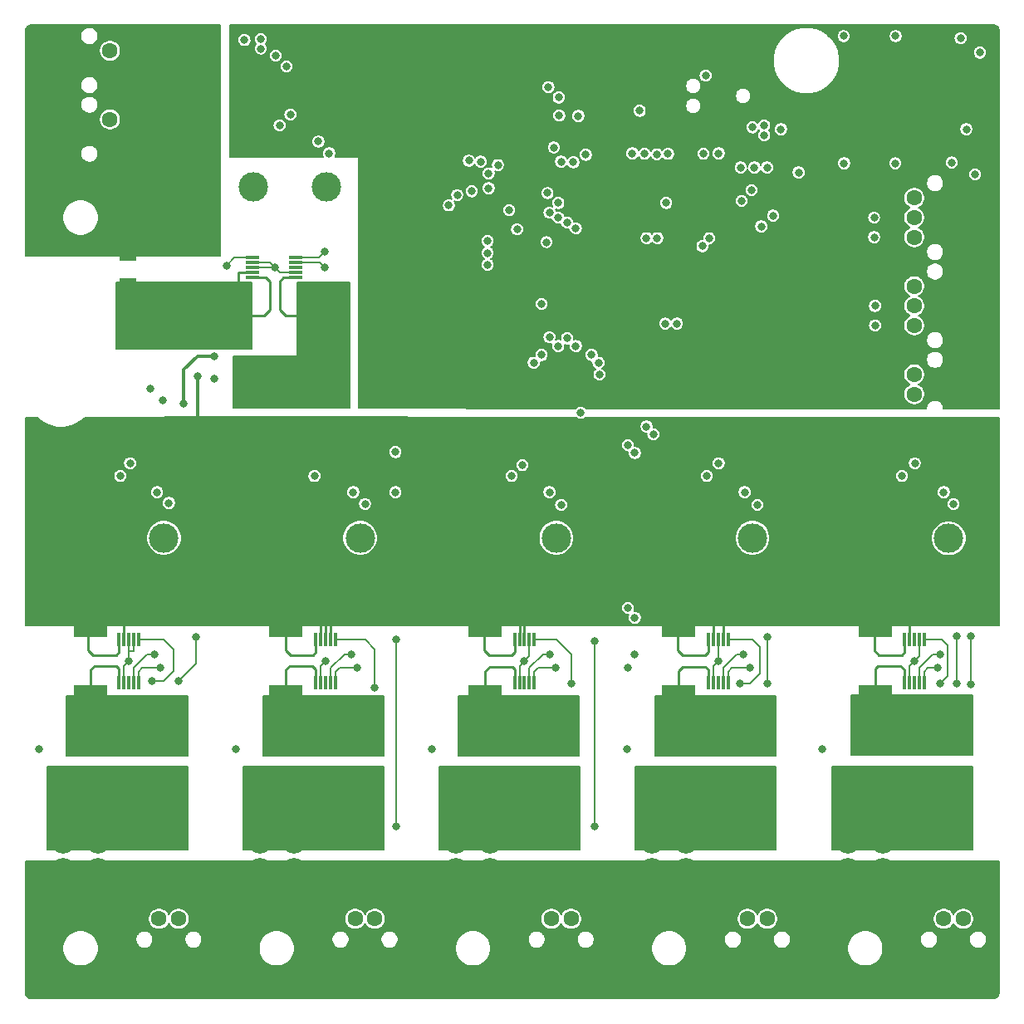
<source format=gbr>
G04 #@! TF.GenerationSoftware,KiCad,Pcbnew,5.0.1-33cea8e~68~ubuntu18.04.1*
G04 #@! TF.CreationDate,2018-11-11T22:39:29+00:00*
G04 #@! TF.ProjectId,ignition,69676E6974696F6E2E6B696361645F70,rev?*
G04 #@! TF.SameCoordinates,Original*
G04 #@! TF.FileFunction,Copper,L4,Bot,Mixed*
G04 #@! TF.FilePolarity,Positive*
%FSLAX46Y46*%
G04 Gerber Fmt 4.6, Leading zero omitted, Abs format (unit mm)*
G04 Created by KiCad (PCBNEW 5.0.1-33cea8e~68~ubuntu18.04.1) date Sun 11 Nov 2018 22:39:29 GMT*
%MOMM*%
%LPD*%
G01*
G04 APERTURE LIST*
G04 #@! TA.AperFunction,ComponentPad*
%ADD10C,1.600000*%
G04 #@! TD*
G04 #@! TA.AperFunction,ComponentPad*
%ADD11C,2.500000*%
G04 #@! TD*
G04 #@! TA.AperFunction,SMDPad,CuDef*
%ADD12R,1.800000X1.150000*%
G04 #@! TD*
G04 #@! TA.AperFunction,ComponentPad*
%ADD13C,3.000000*%
G04 #@! TD*
G04 #@! TA.AperFunction,SMDPad,CuDef*
%ADD14R,3.400000X1.250000*%
G04 #@! TD*
G04 #@! TA.AperFunction,SMDPad,CuDef*
%ADD15R,1.250000X3.400000*%
G04 #@! TD*
G04 #@! TA.AperFunction,SMDPad,CuDef*
%ADD16R,0.300000X1.450000*%
G04 #@! TD*
G04 #@! TA.AperFunction,SMDPad,CuDef*
%ADD17R,1.450000X0.300000*%
G04 #@! TD*
G04 #@! TA.AperFunction,ViaPad*
%ADD18C,0.800000*%
G04 #@! TD*
G04 #@! TA.AperFunction,Conductor*
%ADD19C,2.500000*%
G04 #@! TD*
G04 #@! TA.AperFunction,Conductor*
%ADD20C,0.250000*%
G04 #@! TD*
G04 #@! TA.AperFunction,Conductor*
%ADD21C,0.200000*%
G04 #@! TD*
G04 #@! TA.AperFunction,Conductor*
%ADD22C,3.000000*%
G04 #@! TD*
G04 #@! TA.AperFunction,Conductor*
%ADD23C,0.350000*%
G04 #@! TD*
G04 #@! TA.AperFunction,Conductor*
%ADD24C,1.000000*%
G04 #@! TD*
G04 APERTURE END LIST*
D10*
G04 #@! TO.P,J9,1*
G04 #@! TO.N,Net-(J9-Pad1)*
X114000000Y-111500000D03*
G04 #@! TO.P,J9,2*
G04 #@! TO.N,/LED5*
X116000000Y-111500000D03*
G04 #@! TD*
D11*
G04 #@! TO.P,J17,3*
G04 #@! TO.N,GND*
X104250000Y-106590000D03*
G04 #@! TO.P,J17,2*
G04 #@! TO.N,/CH5*
X107750000Y-103590000D03*
G04 #@! TO.P,J17,1*
X104250000Y-103590000D03*
G04 #@! TO.P,J17,4*
G04 #@! TO.N,GND*
X107750000Y-106590000D03*
G04 #@! TD*
D12*
G04 #@! TO.P,C1,1*
G04 #@! TO.N,VCC*
X30800000Y-46800000D03*
G04 #@! TO.P,C1,2*
G04 #@! TO.N,GND*
X30800000Y-43800000D03*
G04 #@! TD*
D11*
G04 #@! TO.P,J1,4*
G04 #@! TO.N,VCC*
X33910000Y-51750000D03*
G04 #@! TO.P,J1,1*
X36910000Y-48250000D03*
G04 #@! TO.P,J1,2*
X36910000Y-51750000D03*
G04 #@! TO.P,J1,3*
X33910000Y-48250000D03*
G04 #@! TD*
D10*
G04 #@! TO.P,J2,2*
G04 #@! TO.N,/LED1*
X36000000Y-111500000D03*
G04 #@! TO.P,J2,1*
G04 #@! TO.N,Net-(J2-Pad1)*
X34000000Y-111500000D03*
G04 #@! TD*
D11*
G04 #@! TO.P,J3,3*
G04 #@! TO.N,GND*
X33910000Y-38250000D03*
G04 #@! TO.P,J3,2*
X36910000Y-41750000D03*
G04 #@! TO.P,J3,1*
X36910000Y-38250000D03*
G04 #@! TO.P,J3,4*
X33910000Y-41750000D03*
G04 #@! TD*
D10*
G04 #@! TO.P,J4,1*
G04 #@! TO.N,Net-(J4-Pad1)*
X54000000Y-111500000D03*
G04 #@! TO.P,J4,2*
G04 #@! TO.N,/LED2*
X56000000Y-111500000D03*
G04 #@! TD*
G04 #@! TO.P,J5,2*
G04 #@! TO.N,GND*
X29000000Y-25000000D03*
G04 #@! TO.P,J5,1*
G04 #@! TO.N,5v*
X29000000Y-23000000D03*
G04 #@! TD*
G04 #@! TO.P,J6,2*
G04 #@! TO.N,GND*
X29000000Y-32000000D03*
G04 #@! TO.P,J6,1*
G04 #@! TO.N,5v*
X29000000Y-30000000D03*
G04 #@! TD*
G04 #@! TO.P,J7,1*
G04 #@! TO.N,Net-(J7-Pad1)*
X74000000Y-111500000D03*
G04 #@! TO.P,J7,2*
G04 #@! TO.N,/LED3*
X76000000Y-111500000D03*
G04 #@! TD*
G04 #@! TO.P,J8,1*
G04 #@! TO.N,Net-(J8-Pad1)*
X94000000Y-111500000D03*
G04 #@! TO.P,J8,2*
G04 #@! TO.N,/LED4*
X96000000Y-111500000D03*
G04 #@! TD*
D11*
G04 #@! TO.P,J10,4*
G04 #@! TO.N,GND*
X47750000Y-106590000D03*
G04 #@! TO.P,J10,1*
G04 #@! TO.N,/CH2*
X44250000Y-103590000D03*
G04 #@! TO.P,J10,2*
X47750000Y-103590000D03*
G04 #@! TO.P,J10,3*
G04 #@! TO.N,GND*
X44250000Y-106590000D03*
G04 #@! TD*
G04 #@! TO.P,J11,4*
G04 #@! TO.N,GND*
X87750000Y-106590000D03*
G04 #@! TO.P,J11,1*
G04 #@! TO.N,/CH4*
X84250000Y-103590000D03*
G04 #@! TO.P,J11,2*
X87750000Y-103590000D03*
G04 #@! TO.P,J11,3*
G04 #@! TO.N,GND*
X84250000Y-106590000D03*
G04 #@! TD*
D10*
G04 #@! TO.P,J12,2*
G04 #@! TO.N,/ARM_RED*
X111000000Y-56000000D03*
G04 #@! TO.P,J12,1*
G04 #@! TO.N,Net-(J12-Pad1)*
X111000000Y-58000000D03*
G04 #@! TD*
G04 #@! TO.P,J13,3*
G04 #@! TO.N,GND*
X111000000Y-38000000D03*
G04 #@! TO.P,J13,2*
G04 #@! TO.N,/USART1_RX*
X111000000Y-40000000D03*
G04 #@! TO.P,J13,1*
G04 #@! TO.N,/USART1_TX*
X111000000Y-42000000D03*
G04 #@! TD*
G04 #@! TO.P,J14,1*
G04 #@! TO.N,/USART2_TX*
X111000000Y-51000000D03*
G04 #@! TO.P,J14,2*
G04 #@! TO.N,/USART2_RX*
X111000000Y-49000000D03*
G04 #@! TO.P,J14,3*
G04 #@! TO.N,GND*
X111000000Y-47000000D03*
G04 #@! TD*
D11*
G04 #@! TO.P,J15,3*
G04 #@! TO.N,GND*
X24250000Y-106590000D03*
G04 #@! TO.P,J15,2*
G04 #@! TO.N,/CH1*
X27750000Y-103590000D03*
G04 #@! TO.P,J15,1*
X24250000Y-103590000D03*
G04 #@! TO.P,J15,4*
G04 #@! TO.N,GND*
X27750000Y-106590000D03*
G04 #@! TD*
G04 #@! TO.P,J16,3*
G04 #@! TO.N,GND*
X64250000Y-106590000D03*
G04 #@! TO.P,J16,2*
G04 #@! TO.N,/CH3*
X67750000Y-103590000D03*
G04 #@! TO.P,J16,1*
X64250000Y-103590000D03*
G04 #@! TO.P,J16,4*
G04 #@! TO.N,GND*
X67750000Y-106590000D03*
G04 #@! TD*
D13*
G04 #@! TO.P,K1,4*
G04 #@! TO.N,/CH2*
X54500000Y-98000000D03*
G04 #@! TO.P,K1,3*
G04 #@! TO.N,Net-(IC1-Pad10)*
X54500000Y-92960000D03*
G04 #@! TO.P,K1,4*
G04 #@! TO.N,/CH2*
X47000000Y-98000000D03*
G04 #@! TO.P,K1,3*
G04 #@! TO.N,Net-(IC1-Pad10)*
X47000000Y-92960000D03*
G04 #@! TO.P,K1,2*
G04 #@! TO.N,/FIRE_DIST*
X47000000Y-72660000D03*
G04 #@! TO.P,K1,1*
G04 #@! TO.N,/LED2*
X54500000Y-72660000D03*
G04 #@! TD*
G04 #@! TO.P,K2,4*
G04 #@! TO.N,/CH4*
X94500000Y-98000000D03*
G04 #@! TO.P,K2,3*
G04 #@! TO.N,Net-(IC2-Pad10)*
X94500000Y-92960000D03*
G04 #@! TO.P,K2,4*
G04 #@! TO.N,/CH4*
X87000000Y-98000000D03*
G04 #@! TO.P,K2,3*
G04 #@! TO.N,Net-(IC2-Pad10)*
X87000000Y-92960000D03*
G04 #@! TO.P,K2,2*
G04 #@! TO.N,/FIRE_DIST*
X87000000Y-72660000D03*
G04 #@! TO.P,K2,1*
G04 #@! TO.N,/LED4*
X94500000Y-72660000D03*
G04 #@! TD*
G04 #@! TO.P,K3,1*
G04 #@! TO.N,Net-(D3-Pad2)*
X51100000Y-36910000D03*
G04 #@! TO.P,K3,2*
G04 #@! TO.N,VCC*
X43600000Y-36910000D03*
G04 #@! TO.P,K3,3*
G04 #@! TO.N,Net-(IC3-Pad10)*
X43600000Y-57210000D03*
G04 #@! TO.P,K3,4*
G04 #@! TO.N,/FIRE_DIST*
X43600000Y-62250000D03*
G04 #@! TO.P,K3,3*
G04 #@! TO.N,Net-(IC3-Pad10)*
X51100000Y-57210000D03*
G04 #@! TO.P,K3,4*
G04 #@! TO.N,/FIRE_DIST*
X51100000Y-62250000D03*
G04 #@! TD*
G04 #@! TO.P,K4,1*
G04 #@! TO.N,/LED1*
X34500000Y-72660000D03*
G04 #@! TO.P,K4,2*
G04 #@! TO.N,/FIRE_DIST*
X27000000Y-72660000D03*
G04 #@! TO.P,K4,3*
G04 #@! TO.N,Net-(IC4-Pad10)*
X27000000Y-92960000D03*
G04 #@! TO.P,K4,4*
G04 #@! TO.N,/CH1*
X27000000Y-98000000D03*
G04 #@! TO.P,K4,3*
G04 #@! TO.N,Net-(IC4-Pad10)*
X34500000Y-92960000D03*
G04 #@! TO.P,K4,4*
G04 #@! TO.N,/CH1*
X34500000Y-98000000D03*
G04 #@! TD*
G04 #@! TO.P,K5,1*
G04 #@! TO.N,/LED3*
X74500000Y-72660000D03*
G04 #@! TO.P,K5,2*
G04 #@! TO.N,/FIRE_DIST*
X67000000Y-72660000D03*
G04 #@! TO.P,K5,3*
G04 #@! TO.N,Net-(IC5-Pad10)*
X67000000Y-92960000D03*
G04 #@! TO.P,K5,4*
G04 #@! TO.N,/CH3*
X67000000Y-98000000D03*
G04 #@! TO.P,K5,3*
G04 #@! TO.N,Net-(IC5-Pad10)*
X74500000Y-92960000D03*
G04 #@! TO.P,K5,4*
G04 #@! TO.N,/CH3*
X74500000Y-98000000D03*
G04 #@! TD*
G04 #@! TO.P,K6,4*
G04 #@! TO.N,/CH5*
X114500000Y-98040000D03*
G04 #@! TO.P,K6,3*
G04 #@! TO.N,Net-(IC6-Pad10)*
X114500000Y-93000000D03*
G04 #@! TO.P,K6,4*
G04 #@! TO.N,/CH5*
X107000000Y-98040000D03*
G04 #@! TO.P,K6,3*
G04 #@! TO.N,Net-(IC6-Pad10)*
X107000000Y-93000000D03*
G04 #@! TO.P,K6,2*
G04 #@! TO.N,/FIRE_DIST*
X107000000Y-72700000D03*
G04 #@! TO.P,K6,1*
G04 #@! TO.N,/LED5*
X114500000Y-72700000D03*
G04 #@! TD*
D14*
G04 #@! TO.P,R7,1*
G04 #@! TO.N,Net-(IC1-Pad10)*
X46900000Y-88250000D03*
G04 #@! TO.P,R7,2*
G04 #@! TO.N,/FIRE_DIST*
X46900000Y-82150000D03*
G04 #@! TD*
G04 #@! TO.P,R8,1*
G04 #@! TO.N,Net-(IC2-Pad10)*
X87000000Y-88250000D03*
G04 #@! TO.P,R8,2*
G04 #@! TO.N,/FIRE_DIST*
X87000000Y-82150000D03*
G04 #@! TD*
D15*
G04 #@! TO.P,R13,2*
G04 #@! TO.N,VCC*
X42700000Y-50000000D03*
G04 #@! TO.P,R13,1*
G04 #@! TO.N,Net-(IC3-Pad10)*
X48800000Y-50000000D03*
G04 #@! TD*
D14*
G04 #@! TO.P,R31,1*
G04 #@! TO.N,Net-(IC4-Pad10)*
X27000000Y-88250000D03*
G04 #@! TO.P,R31,2*
G04 #@! TO.N,/FIRE_DIST*
X27000000Y-82150000D03*
G04 #@! TD*
G04 #@! TO.P,R32,2*
G04 #@! TO.N,/FIRE_DIST*
X67250000Y-82150000D03*
G04 #@! TO.P,R32,1*
G04 #@! TO.N,Net-(IC5-Pad10)*
X67250000Y-88250000D03*
G04 #@! TD*
G04 #@! TO.P,R33,2*
G04 #@! TO.N,/FIRE_DIST*
X107000000Y-82150000D03*
G04 #@! TO.P,R33,1*
G04 #@! TO.N,Net-(IC6-Pad10)*
X107000000Y-88250000D03*
G04 #@! TD*
D16*
G04 #@! TO.P,IC1,10*
G04 #@! TO.N,Net-(IC1-Pad10)*
X50000000Y-87400000D03*
G04 #@! TO.P,IC1,9*
G04 #@! TO.N,GND*
X50500000Y-87400000D03*
G04 #@! TO.P,IC1,8*
G04 #@! TO.N,Net-(IC1-Pad8)*
X51000000Y-87400000D03*
G04 #@! TO.P,IC1,7*
G04 #@! TO.N,/I2C2_SDA*
X51500000Y-87400000D03*
G04 #@! TO.P,IC1,6*
G04 #@! TO.N,/I2C2_SCL*
X52000000Y-87400000D03*
G04 #@! TO.P,IC1,5*
G04 #@! TO.N,Net-(IC1-Pad5)*
X52000000Y-83000000D03*
G04 #@! TO.P,IC1,4*
G04 #@! TO.N,/FIRE_DIST*
X51500000Y-83000000D03*
G04 #@! TO.P,IC1,3*
X51000000Y-83000000D03*
G04 #@! TO.P,IC1,2*
X50500000Y-83000000D03*
G04 #@! TO.P,IC1,1*
X50000000Y-83000000D03*
G04 #@! TD*
G04 #@! TO.P,IC2,10*
G04 #@! TO.N,Net-(IC2-Pad10)*
X90000000Y-87400000D03*
G04 #@! TO.P,IC2,9*
G04 #@! TO.N,GND*
X90500000Y-87400000D03*
G04 #@! TO.P,IC2,8*
G04 #@! TO.N,Net-(IC2-Pad8)*
X91000000Y-87400000D03*
G04 #@! TO.P,IC2,7*
G04 #@! TO.N,/I2C2_SDA*
X91500000Y-87400000D03*
G04 #@! TO.P,IC2,6*
G04 #@! TO.N,/I2C2_SCL*
X92000000Y-87400000D03*
G04 #@! TO.P,IC2,5*
G04 #@! TO.N,Net-(IC2-Pad5)*
X92000000Y-83000000D03*
G04 #@! TO.P,IC2,4*
G04 #@! TO.N,/FIRE_DIST*
X91500000Y-83000000D03*
G04 #@! TO.P,IC2,3*
G04 #@! TO.N,GND*
X91000000Y-83000000D03*
G04 #@! TO.P,IC2,2*
G04 #@! TO.N,/FIRE_DIST*
X90500000Y-83000000D03*
G04 #@! TO.P,IC2,1*
X90000000Y-83000000D03*
G04 #@! TD*
D17*
G04 #@! TO.P,IC3,1*
G04 #@! TO.N,VCC*
X43550000Y-46100000D03*
G04 #@! TO.P,IC3,2*
X43550000Y-45600000D03*
G04 #@! TO.P,IC3,3*
G04 #@! TO.N,GND*
X43550000Y-45100000D03*
G04 #@! TO.P,IC3,4*
X43550000Y-44600000D03*
G04 #@! TO.P,IC3,5*
G04 #@! TO.N,Net-(IC3-Pad5)*
X43550000Y-44100000D03*
G04 #@! TO.P,IC3,6*
G04 #@! TO.N,/I2C1_SCL*
X47950000Y-44100000D03*
G04 #@! TO.P,IC3,7*
G04 #@! TO.N,/I2C1_SDA*
X47950000Y-44600000D03*
G04 #@! TO.P,IC3,8*
G04 #@! TO.N,Net-(IC3-Pad8)*
X47950000Y-45100000D03*
G04 #@! TO.P,IC3,9*
G04 #@! TO.N,GND*
X47950000Y-45600000D03*
G04 #@! TO.P,IC3,10*
G04 #@! TO.N,Net-(IC3-Pad10)*
X47950000Y-46100000D03*
G04 #@! TD*
D16*
G04 #@! TO.P,IC4,1*
G04 #@! TO.N,/FIRE_DIST*
X29900000Y-83000000D03*
G04 #@! TO.P,IC4,2*
X30400000Y-83000000D03*
G04 #@! TO.P,IC4,3*
G04 #@! TO.N,GND*
X30900000Y-83000000D03*
G04 #@! TO.P,IC4,4*
X31400000Y-83000000D03*
G04 #@! TO.P,IC4,5*
G04 #@! TO.N,Net-(IC4-Pad5)*
X31900000Y-83000000D03*
G04 #@! TO.P,IC4,6*
G04 #@! TO.N,/I2C2_SCL*
X31900000Y-87400000D03*
G04 #@! TO.P,IC4,7*
G04 #@! TO.N,/I2C2_SDA*
X31400000Y-87400000D03*
G04 #@! TO.P,IC4,8*
G04 #@! TO.N,Net-(IC4-Pad8)*
X30900000Y-87400000D03*
G04 #@! TO.P,IC4,9*
G04 #@! TO.N,GND*
X30400000Y-87400000D03*
G04 #@! TO.P,IC4,10*
G04 #@! TO.N,Net-(IC4-Pad10)*
X29900000Y-87400000D03*
G04 #@! TD*
G04 #@! TO.P,IC5,10*
G04 #@! TO.N,Net-(IC5-Pad10)*
X70250000Y-87400000D03*
G04 #@! TO.P,IC5,9*
G04 #@! TO.N,GND*
X70750000Y-87400000D03*
G04 #@! TO.P,IC5,8*
G04 #@! TO.N,Net-(IC5-Pad8)*
X71250000Y-87400000D03*
G04 #@! TO.P,IC5,7*
G04 #@! TO.N,/I2C2_SDA*
X71750000Y-87400000D03*
G04 #@! TO.P,IC5,6*
G04 #@! TO.N,/I2C2_SCL*
X72250000Y-87400000D03*
G04 #@! TO.P,IC5,5*
G04 #@! TO.N,Net-(IC5-Pad5)*
X72250000Y-83000000D03*
G04 #@! TO.P,IC5,4*
G04 #@! TO.N,GND*
X71750000Y-83000000D03*
G04 #@! TO.P,IC5,3*
G04 #@! TO.N,/FIRE_DIST*
X71250000Y-83000000D03*
G04 #@! TO.P,IC5,2*
X70750000Y-83000000D03*
G04 #@! TO.P,IC5,1*
X70250000Y-83000000D03*
G04 #@! TD*
G04 #@! TO.P,IC6,1*
G04 #@! TO.N,/FIRE_DIST*
X110000000Y-83000000D03*
G04 #@! TO.P,IC6,2*
X110500000Y-83000000D03*
G04 #@! TO.P,IC6,3*
G04 #@! TO.N,Net-(IC6-Pad3)*
X111000000Y-83000000D03*
G04 #@! TO.P,IC6,4*
G04 #@! TO.N,GND*
X111500000Y-83000000D03*
G04 #@! TO.P,IC6,5*
G04 #@! TO.N,Net-(IC6-Pad5)*
X112000000Y-83000000D03*
G04 #@! TO.P,IC6,6*
G04 #@! TO.N,/I2C2_SCL*
X112000000Y-87400000D03*
G04 #@! TO.P,IC6,7*
G04 #@! TO.N,/I2C2_SDA*
X111500000Y-87400000D03*
G04 #@! TO.P,IC6,8*
G04 #@! TO.N,Net-(IC6-Pad8)*
X111000000Y-87400000D03*
G04 #@! TO.P,IC6,9*
G04 #@! TO.N,GND*
X110500000Y-87400000D03*
G04 #@! TO.P,IC6,10*
G04 #@! TO.N,Net-(IC6-Pad10)*
X110000000Y-87400000D03*
G04 #@! TD*
D18*
G04 #@! TO.N,GND*
X65875000Y-37325000D03*
X63550000Y-38750000D03*
X69700000Y-39250000D03*
X89500000Y-33500000D03*
X91050000Y-33450000D03*
X85900000Y-33500000D03*
X21800000Y-94200000D03*
X41800000Y-94200000D03*
X61800000Y-94200000D03*
X81700000Y-94200000D03*
X101600000Y-94200000D03*
X30900000Y-85200000D03*
X51000000Y-85200000D03*
X91000000Y-85200000D03*
X111000000Y-85200000D03*
X71250000Y-85200000D03*
X35000000Y-69100000D03*
X31050000Y-65050000D03*
X30050000Y-66350000D03*
X33800000Y-68000000D03*
X39600000Y-56400000D03*
X33100000Y-57400000D03*
X34400000Y-58600000D03*
X45800000Y-45100000D03*
X55000000Y-69200000D03*
X53800000Y-68000000D03*
X49850000Y-66350000D03*
X75000000Y-69300000D03*
X73800000Y-68000000D03*
X69950000Y-66350000D03*
X36500000Y-26500000D03*
X37700000Y-27500000D03*
X34000000Y-21400000D03*
X32500000Y-22500000D03*
X36250000Y-22250000D03*
X34000000Y-23600000D03*
X42700000Y-21900000D03*
X44375000Y-22775000D03*
X44375000Y-21825000D03*
X47000000Y-24600000D03*
X45900000Y-23500000D03*
X73600000Y-37500000D03*
X89850000Y-66350000D03*
X71050000Y-65250000D03*
X91050000Y-65050000D03*
X95000000Y-69300000D03*
X109750000Y-66350000D03*
X111050000Y-65050000D03*
X115000000Y-69200000D03*
X93700000Y-68000000D03*
X114000000Y-68000000D03*
X73000000Y-48800000D03*
X67500000Y-42400000D03*
X67500000Y-43600000D03*
X67500000Y-44800000D03*
X73500000Y-42500000D03*
X67600000Y-35500000D03*
X67600000Y-37000000D03*
X64400000Y-37700000D03*
X47400000Y-29500000D03*
X46300000Y-30600000D03*
X51350000Y-33450000D03*
X50250000Y-32250000D03*
X85600000Y-50800000D03*
X86800000Y-50800000D03*
X89730000Y-25530000D03*
X74250000Y-32850000D03*
X76750000Y-29650000D03*
X68550000Y-34650000D03*
X77500000Y-33600000D03*
X73700000Y-26700000D03*
X74800000Y-29600000D03*
X74750000Y-27750000D03*
X96600000Y-39800000D03*
X95400000Y-40900000D03*
X103800000Y-21500000D03*
X109100000Y-21500000D03*
X116300000Y-31000000D03*
X109060000Y-34460000D03*
X115720000Y-21720000D03*
X117685000Y-23185000D03*
X114820000Y-34380000D03*
X103840000Y-34460000D03*
X117200000Y-35600000D03*
X99200000Y-35400000D03*
X22500000Y-117500000D03*
X27500000Y-117500000D03*
X32500000Y-117500000D03*
X42500000Y-117500000D03*
X47500000Y-117500000D03*
X37500000Y-117500000D03*
X62500000Y-117500000D03*
X52500000Y-117500000D03*
X57500000Y-117500000D03*
X77500000Y-117500000D03*
X67500000Y-117500000D03*
X72500000Y-117500000D03*
X82500000Y-117500000D03*
X87500000Y-117500000D03*
X92500000Y-117500000D03*
X97500000Y-117500000D03*
X102500000Y-117500000D03*
X107500000Y-117500000D03*
X117500000Y-117500000D03*
X112500000Y-117500000D03*
X22500000Y-22500000D03*
X22500000Y-27500000D03*
X22500000Y-32500000D03*
X22500000Y-37500000D03*
X22500000Y-42500000D03*
X30000000Y-37500000D03*
X30000000Y-27500000D03*
X106900000Y-42000000D03*
X106900000Y-40000000D03*
X107000000Y-49000000D03*
X107000000Y-51000000D03*
G04 #@! TO.N,Net-(IC1-Pad5)*
X56000000Y-87900000D03*
G04 #@! TO.N,/I2C1_SCL*
X50900000Y-43500000D03*
X76250000Y-34350000D03*
X65600000Y-34200000D03*
G04 #@! TO.N,/I2C1_SDA*
X50900000Y-45100000D03*
X75000000Y-34300000D03*
X66800000Y-34300000D03*
G04 #@! TO.N,Net-(IC2-Pad5)*
X93250000Y-87500000D03*
G04 #@! TO.N,/FIRE_DIST*
X37900000Y-56200000D03*
G04 #@! TO.N,Net-(IC3-Pad5)*
X40900000Y-44900000D03*
X36500000Y-59000000D03*
X39600000Y-54100000D03*
G04 #@! TO.N,3v3*
X90150000Y-31650000D03*
X116800000Y-82700000D03*
X116800000Y-87550000D03*
X118500000Y-58750000D03*
X117250000Y-58750000D03*
X44500000Y-26300000D03*
X45500000Y-26300000D03*
X46500000Y-26300000D03*
X73000000Y-49900000D03*
X69450000Y-45750000D03*
X87650000Y-49150000D03*
X92270000Y-25830000D03*
X69450000Y-36250000D03*
X55900000Y-36900000D03*
X58600000Y-39100000D03*
X72450000Y-28650000D03*
X116300000Y-28900000D03*
X102400000Y-34000000D03*
X102400000Y-31300000D03*
X83500000Y-25600000D03*
G04 #@! TO.N,/CH2_CONT*
X58150000Y-102100000D03*
X58150000Y-83000000D03*
X74700000Y-40000000D03*
X74700000Y-53100000D03*
G04 #@! TO.N,/CH4_CONT*
X76500000Y-41100000D03*
X76500000Y-53100000D03*
X96000000Y-82750000D03*
X96000000Y-87500000D03*
G04 #@! TO.N,/CH1_CONT*
X37750000Y-82750000D03*
X36000000Y-87250000D03*
X73800000Y-39500000D03*
X73800000Y-52200000D03*
G04 #@! TO.N,/CH3_CONT*
X78400000Y-102100000D03*
X78400000Y-83150000D03*
X75600000Y-40500000D03*
X75600000Y-52300000D03*
G04 #@! TO.N,/CH5_CONT*
X115300000Y-87500000D03*
X115300000Y-82700000D03*
G04 #@! TO.N,Net-(IC4-Pad5)*
X33250000Y-87250000D03*
G04 #@! TO.N,Net-(IC5-Pad5)*
X76000000Y-87500000D03*
G04 #@! TO.N,Net-(IC6-Pad5)*
X113600000Y-87500000D03*
G04 #@! TO.N,/CH2_FIRE*
X58100000Y-68000000D03*
X58100000Y-63900000D03*
X78800000Y-54800000D03*
X72200000Y-54800000D03*
G04 #@! TO.N,/CH1_FIRE*
X73000000Y-54000000D03*
X78100000Y-54000000D03*
G04 #@! TO.N,/CH3_FIRE*
X77000000Y-59900000D03*
X78900000Y-56000000D03*
G04 #@! TO.N,/~RST*
X70500000Y-41200000D03*
X74700000Y-38500000D03*
X85700000Y-38500000D03*
X93300000Y-34900000D03*
G04 #@! TO.N,/I2C2_SDA*
X33500000Y-84500000D03*
X53600000Y-84500000D03*
X73850000Y-84500000D03*
X93600000Y-84500000D03*
X113600000Y-84500000D03*
X84400000Y-62100000D03*
X82500000Y-64000000D03*
X82500000Y-80800000D03*
X82500000Y-84500000D03*
G04 #@! TO.N,/I2C2_SCL*
X34100000Y-85900000D03*
X54200000Y-85900000D03*
X74450000Y-85900000D03*
X94200000Y-85900000D03*
X113400000Y-85900000D03*
X83700000Y-61300000D03*
X81800000Y-63200000D03*
X81800000Y-79800000D03*
X81800000Y-85900000D03*
G04 #@! TO.N,/USART2_TX*
X83700000Y-42100000D03*
X89400000Y-42900000D03*
G04 #@! TO.N,/USART2_RX*
X84800000Y-42100000D03*
X90100000Y-42100000D03*
G04 #@! TO.N,/SDIO_D0*
X93400000Y-38300000D03*
X94700000Y-34900000D03*
G04 #@! TO.N,/SDIO_D1*
X94400000Y-37200000D03*
X96000000Y-34900000D03*
G04 #@! TO.N,/SDIO_D2*
X84750000Y-33550000D03*
X94500000Y-30800000D03*
G04 #@! TO.N,/SDIO_D3*
X83500000Y-33500000D03*
X95700000Y-30600000D03*
G04 #@! TO.N,/SDIO_CK*
X97400000Y-31000000D03*
X83000000Y-29100000D03*
G04 #@! TO.N,/SDIO_CMD*
X82250000Y-33450000D03*
X95700000Y-31600000D03*
G04 #@! TD*
D19*
G04 #@! TO.N,VCC*
X33910000Y-48250000D02*
X33910000Y-51750000D01*
X36910000Y-48250000D02*
X36910000Y-51750000D01*
X33910000Y-51750000D02*
X36910000Y-51750000D01*
X33910000Y-48250000D02*
X36910000Y-48250000D01*
X33910000Y-48750000D02*
X36910000Y-51750000D01*
X33910000Y-48250000D02*
X33910000Y-48750000D01*
X33910000Y-51250000D02*
X36910000Y-48250000D01*
X33910000Y-51750000D02*
X33910000Y-51250000D01*
D20*
X43550000Y-46100000D02*
X44900000Y-46100000D01*
X44900000Y-46100000D02*
X45300000Y-46500000D01*
X45300000Y-46500000D02*
X45300000Y-49400000D01*
X44700000Y-50000000D02*
X42700000Y-50000000D01*
X45300000Y-49400000D02*
X44700000Y-50000000D01*
X43550000Y-45600000D02*
X42100000Y-45600000D01*
X42100000Y-45600000D02*
X42100000Y-47200000D01*
X40050000Y-47200000D02*
X40000000Y-47250000D01*
X42100000Y-47200000D02*
X40050000Y-47200000D01*
D19*
G04 #@! TO.N,GND*
X33910000Y-41250000D02*
X36910000Y-38250000D01*
X33910000Y-41750000D02*
X33910000Y-41250000D01*
X33910000Y-38750000D02*
X36910000Y-41750000D01*
X33910000Y-38250000D02*
X33910000Y-38750000D01*
X33910000Y-41750000D02*
X36910000Y-41750000D01*
X36910000Y-41750000D02*
X36910000Y-38250000D01*
X36910000Y-38250000D02*
X33910000Y-38250000D01*
X33910000Y-38250000D02*
X33910000Y-41750000D01*
D21*
X31400000Y-83000000D02*
X31400000Y-84200000D01*
X31400000Y-84200000D02*
X30900000Y-84200000D01*
X30900000Y-83000000D02*
X30900000Y-84200000D01*
X30900000Y-84200000D02*
X30900000Y-85200000D01*
X30400000Y-86000000D02*
X30400000Y-87400000D01*
X30900000Y-85200000D02*
X30400000Y-85700000D01*
X30400000Y-85700000D02*
X30400000Y-86000000D01*
X50500000Y-87400000D02*
X50500000Y-85700000D01*
X50500000Y-85700000D02*
X51000000Y-85200000D01*
X90500000Y-87400000D02*
X90500000Y-85700000D01*
X90500000Y-85700000D02*
X91000000Y-85200000D01*
X91000000Y-85200000D02*
X91000000Y-83000000D01*
X111500000Y-83000000D02*
X111500000Y-84700000D01*
X111500000Y-84700000D02*
X111000000Y-85200000D01*
X110500000Y-85700000D02*
X110500000Y-87400000D01*
X111000000Y-85200000D02*
X110500000Y-85700000D01*
X71750000Y-83000000D02*
X71750000Y-84700000D01*
X71750000Y-84700000D02*
X71250000Y-85200000D01*
X70750000Y-85700000D02*
X71250000Y-85200000D01*
X70750000Y-87400000D02*
X70750000Y-85700000D01*
X43550000Y-45100000D02*
X45800000Y-45100000D01*
X46300000Y-45600000D02*
X45800000Y-45100000D01*
X47950000Y-45600000D02*
X46300000Y-45600000D01*
X45300000Y-44600000D02*
X45800000Y-45100000D01*
X43550000Y-44600000D02*
X45300000Y-44600000D01*
G04 #@! TO.N,Net-(IC1-Pad5)*
X52000000Y-83000000D02*
X55000000Y-83000000D01*
X56000000Y-84000000D02*
X56000000Y-87900000D01*
X55000000Y-83000000D02*
X56000000Y-84000000D01*
G04 #@! TO.N,/I2C1_SCL*
X47950000Y-44100000D02*
X50300000Y-44100000D01*
X50300000Y-44100000D02*
X50900000Y-43500000D01*
G04 #@! TO.N,/I2C1_SDA*
X47950000Y-44600000D02*
X50400000Y-44600000D01*
X50400000Y-44600000D02*
X50900000Y-45100000D01*
G04 #@! TO.N,Net-(IC2-Pad5)*
X93250000Y-87500000D02*
X94250000Y-87500000D01*
X94250000Y-87500000D02*
X95250000Y-86500000D01*
X95250000Y-83750000D02*
X94500000Y-83000000D01*
X95250000Y-86500000D02*
X95250000Y-83750000D01*
X92000000Y-83000000D02*
X94500000Y-83000000D01*
D22*
G04 #@! TO.N,/FIRE_DIST*
X43600000Y-62250000D02*
X51100000Y-62250000D01*
D20*
X50000000Y-83000000D02*
X50000000Y-84300000D01*
X50000000Y-84300000D02*
X49700000Y-84600000D01*
X49700000Y-84600000D02*
X47400000Y-84600000D01*
X46900000Y-84100000D02*
X46900000Y-82150000D01*
X47400000Y-84600000D02*
X46900000Y-84100000D01*
X50500000Y-83000000D02*
X50500000Y-81000000D01*
X51000000Y-83000000D02*
X51000000Y-81300000D01*
X50500000Y-81000000D02*
X46900000Y-81000000D01*
X46900000Y-81000000D02*
X46900000Y-82150000D01*
X51500000Y-81000000D02*
X51500000Y-81500000D01*
X51500000Y-83000000D02*
X51500000Y-81500000D01*
X51500000Y-81500000D02*
X51500000Y-81300000D01*
X51000000Y-81300000D02*
X51000000Y-81000000D01*
X50500000Y-81000000D02*
X51000000Y-81000000D01*
X51000000Y-81000000D02*
X51500000Y-81000000D01*
X29600000Y-84600000D02*
X27300000Y-84600000D01*
X29900000Y-84300000D02*
X29600000Y-84600000D01*
X27300000Y-84600000D02*
X26800000Y-84100000D01*
X26800000Y-84100000D02*
X26800000Y-82150000D01*
X29900000Y-83000000D02*
X29900000Y-84300000D01*
X69950000Y-84600000D02*
X67650000Y-84600000D01*
X70250000Y-84300000D02*
X69950000Y-84600000D01*
X67650000Y-84600000D02*
X67150000Y-84100000D01*
X67150000Y-84100000D02*
X67150000Y-82150000D01*
X70250000Y-83000000D02*
X70250000Y-84300000D01*
X89700000Y-84600000D02*
X87400000Y-84600000D01*
X90000000Y-84300000D02*
X89700000Y-84600000D01*
X87400000Y-84600000D02*
X86900000Y-84100000D01*
X90000000Y-83000000D02*
X90000000Y-84300000D01*
X86900000Y-84100000D02*
X86900000Y-82150000D01*
X107400000Y-84600000D02*
X106900000Y-84100000D01*
X109700000Y-84600000D02*
X107400000Y-84600000D01*
X110000000Y-83000000D02*
X110000000Y-84300000D01*
X106900000Y-84100000D02*
X106900000Y-82150000D01*
X110000000Y-84300000D02*
X109700000Y-84600000D01*
X26900000Y-82050000D02*
X27000000Y-82150000D01*
X26900000Y-80850000D02*
X26900000Y-82050000D01*
X30400000Y-83000000D02*
X30400000Y-80850000D01*
X30400000Y-80850000D02*
X29750000Y-80850000D01*
X29900000Y-80850000D02*
X29750000Y-80850000D01*
X29750000Y-80850000D02*
X26900000Y-80850000D01*
X70750000Y-83000000D02*
X70750000Y-80650000D01*
X70750000Y-80650000D02*
X67350000Y-80650000D01*
X67350000Y-82050000D02*
X67250000Y-82150000D01*
X67350000Y-80650000D02*
X67350000Y-82050000D01*
X71250000Y-83000000D02*
X71250000Y-80650000D01*
X71250000Y-80650000D02*
X70750000Y-80650000D01*
X90500000Y-83000000D02*
X90500000Y-80400000D01*
X90500000Y-80400000D02*
X86900000Y-80400000D01*
X86900000Y-82050000D02*
X87000000Y-82150000D01*
X86900000Y-80400000D02*
X86900000Y-82050000D01*
X91500000Y-80400000D02*
X90500000Y-80400000D01*
X91500000Y-83000000D02*
X91500000Y-80400000D01*
X110500000Y-83000000D02*
X110500000Y-80700000D01*
X110500000Y-80700000D02*
X107100000Y-80700000D01*
X107000000Y-80800000D02*
X107000000Y-82150000D01*
X107100000Y-80700000D02*
X107000000Y-80800000D01*
D23*
X37900000Y-56200000D02*
X37900000Y-61500000D01*
X38650000Y-62250000D02*
X43600000Y-62250000D01*
X37900000Y-61500000D02*
X38650000Y-62250000D01*
D21*
G04 #@! TO.N,Net-(IC3-Pad5)*
X41700000Y-44100000D02*
X40900000Y-44900000D01*
X43550000Y-44100000D02*
X41700000Y-44100000D01*
D23*
X37900000Y-54100000D02*
X39600000Y-54100000D01*
X36500000Y-55500000D02*
X37900000Y-54100000D01*
X36500000Y-59000000D02*
X36500000Y-55500000D01*
D21*
G04 #@! TO.N,3v3*
X116800000Y-82700000D02*
X116800000Y-87550000D01*
G04 #@! TO.N,/CH2_CONT*
X58150000Y-82900000D02*
X58150000Y-83000000D01*
X58150000Y-102100000D02*
X58150000Y-83000000D01*
G04 #@! TO.N,/CH4_CONT*
X96000000Y-87500000D02*
X96000000Y-82750000D01*
G04 #@! TO.N,/CH1_CONT*
X36000000Y-87250000D02*
X37750000Y-85500000D01*
X37750000Y-85500000D02*
X37750000Y-82750000D01*
G04 #@! TO.N,/CH3_CONT*
X78400000Y-102100000D02*
X78400000Y-83150000D01*
G04 #@! TO.N,/CH5_CONT*
X115300000Y-87500000D02*
X115300000Y-82700000D01*
G04 #@! TO.N,Net-(IC4-Pad5)*
X35500000Y-86250000D02*
X34500000Y-87250000D01*
X35500000Y-84000000D02*
X35500000Y-86250000D01*
X34500000Y-83000000D02*
X35500000Y-84000000D01*
X34500000Y-87250000D02*
X33250000Y-87250000D01*
X31900000Y-83000000D02*
X34500000Y-83000000D01*
G04 #@! TO.N,Net-(IC5-Pad5)*
X72250000Y-83000000D02*
X74500000Y-83000000D01*
X76000000Y-84500000D02*
X76000000Y-87500000D01*
X74500000Y-83000000D02*
X76000000Y-84500000D01*
G04 #@! TO.N,Net-(IC6-Pad5)*
X113600000Y-87500000D02*
X114400000Y-86700000D01*
X114400000Y-83600000D02*
X113800000Y-83000000D01*
X114400000Y-86700000D02*
X114400000Y-83600000D01*
X112000000Y-83000000D02*
X113800000Y-83000000D01*
D22*
G04 #@! TO.N,/CH2*
X54500000Y-98000000D02*
X47000000Y-98000000D01*
G04 #@! TO.N,/CH4*
X94500000Y-98000000D02*
X87000000Y-98000000D01*
G04 #@! TO.N,/CH1*
X34500000Y-98000000D02*
X31000000Y-98000000D01*
X31000000Y-98000000D02*
X27000000Y-98000000D01*
G04 #@! TO.N,/CH3*
X74500000Y-98000000D02*
X67000000Y-98000000D01*
G04 #@! TO.N,/CH5*
X107000000Y-98040000D02*
X114500000Y-98040000D01*
D21*
G04 #@! TO.N,/I2C2_SDA*
X71750000Y-87400000D02*
X71750000Y-85900000D01*
X31400000Y-85900000D02*
X31400000Y-87400000D01*
X32800000Y-84500000D02*
X31400000Y-85900000D01*
X33500000Y-84500000D02*
X32800000Y-84500000D01*
X51500000Y-85900000D02*
X51500000Y-87400000D01*
X53600000Y-84500000D02*
X52900000Y-84500000D01*
X52900000Y-84500000D02*
X51500000Y-85900000D01*
X73850000Y-84500000D02*
X73150000Y-84500000D01*
X73150000Y-84500000D02*
X71750000Y-85900000D01*
X91500000Y-87400000D02*
X91500000Y-85900000D01*
X92900000Y-84500000D02*
X91500000Y-85900000D01*
X93600000Y-84500000D02*
X92900000Y-84500000D01*
X113600000Y-84500000D02*
X112900000Y-84500000D01*
X112900000Y-84500000D02*
X111500000Y-85900000D01*
X111500000Y-87400000D02*
X111500000Y-85900000D01*
G04 #@! TO.N,/I2C2_SCL*
X31900000Y-87400000D02*
X31900000Y-86300000D01*
X31900000Y-86300000D02*
X32300000Y-85900000D01*
X32300000Y-85900000D02*
X34100000Y-85900000D01*
X52400000Y-85900000D02*
X54200000Y-85900000D01*
X52000000Y-87400000D02*
X52000000Y-86300000D01*
X52000000Y-86300000D02*
X52400000Y-85900000D01*
X72250000Y-87400000D02*
X72250000Y-86300000D01*
X72250000Y-86300000D02*
X72650000Y-85900000D01*
X72650000Y-85900000D02*
X74450000Y-85900000D01*
X92000000Y-87400000D02*
X92000000Y-86300000D01*
X92000000Y-86300000D02*
X92400000Y-85900000D01*
X92400000Y-85900000D02*
X94200000Y-85900000D01*
X112000000Y-86300000D02*
X112400000Y-85900000D01*
X112000000Y-87400000D02*
X112000000Y-86300000D01*
X112400000Y-85900000D02*
X113400000Y-85900000D01*
D22*
G04 #@! TO.N,Net-(IC1-Pad10)*
X47000000Y-92960000D02*
X54500000Y-92960000D01*
D20*
X50000000Y-87400000D02*
X50000000Y-86100000D01*
X50000000Y-86100000D02*
X49600000Y-85700000D01*
X49600000Y-85700000D02*
X47300000Y-85700000D01*
X46900000Y-86100000D02*
X46900000Y-88250000D01*
X47300000Y-85700000D02*
X46900000Y-86100000D01*
D24*
X46900000Y-92860000D02*
X47000000Y-92960000D01*
X46900000Y-88250000D02*
X46900000Y-92860000D01*
D22*
G04 #@! TO.N,Net-(IC2-Pad10)*
X87000000Y-92960000D02*
X94500000Y-92960000D01*
D20*
X90000000Y-87400000D02*
X90000000Y-86100000D01*
X90000000Y-86100000D02*
X89700000Y-85800000D01*
X89700000Y-85800000D02*
X87400000Y-85800000D01*
X87000000Y-86200000D02*
X87000000Y-88250000D01*
X87400000Y-85800000D02*
X87000000Y-86200000D01*
D24*
X87000000Y-88250000D02*
X87000000Y-92960000D01*
D22*
G04 #@! TO.N,Net-(IC4-Pad10)*
X34500000Y-92960000D02*
X27000000Y-92960000D01*
D20*
X29900000Y-87400000D02*
X29900000Y-86000000D01*
X29900000Y-86000000D02*
X29600000Y-85700000D01*
X29600000Y-85700000D02*
X27400000Y-85700000D01*
X27000000Y-86100000D02*
X27000000Y-88250000D01*
X27400000Y-85700000D02*
X27000000Y-86100000D01*
D24*
X27000000Y-88250000D02*
X27000000Y-92960000D01*
D22*
G04 #@! TO.N,Net-(IC5-Pad10)*
X67000000Y-92960000D02*
X74500000Y-92960000D01*
D20*
X70250000Y-87400000D02*
X70250000Y-86050000D01*
X70250000Y-86050000D02*
X70000000Y-85800000D01*
X70000000Y-85800000D02*
X67700000Y-85800000D01*
X67250000Y-86250000D02*
X67250000Y-88250000D01*
X67700000Y-85800000D02*
X67250000Y-86250000D01*
D24*
X67250000Y-92710000D02*
X67000000Y-92960000D01*
X67250000Y-88250000D02*
X67250000Y-92710000D01*
D22*
G04 #@! TO.N,Net-(IC6-Pad10)*
X107000000Y-93000000D02*
X114500000Y-93000000D01*
D20*
X110000000Y-87400000D02*
X110000000Y-86100000D01*
X110000000Y-86100000D02*
X109600000Y-85700000D01*
X109600000Y-85700000D02*
X107300000Y-85700000D01*
X107000000Y-86000000D02*
X107000000Y-88250000D01*
X107300000Y-85700000D02*
X107000000Y-86000000D01*
D24*
X107000000Y-88250000D02*
X107000000Y-93000000D01*
D22*
G04 #@! TO.N,Net-(IC3-Pad10)*
X43600000Y-57210000D02*
X51100000Y-57210000D01*
D20*
X47950000Y-46100000D02*
X46700000Y-46100000D01*
X46700000Y-46100000D02*
X46300000Y-46500000D01*
X46300000Y-46500000D02*
X46300000Y-49400000D01*
X46900000Y-50000000D02*
X48800000Y-50000000D01*
X46300000Y-49400000D02*
X46900000Y-50000000D01*
G04 #@! TD*
D21*
G04 #@! TO.N,VCC*
G36*
X43400000Y-53400000D02*
X29600000Y-53400000D01*
X29600000Y-46600000D01*
X43400000Y-46600000D01*
X43400000Y-53400000D01*
X43400000Y-53400000D01*
G37*
X43400000Y-53400000D02*
X29600000Y-53400000D01*
X29600000Y-46600000D01*
X43400000Y-46600000D01*
X43400000Y-53400000D01*
G04 #@! TO.N,Net-(IC3-Pad10)*
G36*
X53400000Y-59400000D02*
X41600000Y-59400000D01*
X41600000Y-54100000D01*
X48000000Y-54100000D01*
X48019509Y-54098079D01*
X48038268Y-54092388D01*
X48055557Y-54083147D01*
X48070711Y-54070711D01*
X48083147Y-54055557D01*
X48092388Y-54038268D01*
X48098079Y-54019509D01*
X48100000Y-54000000D01*
X48100000Y-46600000D01*
X53400000Y-46600000D01*
X53400000Y-59400000D01*
X53400000Y-59400000D01*
G37*
X53400000Y-59400000D02*
X41600000Y-59400000D01*
X41600000Y-54100000D01*
X48000000Y-54100000D01*
X48019509Y-54098079D01*
X48038268Y-54092388D01*
X48055557Y-54083147D01*
X48070711Y-54070711D01*
X48083147Y-54055557D01*
X48092388Y-54038268D01*
X48098079Y-54019509D01*
X48100000Y-54000000D01*
X48100000Y-46600000D01*
X53400000Y-46600000D01*
X53400000Y-59400000D01*
G04 #@! TO.N,/FIRE_DIST*
G36*
X76481974Y-60371924D02*
X76553776Y-60443726D01*
X76668426Y-60520332D01*
X76795818Y-60573099D01*
X76931056Y-60600000D01*
X77068944Y-60600000D01*
X77204182Y-60573099D01*
X77331574Y-60520332D01*
X77446224Y-60443726D01*
X77517358Y-60372592D01*
X112988619Y-60395477D01*
X113011358Y-60400000D01*
X113188642Y-60400000D01*
X113210661Y-60395620D01*
X119625001Y-60399759D01*
X119625000Y-81600000D01*
X20375000Y-81600000D01*
X20375000Y-79731056D01*
X81100000Y-79731056D01*
X81100000Y-79868944D01*
X81126901Y-80004182D01*
X81179668Y-80131574D01*
X81256274Y-80246224D01*
X81353776Y-80343726D01*
X81468426Y-80420332D01*
X81595818Y-80473099D01*
X81731056Y-80500000D01*
X81866590Y-80500000D01*
X81826901Y-80595818D01*
X81800000Y-80731056D01*
X81800000Y-80868944D01*
X81826901Y-81004182D01*
X81879668Y-81131574D01*
X81956274Y-81246224D01*
X82053776Y-81343726D01*
X82168426Y-81420332D01*
X82295818Y-81473099D01*
X82431056Y-81500000D01*
X82568944Y-81500000D01*
X82704182Y-81473099D01*
X82831574Y-81420332D01*
X82946224Y-81343726D01*
X83043726Y-81246224D01*
X83120332Y-81131574D01*
X83173099Y-81004182D01*
X83200000Y-80868944D01*
X83200000Y-80731056D01*
X83173099Y-80595818D01*
X83120332Y-80468426D01*
X83043726Y-80353776D01*
X82946224Y-80256274D01*
X82831574Y-80179668D01*
X82704182Y-80126901D01*
X82568944Y-80100000D01*
X82433410Y-80100000D01*
X82473099Y-80004182D01*
X82500000Y-79868944D01*
X82500000Y-79731056D01*
X82473099Y-79595818D01*
X82420332Y-79468426D01*
X82343726Y-79353776D01*
X82246224Y-79256274D01*
X82131574Y-79179668D01*
X82004182Y-79126901D01*
X81868944Y-79100000D01*
X81731056Y-79100000D01*
X81595818Y-79126901D01*
X81468426Y-79179668D01*
X81353776Y-79256274D01*
X81256274Y-79353776D01*
X81179668Y-79468426D01*
X81126901Y-79595818D01*
X81100000Y-79731056D01*
X20375000Y-79731056D01*
X20375000Y-72482716D01*
X32700000Y-72482716D01*
X32700000Y-72837284D01*
X32769173Y-73185041D01*
X32904861Y-73512620D01*
X33101849Y-73807433D01*
X33352567Y-74058151D01*
X33647380Y-74255139D01*
X33974959Y-74390827D01*
X34322716Y-74460000D01*
X34677284Y-74460000D01*
X35025041Y-74390827D01*
X35352620Y-74255139D01*
X35647433Y-74058151D01*
X35898151Y-73807433D01*
X36095139Y-73512620D01*
X36230827Y-73185041D01*
X36300000Y-72837284D01*
X36300000Y-72482716D01*
X52700000Y-72482716D01*
X52700000Y-72837284D01*
X52769173Y-73185041D01*
X52904861Y-73512620D01*
X53101849Y-73807433D01*
X53352567Y-74058151D01*
X53647380Y-74255139D01*
X53974959Y-74390827D01*
X54322716Y-74460000D01*
X54677284Y-74460000D01*
X55025041Y-74390827D01*
X55352620Y-74255139D01*
X55647433Y-74058151D01*
X55898151Y-73807433D01*
X56095139Y-73512620D01*
X56230827Y-73185041D01*
X56300000Y-72837284D01*
X56300000Y-72482716D01*
X72700000Y-72482716D01*
X72700000Y-72837284D01*
X72769173Y-73185041D01*
X72904861Y-73512620D01*
X73101849Y-73807433D01*
X73352567Y-74058151D01*
X73647380Y-74255139D01*
X73974959Y-74390827D01*
X74322716Y-74460000D01*
X74677284Y-74460000D01*
X75025041Y-74390827D01*
X75352620Y-74255139D01*
X75647433Y-74058151D01*
X75898151Y-73807433D01*
X76095139Y-73512620D01*
X76230827Y-73185041D01*
X76300000Y-72837284D01*
X76300000Y-72482716D01*
X92700000Y-72482716D01*
X92700000Y-72837284D01*
X92769173Y-73185041D01*
X92904861Y-73512620D01*
X93101849Y-73807433D01*
X93352567Y-74058151D01*
X93647380Y-74255139D01*
X93974959Y-74390827D01*
X94322716Y-74460000D01*
X94677284Y-74460000D01*
X95025041Y-74390827D01*
X95352620Y-74255139D01*
X95647433Y-74058151D01*
X95898151Y-73807433D01*
X96095139Y-73512620D01*
X96230827Y-73185041D01*
X96300000Y-72837284D01*
X96300000Y-72522716D01*
X112700000Y-72522716D01*
X112700000Y-72877284D01*
X112769173Y-73225041D01*
X112904861Y-73552620D01*
X113101849Y-73847433D01*
X113352567Y-74098151D01*
X113647380Y-74295139D01*
X113974959Y-74430827D01*
X114322716Y-74500000D01*
X114677284Y-74500000D01*
X115025041Y-74430827D01*
X115352620Y-74295139D01*
X115647433Y-74098151D01*
X115898151Y-73847433D01*
X116095139Y-73552620D01*
X116230827Y-73225041D01*
X116300000Y-72877284D01*
X116300000Y-72522716D01*
X116230827Y-72174959D01*
X116095139Y-71847380D01*
X115898151Y-71552567D01*
X115647433Y-71301849D01*
X115352620Y-71104861D01*
X115025041Y-70969173D01*
X114677284Y-70900000D01*
X114322716Y-70900000D01*
X113974959Y-70969173D01*
X113647380Y-71104861D01*
X113352567Y-71301849D01*
X113101849Y-71552567D01*
X112904861Y-71847380D01*
X112769173Y-72174959D01*
X112700000Y-72522716D01*
X96300000Y-72522716D01*
X96300000Y-72482716D01*
X96230827Y-72134959D01*
X96095139Y-71807380D01*
X95898151Y-71512567D01*
X95647433Y-71261849D01*
X95352620Y-71064861D01*
X95025041Y-70929173D01*
X94677284Y-70860000D01*
X94322716Y-70860000D01*
X93974959Y-70929173D01*
X93647380Y-71064861D01*
X93352567Y-71261849D01*
X93101849Y-71512567D01*
X92904861Y-71807380D01*
X92769173Y-72134959D01*
X92700000Y-72482716D01*
X76300000Y-72482716D01*
X76230827Y-72134959D01*
X76095139Y-71807380D01*
X75898151Y-71512567D01*
X75647433Y-71261849D01*
X75352620Y-71064861D01*
X75025041Y-70929173D01*
X74677284Y-70860000D01*
X74322716Y-70860000D01*
X73974959Y-70929173D01*
X73647380Y-71064861D01*
X73352567Y-71261849D01*
X73101849Y-71512567D01*
X72904861Y-71807380D01*
X72769173Y-72134959D01*
X72700000Y-72482716D01*
X56300000Y-72482716D01*
X56230827Y-72134959D01*
X56095139Y-71807380D01*
X55898151Y-71512567D01*
X55647433Y-71261849D01*
X55352620Y-71064861D01*
X55025041Y-70929173D01*
X54677284Y-70860000D01*
X54322716Y-70860000D01*
X53974959Y-70929173D01*
X53647380Y-71064861D01*
X53352567Y-71261849D01*
X53101849Y-71512567D01*
X52904861Y-71807380D01*
X52769173Y-72134959D01*
X52700000Y-72482716D01*
X36300000Y-72482716D01*
X36230827Y-72134959D01*
X36095139Y-71807380D01*
X35898151Y-71512567D01*
X35647433Y-71261849D01*
X35352620Y-71064861D01*
X35025041Y-70929173D01*
X34677284Y-70860000D01*
X34322716Y-70860000D01*
X33974959Y-70929173D01*
X33647380Y-71064861D01*
X33352567Y-71261849D01*
X33101849Y-71512567D01*
X32904861Y-71807380D01*
X32769173Y-72134959D01*
X32700000Y-72482716D01*
X20375000Y-72482716D01*
X20375000Y-69031056D01*
X34300000Y-69031056D01*
X34300000Y-69168944D01*
X34326901Y-69304182D01*
X34379668Y-69431574D01*
X34456274Y-69546224D01*
X34553776Y-69643726D01*
X34668426Y-69720332D01*
X34795818Y-69773099D01*
X34931056Y-69800000D01*
X35068944Y-69800000D01*
X35204182Y-69773099D01*
X35331574Y-69720332D01*
X35446224Y-69643726D01*
X35543726Y-69546224D01*
X35620332Y-69431574D01*
X35673099Y-69304182D01*
X35700000Y-69168944D01*
X35700000Y-69131056D01*
X54300000Y-69131056D01*
X54300000Y-69268944D01*
X54326901Y-69404182D01*
X54379668Y-69531574D01*
X54456274Y-69646224D01*
X54553776Y-69743726D01*
X54668426Y-69820332D01*
X54795818Y-69873099D01*
X54931056Y-69900000D01*
X55068944Y-69900000D01*
X55204182Y-69873099D01*
X55331574Y-69820332D01*
X55446224Y-69743726D01*
X55543726Y-69646224D01*
X55620332Y-69531574D01*
X55673099Y-69404182D01*
X55700000Y-69268944D01*
X55700000Y-69231056D01*
X74300000Y-69231056D01*
X74300000Y-69368944D01*
X74326901Y-69504182D01*
X74379668Y-69631574D01*
X74456274Y-69746224D01*
X74553776Y-69843726D01*
X74668426Y-69920332D01*
X74795818Y-69973099D01*
X74931056Y-70000000D01*
X75068944Y-70000000D01*
X75204182Y-69973099D01*
X75331574Y-69920332D01*
X75446224Y-69843726D01*
X75543726Y-69746224D01*
X75620332Y-69631574D01*
X75673099Y-69504182D01*
X75700000Y-69368944D01*
X75700000Y-69231056D01*
X94300000Y-69231056D01*
X94300000Y-69368944D01*
X94326901Y-69504182D01*
X94379668Y-69631574D01*
X94456274Y-69746224D01*
X94553776Y-69843726D01*
X94668426Y-69920332D01*
X94795818Y-69973099D01*
X94931056Y-70000000D01*
X95068944Y-70000000D01*
X95204182Y-69973099D01*
X95331574Y-69920332D01*
X95446224Y-69843726D01*
X95543726Y-69746224D01*
X95620332Y-69631574D01*
X95673099Y-69504182D01*
X95700000Y-69368944D01*
X95700000Y-69231056D01*
X95680109Y-69131056D01*
X114300000Y-69131056D01*
X114300000Y-69268944D01*
X114326901Y-69404182D01*
X114379668Y-69531574D01*
X114456274Y-69646224D01*
X114553776Y-69743726D01*
X114668426Y-69820332D01*
X114795818Y-69873099D01*
X114931056Y-69900000D01*
X115068944Y-69900000D01*
X115204182Y-69873099D01*
X115331574Y-69820332D01*
X115446224Y-69743726D01*
X115543726Y-69646224D01*
X115620332Y-69531574D01*
X115673099Y-69404182D01*
X115700000Y-69268944D01*
X115700000Y-69131056D01*
X115673099Y-68995818D01*
X115620332Y-68868426D01*
X115543726Y-68753776D01*
X115446224Y-68656274D01*
X115331574Y-68579668D01*
X115204182Y-68526901D01*
X115068944Y-68500000D01*
X114931056Y-68500000D01*
X114795818Y-68526901D01*
X114668426Y-68579668D01*
X114553776Y-68656274D01*
X114456274Y-68753776D01*
X114379668Y-68868426D01*
X114326901Y-68995818D01*
X114300000Y-69131056D01*
X95680109Y-69131056D01*
X95673099Y-69095818D01*
X95620332Y-68968426D01*
X95543726Y-68853776D01*
X95446224Y-68756274D01*
X95331574Y-68679668D01*
X95204182Y-68626901D01*
X95068944Y-68600000D01*
X94931056Y-68600000D01*
X94795818Y-68626901D01*
X94668426Y-68679668D01*
X94553776Y-68756274D01*
X94456274Y-68853776D01*
X94379668Y-68968426D01*
X94326901Y-69095818D01*
X94300000Y-69231056D01*
X75700000Y-69231056D01*
X75673099Y-69095818D01*
X75620332Y-68968426D01*
X75543726Y-68853776D01*
X75446224Y-68756274D01*
X75331574Y-68679668D01*
X75204182Y-68626901D01*
X75068944Y-68600000D01*
X74931056Y-68600000D01*
X74795818Y-68626901D01*
X74668426Y-68679668D01*
X74553776Y-68756274D01*
X74456274Y-68853776D01*
X74379668Y-68968426D01*
X74326901Y-69095818D01*
X74300000Y-69231056D01*
X55700000Y-69231056D01*
X55700000Y-69131056D01*
X55673099Y-68995818D01*
X55620332Y-68868426D01*
X55543726Y-68753776D01*
X55446224Y-68656274D01*
X55331574Y-68579668D01*
X55204182Y-68526901D01*
X55068944Y-68500000D01*
X54931056Y-68500000D01*
X54795818Y-68526901D01*
X54668426Y-68579668D01*
X54553776Y-68656274D01*
X54456274Y-68753776D01*
X54379668Y-68868426D01*
X54326901Y-68995818D01*
X54300000Y-69131056D01*
X35700000Y-69131056D01*
X35700000Y-69031056D01*
X35673099Y-68895818D01*
X35620332Y-68768426D01*
X35543726Y-68653776D01*
X35446224Y-68556274D01*
X35331574Y-68479668D01*
X35204182Y-68426901D01*
X35068944Y-68400000D01*
X34931056Y-68400000D01*
X34795818Y-68426901D01*
X34668426Y-68479668D01*
X34553776Y-68556274D01*
X34456274Y-68653776D01*
X34379668Y-68768426D01*
X34326901Y-68895818D01*
X34300000Y-69031056D01*
X20375000Y-69031056D01*
X20375000Y-67931056D01*
X33100000Y-67931056D01*
X33100000Y-68068944D01*
X33126901Y-68204182D01*
X33179668Y-68331574D01*
X33256274Y-68446224D01*
X33353776Y-68543726D01*
X33468426Y-68620332D01*
X33595818Y-68673099D01*
X33731056Y-68700000D01*
X33868944Y-68700000D01*
X34004182Y-68673099D01*
X34131574Y-68620332D01*
X34246224Y-68543726D01*
X34343726Y-68446224D01*
X34420332Y-68331574D01*
X34473099Y-68204182D01*
X34500000Y-68068944D01*
X34500000Y-67931056D01*
X53100000Y-67931056D01*
X53100000Y-68068944D01*
X53126901Y-68204182D01*
X53179668Y-68331574D01*
X53256274Y-68446224D01*
X53353776Y-68543726D01*
X53468426Y-68620332D01*
X53595818Y-68673099D01*
X53731056Y-68700000D01*
X53868944Y-68700000D01*
X54004182Y-68673099D01*
X54131574Y-68620332D01*
X54246224Y-68543726D01*
X54343726Y-68446224D01*
X54420332Y-68331574D01*
X54473099Y-68204182D01*
X54500000Y-68068944D01*
X54500000Y-67931056D01*
X57400000Y-67931056D01*
X57400000Y-68068944D01*
X57426901Y-68204182D01*
X57479668Y-68331574D01*
X57556274Y-68446224D01*
X57653776Y-68543726D01*
X57768426Y-68620332D01*
X57895818Y-68673099D01*
X58031056Y-68700000D01*
X58168944Y-68700000D01*
X58304182Y-68673099D01*
X58431574Y-68620332D01*
X58546224Y-68543726D01*
X58643726Y-68446224D01*
X58720332Y-68331574D01*
X58773099Y-68204182D01*
X58800000Y-68068944D01*
X58800000Y-67931056D01*
X73100000Y-67931056D01*
X73100000Y-68068944D01*
X73126901Y-68204182D01*
X73179668Y-68331574D01*
X73256274Y-68446224D01*
X73353776Y-68543726D01*
X73468426Y-68620332D01*
X73595818Y-68673099D01*
X73731056Y-68700000D01*
X73868944Y-68700000D01*
X74004182Y-68673099D01*
X74131574Y-68620332D01*
X74246224Y-68543726D01*
X74343726Y-68446224D01*
X74420332Y-68331574D01*
X74473099Y-68204182D01*
X74500000Y-68068944D01*
X74500000Y-67931056D01*
X93000000Y-67931056D01*
X93000000Y-68068944D01*
X93026901Y-68204182D01*
X93079668Y-68331574D01*
X93156274Y-68446224D01*
X93253776Y-68543726D01*
X93368426Y-68620332D01*
X93495818Y-68673099D01*
X93631056Y-68700000D01*
X93768944Y-68700000D01*
X93904182Y-68673099D01*
X94031574Y-68620332D01*
X94146224Y-68543726D01*
X94243726Y-68446224D01*
X94320332Y-68331574D01*
X94373099Y-68204182D01*
X94400000Y-68068944D01*
X94400000Y-67931056D01*
X113300000Y-67931056D01*
X113300000Y-68068944D01*
X113326901Y-68204182D01*
X113379668Y-68331574D01*
X113456274Y-68446224D01*
X113553776Y-68543726D01*
X113668426Y-68620332D01*
X113795818Y-68673099D01*
X113931056Y-68700000D01*
X114068944Y-68700000D01*
X114204182Y-68673099D01*
X114331574Y-68620332D01*
X114446224Y-68543726D01*
X114543726Y-68446224D01*
X114620332Y-68331574D01*
X114673099Y-68204182D01*
X114700000Y-68068944D01*
X114700000Y-67931056D01*
X114673099Y-67795818D01*
X114620332Y-67668426D01*
X114543726Y-67553776D01*
X114446224Y-67456274D01*
X114331574Y-67379668D01*
X114204182Y-67326901D01*
X114068944Y-67300000D01*
X113931056Y-67300000D01*
X113795818Y-67326901D01*
X113668426Y-67379668D01*
X113553776Y-67456274D01*
X113456274Y-67553776D01*
X113379668Y-67668426D01*
X113326901Y-67795818D01*
X113300000Y-67931056D01*
X94400000Y-67931056D01*
X94373099Y-67795818D01*
X94320332Y-67668426D01*
X94243726Y-67553776D01*
X94146224Y-67456274D01*
X94031574Y-67379668D01*
X93904182Y-67326901D01*
X93768944Y-67300000D01*
X93631056Y-67300000D01*
X93495818Y-67326901D01*
X93368426Y-67379668D01*
X93253776Y-67456274D01*
X93156274Y-67553776D01*
X93079668Y-67668426D01*
X93026901Y-67795818D01*
X93000000Y-67931056D01*
X74500000Y-67931056D01*
X74473099Y-67795818D01*
X74420332Y-67668426D01*
X74343726Y-67553776D01*
X74246224Y-67456274D01*
X74131574Y-67379668D01*
X74004182Y-67326901D01*
X73868944Y-67300000D01*
X73731056Y-67300000D01*
X73595818Y-67326901D01*
X73468426Y-67379668D01*
X73353776Y-67456274D01*
X73256274Y-67553776D01*
X73179668Y-67668426D01*
X73126901Y-67795818D01*
X73100000Y-67931056D01*
X58800000Y-67931056D01*
X58773099Y-67795818D01*
X58720332Y-67668426D01*
X58643726Y-67553776D01*
X58546224Y-67456274D01*
X58431574Y-67379668D01*
X58304182Y-67326901D01*
X58168944Y-67300000D01*
X58031056Y-67300000D01*
X57895818Y-67326901D01*
X57768426Y-67379668D01*
X57653776Y-67456274D01*
X57556274Y-67553776D01*
X57479668Y-67668426D01*
X57426901Y-67795818D01*
X57400000Y-67931056D01*
X54500000Y-67931056D01*
X54473099Y-67795818D01*
X54420332Y-67668426D01*
X54343726Y-67553776D01*
X54246224Y-67456274D01*
X54131574Y-67379668D01*
X54004182Y-67326901D01*
X53868944Y-67300000D01*
X53731056Y-67300000D01*
X53595818Y-67326901D01*
X53468426Y-67379668D01*
X53353776Y-67456274D01*
X53256274Y-67553776D01*
X53179668Y-67668426D01*
X53126901Y-67795818D01*
X53100000Y-67931056D01*
X34500000Y-67931056D01*
X34473099Y-67795818D01*
X34420332Y-67668426D01*
X34343726Y-67553776D01*
X34246224Y-67456274D01*
X34131574Y-67379668D01*
X34004182Y-67326901D01*
X33868944Y-67300000D01*
X33731056Y-67300000D01*
X33595818Y-67326901D01*
X33468426Y-67379668D01*
X33353776Y-67456274D01*
X33256274Y-67553776D01*
X33179668Y-67668426D01*
X33126901Y-67795818D01*
X33100000Y-67931056D01*
X20375000Y-67931056D01*
X20375000Y-66281056D01*
X29350000Y-66281056D01*
X29350000Y-66418944D01*
X29376901Y-66554182D01*
X29429668Y-66681574D01*
X29506274Y-66796224D01*
X29603776Y-66893726D01*
X29718426Y-66970332D01*
X29845818Y-67023099D01*
X29981056Y-67050000D01*
X30118944Y-67050000D01*
X30254182Y-67023099D01*
X30381574Y-66970332D01*
X30496224Y-66893726D01*
X30593726Y-66796224D01*
X30670332Y-66681574D01*
X30723099Y-66554182D01*
X30750000Y-66418944D01*
X30750000Y-66281056D01*
X49150000Y-66281056D01*
X49150000Y-66418944D01*
X49176901Y-66554182D01*
X49229668Y-66681574D01*
X49306274Y-66796224D01*
X49403776Y-66893726D01*
X49518426Y-66970332D01*
X49645818Y-67023099D01*
X49781056Y-67050000D01*
X49918944Y-67050000D01*
X50054182Y-67023099D01*
X50181574Y-66970332D01*
X50296224Y-66893726D01*
X50393726Y-66796224D01*
X50470332Y-66681574D01*
X50523099Y-66554182D01*
X50550000Y-66418944D01*
X50550000Y-66281056D01*
X69250000Y-66281056D01*
X69250000Y-66418944D01*
X69276901Y-66554182D01*
X69329668Y-66681574D01*
X69406274Y-66796224D01*
X69503776Y-66893726D01*
X69618426Y-66970332D01*
X69745818Y-67023099D01*
X69881056Y-67050000D01*
X70018944Y-67050000D01*
X70154182Y-67023099D01*
X70281574Y-66970332D01*
X70396224Y-66893726D01*
X70493726Y-66796224D01*
X70570332Y-66681574D01*
X70623099Y-66554182D01*
X70650000Y-66418944D01*
X70650000Y-66281056D01*
X89150000Y-66281056D01*
X89150000Y-66418944D01*
X89176901Y-66554182D01*
X89229668Y-66681574D01*
X89306274Y-66796224D01*
X89403776Y-66893726D01*
X89518426Y-66970332D01*
X89645818Y-67023099D01*
X89781056Y-67050000D01*
X89918944Y-67050000D01*
X90054182Y-67023099D01*
X90181574Y-66970332D01*
X90296224Y-66893726D01*
X90393726Y-66796224D01*
X90470332Y-66681574D01*
X90523099Y-66554182D01*
X90550000Y-66418944D01*
X90550000Y-66281056D01*
X109050000Y-66281056D01*
X109050000Y-66418944D01*
X109076901Y-66554182D01*
X109129668Y-66681574D01*
X109206274Y-66796224D01*
X109303776Y-66893726D01*
X109418426Y-66970332D01*
X109545818Y-67023099D01*
X109681056Y-67050000D01*
X109818944Y-67050000D01*
X109954182Y-67023099D01*
X110081574Y-66970332D01*
X110196224Y-66893726D01*
X110293726Y-66796224D01*
X110370332Y-66681574D01*
X110423099Y-66554182D01*
X110450000Y-66418944D01*
X110450000Y-66281056D01*
X110423099Y-66145818D01*
X110370332Y-66018426D01*
X110293726Y-65903776D01*
X110196224Y-65806274D01*
X110081574Y-65729668D01*
X109954182Y-65676901D01*
X109818944Y-65650000D01*
X109681056Y-65650000D01*
X109545818Y-65676901D01*
X109418426Y-65729668D01*
X109303776Y-65806274D01*
X109206274Y-65903776D01*
X109129668Y-66018426D01*
X109076901Y-66145818D01*
X109050000Y-66281056D01*
X90550000Y-66281056D01*
X90523099Y-66145818D01*
X90470332Y-66018426D01*
X90393726Y-65903776D01*
X90296224Y-65806274D01*
X90181574Y-65729668D01*
X90054182Y-65676901D01*
X89918944Y-65650000D01*
X89781056Y-65650000D01*
X89645818Y-65676901D01*
X89518426Y-65729668D01*
X89403776Y-65806274D01*
X89306274Y-65903776D01*
X89229668Y-66018426D01*
X89176901Y-66145818D01*
X89150000Y-66281056D01*
X70650000Y-66281056D01*
X70623099Y-66145818D01*
X70570332Y-66018426D01*
X70493726Y-65903776D01*
X70396224Y-65806274D01*
X70281574Y-65729668D01*
X70154182Y-65676901D01*
X70018944Y-65650000D01*
X69881056Y-65650000D01*
X69745818Y-65676901D01*
X69618426Y-65729668D01*
X69503776Y-65806274D01*
X69406274Y-65903776D01*
X69329668Y-66018426D01*
X69276901Y-66145818D01*
X69250000Y-66281056D01*
X50550000Y-66281056D01*
X50523099Y-66145818D01*
X50470332Y-66018426D01*
X50393726Y-65903776D01*
X50296224Y-65806274D01*
X50181574Y-65729668D01*
X50054182Y-65676901D01*
X49918944Y-65650000D01*
X49781056Y-65650000D01*
X49645818Y-65676901D01*
X49518426Y-65729668D01*
X49403776Y-65806274D01*
X49306274Y-65903776D01*
X49229668Y-66018426D01*
X49176901Y-66145818D01*
X49150000Y-66281056D01*
X30750000Y-66281056D01*
X30723099Y-66145818D01*
X30670332Y-66018426D01*
X30593726Y-65903776D01*
X30496224Y-65806274D01*
X30381574Y-65729668D01*
X30254182Y-65676901D01*
X30118944Y-65650000D01*
X29981056Y-65650000D01*
X29845818Y-65676901D01*
X29718426Y-65729668D01*
X29603776Y-65806274D01*
X29506274Y-65903776D01*
X29429668Y-66018426D01*
X29376901Y-66145818D01*
X29350000Y-66281056D01*
X20375000Y-66281056D01*
X20375000Y-64981056D01*
X30350000Y-64981056D01*
X30350000Y-65118944D01*
X30376901Y-65254182D01*
X30429668Y-65381574D01*
X30506274Y-65496224D01*
X30603776Y-65593726D01*
X30718426Y-65670332D01*
X30845818Y-65723099D01*
X30981056Y-65750000D01*
X31118944Y-65750000D01*
X31254182Y-65723099D01*
X31381574Y-65670332D01*
X31496224Y-65593726D01*
X31593726Y-65496224D01*
X31670332Y-65381574D01*
X31723099Y-65254182D01*
X31737644Y-65181056D01*
X70350000Y-65181056D01*
X70350000Y-65318944D01*
X70376901Y-65454182D01*
X70429668Y-65581574D01*
X70506274Y-65696224D01*
X70603776Y-65793726D01*
X70718426Y-65870332D01*
X70845818Y-65923099D01*
X70981056Y-65950000D01*
X71118944Y-65950000D01*
X71254182Y-65923099D01*
X71381574Y-65870332D01*
X71496224Y-65793726D01*
X71593726Y-65696224D01*
X71670332Y-65581574D01*
X71723099Y-65454182D01*
X71750000Y-65318944D01*
X71750000Y-65181056D01*
X71723099Y-65045818D01*
X71696274Y-64981056D01*
X90350000Y-64981056D01*
X90350000Y-65118944D01*
X90376901Y-65254182D01*
X90429668Y-65381574D01*
X90506274Y-65496224D01*
X90603776Y-65593726D01*
X90718426Y-65670332D01*
X90845818Y-65723099D01*
X90981056Y-65750000D01*
X91118944Y-65750000D01*
X91254182Y-65723099D01*
X91381574Y-65670332D01*
X91496224Y-65593726D01*
X91593726Y-65496224D01*
X91670332Y-65381574D01*
X91723099Y-65254182D01*
X91750000Y-65118944D01*
X91750000Y-64981056D01*
X110350000Y-64981056D01*
X110350000Y-65118944D01*
X110376901Y-65254182D01*
X110429668Y-65381574D01*
X110506274Y-65496224D01*
X110603776Y-65593726D01*
X110718426Y-65670332D01*
X110845818Y-65723099D01*
X110981056Y-65750000D01*
X111118944Y-65750000D01*
X111254182Y-65723099D01*
X111381574Y-65670332D01*
X111496224Y-65593726D01*
X111593726Y-65496224D01*
X111670332Y-65381574D01*
X111723099Y-65254182D01*
X111750000Y-65118944D01*
X111750000Y-64981056D01*
X111723099Y-64845818D01*
X111670332Y-64718426D01*
X111593726Y-64603776D01*
X111496224Y-64506274D01*
X111381574Y-64429668D01*
X111254182Y-64376901D01*
X111118944Y-64350000D01*
X110981056Y-64350000D01*
X110845818Y-64376901D01*
X110718426Y-64429668D01*
X110603776Y-64506274D01*
X110506274Y-64603776D01*
X110429668Y-64718426D01*
X110376901Y-64845818D01*
X110350000Y-64981056D01*
X91750000Y-64981056D01*
X91723099Y-64845818D01*
X91670332Y-64718426D01*
X91593726Y-64603776D01*
X91496224Y-64506274D01*
X91381574Y-64429668D01*
X91254182Y-64376901D01*
X91118944Y-64350000D01*
X90981056Y-64350000D01*
X90845818Y-64376901D01*
X90718426Y-64429668D01*
X90603776Y-64506274D01*
X90506274Y-64603776D01*
X90429668Y-64718426D01*
X90376901Y-64845818D01*
X90350000Y-64981056D01*
X71696274Y-64981056D01*
X71670332Y-64918426D01*
X71593726Y-64803776D01*
X71496224Y-64706274D01*
X71381574Y-64629668D01*
X71254182Y-64576901D01*
X71118944Y-64550000D01*
X70981056Y-64550000D01*
X70845818Y-64576901D01*
X70718426Y-64629668D01*
X70603776Y-64706274D01*
X70506274Y-64803776D01*
X70429668Y-64918426D01*
X70376901Y-65045818D01*
X70350000Y-65181056D01*
X31737644Y-65181056D01*
X31750000Y-65118944D01*
X31750000Y-64981056D01*
X31723099Y-64845818D01*
X31670332Y-64718426D01*
X31593726Y-64603776D01*
X31496224Y-64506274D01*
X31381574Y-64429668D01*
X31254182Y-64376901D01*
X31118944Y-64350000D01*
X30981056Y-64350000D01*
X30845818Y-64376901D01*
X30718426Y-64429668D01*
X30603776Y-64506274D01*
X30506274Y-64603776D01*
X30429668Y-64718426D01*
X30376901Y-64845818D01*
X30350000Y-64981056D01*
X20375000Y-64981056D01*
X20375000Y-63831056D01*
X57400000Y-63831056D01*
X57400000Y-63968944D01*
X57426901Y-64104182D01*
X57479668Y-64231574D01*
X57556274Y-64346224D01*
X57653776Y-64443726D01*
X57768426Y-64520332D01*
X57895818Y-64573099D01*
X58031056Y-64600000D01*
X58168944Y-64600000D01*
X58304182Y-64573099D01*
X58431574Y-64520332D01*
X58546224Y-64443726D01*
X58643726Y-64346224D01*
X58720332Y-64231574D01*
X58773099Y-64104182D01*
X58800000Y-63968944D01*
X58800000Y-63831056D01*
X58773099Y-63695818D01*
X58720332Y-63568426D01*
X58643726Y-63453776D01*
X58546224Y-63356274D01*
X58431574Y-63279668D01*
X58304182Y-63226901D01*
X58168944Y-63200000D01*
X58031056Y-63200000D01*
X57895818Y-63226901D01*
X57768426Y-63279668D01*
X57653776Y-63356274D01*
X57556274Y-63453776D01*
X57479668Y-63568426D01*
X57426901Y-63695818D01*
X57400000Y-63831056D01*
X20375000Y-63831056D01*
X20375000Y-63131056D01*
X81100000Y-63131056D01*
X81100000Y-63268944D01*
X81126901Y-63404182D01*
X81179668Y-63531574D01*
X81256274Y-63646224D01*
X81353776Y-63743726D01*
X81468426Y-63820332D01*
X81595818Y-63873099D01*
X81731056Y-63900000D01*
X81806178Y-63900000D01*
X81800000Y-63931056D01*
X81800000Y-64068944D01*
X81826901Y-64204182D01*
X81879668Y-64331574D01*
X81956274Y-64446224D01*
X82053776Y-64543726D01*
X82168426Y-64620332D01*
X82295818Y-64673099D01*
X82431056Y-64700000D01*
X82568944Y-64700000D01*
X82704182Y-64673099D01*
X82831574Y-64620332D01*
X82946224Y-64543726D01*
X83043726Y-64446224D01*
X83120332Y-64331574D01*
X83173099Y-64204182D01*
X83200000Y-64068944D01*
X83200000Y-63931056D01*
X83173099Y-63795818D01*
X83120332Y-63668426D01*
X83043726Y-63553776D01*
X82946224Y-63456274D01*
X82831574Y-63379668D01*
X82704182Y-63326901D01*
X82568944Y-63300000D01*
X82493822Y-63300000D01*
X82500000Y-63268944D01*
X82500000Y-63131056D01*
X82473099Y-62995818D01*
X82420332Y-62868426D01*
X82343726Y-62753776D01*
X82246224Y-62656274D01*
X82131574Y-62579668D01*
X82004182Y-62526901D01*
X81868944Y-62500000D01*
X81731056Y-62500000D01*
X81595818Y-62526901D01*
X81468426Y-62579668D01*
X81353776Y-62656274D01*
X81256274Y-62753776D01*
X81179668Y-62868426D01*
X81126901Y-62995818D01*
X81100000Y-63131056D01*
X20375000Y-63131056D01*
X20375000Y-60399167D01*
X21588145Y-60396471D01*
X21832626Y-60640952D01*
X22389496Y-61013041D01*
X23008257Y-61269340D01*
X23665129Y-61400000D01*
X24334871Y-61400000D01*
X24991743Y-61269340D01*
X25084168Y-61231056D01*
X83000000Y-61231056D01*
X83000000Y-61368944D01*
X83026901Y-61504182D01*
X83079668Y-61631574D01*
X83156274Y-61746224D01*
X83253776Y-61843726D01*
X83368426Y-61920332D01*
X83495818Y-61973099D01*
X83631056Y-62000000D01*
X83706178Y-62000000D01*
X83700000Y-62031056D01*
X83700000Y-62168944D01*
X83726901Y-62304182D01*
X83779668Y-62431574D01*
X83856274Y-62546224D01*
X83953776Y-62643726D01*
X84068426Y-62720332D01*
X84195818Y-62773099D01*
X84331056Y-62800000D01*
X84468944Y-62800000D01*
X84604182Y-62773099D01*
X84731574Y-62720332D01*
X84846224Y-62643726D01*
X84943726Y-62546224D01*
X85020332Y-62431574D01*
X85073099Y-62304182D01*
X85100000Y-62168944D01*
X85100000Y-62031056D01*
X85073099Y-61895818D01*
X85020332Y-61768426D01*
X84943726Y-61653776D01*
X84846224Y-61556274D01*
X84731574Y-61479668D01*
X84604182Y-61426901D01*
X84468944Y-61400000D01*
X84393822Y-61400000D01*
X84400000Y-61368944D01*
X84400000Y-61231056D01*
X84373099Y-61095818D01*
X84320332Y-60968426D01*
X84243726Y-60853776D01*
X84146224Y-60756274D01*
X84031574Y-60679668D01*
X83904182Y-60626901D01*
X83768944Y-60600000D01*
X83631056Y-60600000D01*
X83495818Y-60626901D01*
X83368426Y-60679668D01*
X83253776Y-60756274D01*
X83156274Y-60853776D01*
X83079668Y-60968426D01*
X83026901Y-61095818D01*
X83000000Y-61231056D01*
X25084168Y-61231056D01*
X25610504Y-61013041D01*
X26167374Y-60640952D01*
X26422598Y-60385728D01*
X42500157Y-60350000D01*
X76481974Y-60371924D01*
X76481974Y-60371924D01*
G37*
X76481974Y-60371924D02*
X76553776Y-60443726D01*
X76668426Y-60520332D01*
X76795818Y-60573099D01*
X76931056Y-60600000D01*
X77068944Y-60600000D01*
X77204182Y-60573099D01*
X77331574Y-60520332D01*
X77446224Y-60443726D01*
X77517358Y-60372592D01*
X112988619Y-60395477D01*
X113011358Y-60400000D01*
X113188642Y-60400000D01*
X113210661Y-60395620D01*
X119625001Y-60399759D01*
X119625000Y-81600000D01*
X20375000Y-81600000D01*
X20375000Y-79731056D01*
X81100000Y-79731056D01*
X81100000Y-79868944D01*
X81126901Y-80004182D01*
X81179668Y-80131574D01*
X81256274Y-80246224D01*
X81353776Y-80343726D01*
X81468426Y-80420332D01*
X81595818Y-80473099D01*
X81731056Y-80500000D01*
X81866590Y-80500000D01*
X81826901Y-80595818D01*
X81800000Y-80731056D01*
X81800000Y-80868944D01*
X81826901Y-81004182D01*
X81879668Y-81131574D01*
X81956274Y-81246224D01*
X82053776Y-81343726D01*
X82168426Y-81420332D01*
X82295818Y-81473099D01*
X82431056Y-81500000D01*
X82568944Y-81500000D01*
X82704182Y-81473099D01*
X82831574Y-81420332D01*
X82946224Y-81343726D01*
X83043726Y-81246224D01*
X83120332Y-81131574D01*
X83173099Y-81004182D01*
X83200000Y-80868944D01*
X83200000Y-80731056D01*
X83173099Y-80595818D01*
X83120332Y-80468426D01*
X83043726Y-80353776D01*
X82946224Y-80256274D01*
X82831574Y-80179668D01*
X82704182Y-80126901D01*
X82568944Y-80100000D01*
X82433410Y-80100000D01*
X82473099Y-80004182D01*
X82500000Y-79868944D01*
X82500000Y-79731056D01*
X82473099Y-79595818D01*
X82420332Y-79468426D01*
X82343726Y-79353776D01*
X82246224Y-79256274D01*
X82131574Y-79179668D01*
X82004182Y-79126901D01*
X81868944Y-79100000D01*
X81731056Y-79100000D01*
X81595818Y-79126901D01*
X81468426Y-79179668D01*
X81353776Y-79256274D01*
X81256274Y-79353776D01*
X81179668Y-79468426D01*
X81126901Y-79595818D01*
X81100000Y-79731056D01*
X20375000Y-79731056D01*
X20375000Y-72482716D01*
X32700000Y-72482716D01*
X32700000Y-72837284D01*
X32769173Y-73185041D01*
X32904861Y-73512620D01*
X33101849Y-73807433D01*
X33352567Y-74058151D01*
X33647380Y-74255139D01*
X33974959Y-74390827D01*
X34322716Y-74460000D01*
X34677284Y-74460000D01*
X35025041Y-74390827D01*
X35352620Y-74255139D01*
X35647433Y-74058151D01*
X35898151Y-73807433D01*
X36095139Y-73512620D01*
X36230827Y-73185041D01*
X36300000Y-72837284D01*
X36300000Y-72482716D01*
X52700000Y-72482716D01*
X52700000Y-72837284D01*
X52769173Y-73185041D01*
X52904861Y-73512620D01*
X53101849Y-73807433D01*
X53352567Y-74058151D01*
X53647380Y-74255139D01*
X53974959Y-74390827D01*
X54322716Y-74460000D01*
X54677284Y-74460000D01*
X55025041Y-74390827D01*
X55352620Y-74255139D01*
X55647433Y-74058151D01*
X55898151Y-73807433D01*
X56095139Y-73512620D01*
X56230827Y-73185041D01*
X56300000Y-72837284D01*
X56300000Y-72482716D01*
X72700000Y-72482716D01*
X72700000Y-72837284D01*
X72769173Y-73185041D01*
X72904861Y-73512620D01*
X73101849Y-73807433D01*
X73352567Y-74058151D01*
X73647380Y-74255139D01*
X73974959Y-74390827D01*
X74322716Y-74460000D01*
X74677284Y-74460000D01*
X75025041Y-74390827D01*
X75352620Y-74255139D01*
X75647433Y-74058151D01*
X75898151Y-73807433D01*
X76095139Y-73512620D01*
X76230827Y-73185041D01*
X76300000Y-72837284D01*
X76300000Y-72482716D01*
X92700000Y-72482716D01*
X92700000Y-72837284D01*
X92769173Y-73185041D01*
X92904861Y-73512620D01*
X93101849Y-73807433D01*
X93352567Y-74058151D01*
X93647380Y-74255139D01*
X93974959Y-74390827D01*
X94322716Y-74460000D01*
X94677284Y-74460000D01*
X95025041Y-74390827D01*
X95352620Y-74255139D01*
X95647433Y-74058151D01*
X95898151Y-73807433D01*
X96095139Y-73512620D01*
X96230827Y-73185041D01*
X96300000Y-72837284D01*
X96300000Y-72522716D01*
X112700000Y-72522716D01*
X112700000Y-72877284D01*
X112769173Y-73225041D01*
X112904861Y-73552620D01*
X113101849Y-73847433D01*
X113352567Y-74098151D01*
X113647380Y-74295139D01*
X113974959Y-74430827D01*
X114322716Y-74500000D01*
X114677284Y-74500000D01*
X115025041Y-74430827D01*
X115352620Y-74295139D01*
X115647433Y-74098151D01*
X115898151Y-73847433D01*
X116095139Y-73552620D01*
X116230827Y-73225041D01*
X116300000Y-72877284D01*
X116300000Y-72522716D01*
X116230827Y-72174959D01*
X116095139Y-71847380D01*
X115898151Y-71552567D01*
X115647433Y-71301849D01*
X115352620Y-71104861D01*
X115025041Y-70969173D01*
X114677284Y-70900000D01*
X114322716Y-70900000D01*
X113974959Y-70969173D01*
X113647380Y-71104861D01*
X113352567Y-71301849D01*
X113101849Y-71552567D01*
X112904861Y-71847380D01*
X112769173Y-72174959D01*
X112700000Y-72522716D01*
X96300000Y-72522716D01*
X96300000Y-72482716D01*
X96230827Y-72134959D01*
X96095139Y-71807380D01*
X95898151Y-71512567D01*
X95647433Y-71261849D01*
X95352620Y-71064861D01*
X95025041Y-70929173D01*
X94677284Y-70860000D01*
X94322716Y-70860000D01*
X93974959Y-70929173D01*
X93647380Y-71064861D01*
X93352567Y-71261849D01*
X93101849Y-71512567D01*
X92904861Y-71807380D01*
X92769173Y-72134959D01*
X92700000Y-72482716D01*
X76300000Y-72482716D01*
X76230827Y-72134959D01*
X76095139Y-71807380D01*
X75898151Y-71512567D01*
X75647433Y-71261849D01*
X75352620Y-71064861D01*
X75025041Y-70929173D01*
X74677284Y-70860000D01*
X74322716Y-70860000D01*
X73974959Y-70929173D01*
X73647380Y-71064861D01*
X73352567Y-71261849D01*
X73101849Y-71512567D01*
X72904861Y-71807380D01*
X72769173Y-72134959D01*
X72700000Y-72482716D01*
X56300000Y-72482716D01*
X56230827Y-72134959D01*
X56095139Y-71807380D01*
X55898151Y-71512567D01*
X55647433Y-71261849D01*
X55352620Y-71064861D01*
X55025041Y-70929173D01*
X54677284Y-70860000D01*
X54322716Y-70860000D01*
X53974959Y-70929173D01*
X53647380Y-71064861D01*
X53352567Y-71261849D01*
X53101849Y-71512567D01*
X52904861Y-71807380D01*
X52769173Y-72134959D01*
X52700000Y-72482716D01*
X36300000Y-72482716D01*
X36230827Y-72134959D01*
X36095139Y-71807380D01*
X35898151Y-71512567D01*
X35647433Y-71261849D01*
X35352620Y-71064861D01*
X35025041Y-70929173D01*
X34677284Y-70860000D01*
X34322716Y-70860000D01*
X33974959Y-70929173D01*
X33647380Y-71064861D01*
X33352567Y-71261849D01*
X33101849Y-71512567D01*
X32904861Y-71807380D01*
X32769173Y-72134959D01*
X32700000Y-72482716D01*
X20375000Y-72482716D01*
X20375000Y-69031056D01*
X34300000Y-69031056D01*
X34300000Y-69168944D01*
X34326901Y-69304182D01*
X34379668Y-69431574D01*
X34456274Y-69546224D01*
X34553776Y-69643726D01*
X34668426Y-69720332D01*
X34795818Y-69773099D01*
X34931056Y-69800000D01*
X35068944Y-69800000D01*
X35204182Y-69773099D01*
X35331574Y-69720332D01*
X35446224Y-69643726D01*
X35543726Y-69546224D01*
X35620332Y-69431574D01*
X35673099Y-69304182D01*
X35700000Y-69168944D01*
X35700000Y-69131056D01*
X54300000Y-69131056D01*
X54300000Y-69268944D01*
X54326901Y-69404182D01*
X54379668Y-69531574D01*
X54456274Y-69646224D01*
X54553776Y-69743726D01*
X54668426Y-69820332D01*
X54795818Y-69873099D01*
X54931056Y-69900000D01*
X55068944Y-69900000D01*
X55204182Y-69873099D01*
X55331574Y-69820332D01*
X55446224Y-69743726D01*
X55543726Y-69646224D01*
X55620332Y-69531574D01*
X55673099Y-69404182D01*
X55700000Y-69268944D01*
X55700000Y-69231056D01*
X74300000Y-69231056D01*
X74300000Y-69368944D01*
X74326901Y-69504182D01*
X74379668Y-69631574D01*
X74456274Y-69746224D01*
X74553776Y-69843726D01*
X74668426Y-69920332D01*
X74795818Y-69973099D01*
X74931056Y-70000000D01*
X75068944Y-70000000D01*
X75204182Y-69973099D01*
X75331574Y-69920332D01*
X75446224Y-69843726D01*
X75543726Y-69746224D01*
X75620332Y-69631574D01*
X75673099Y-69504182D01*
X75700000Y-69368944D01*
X75700000Y-69231056D01*
X94300000Y-69231056D01*
X94300000Y-69368944D01*
X94326901Y-69504182D01*
X94379668Y-69631574D01*
X94456274Y-69746224D01*
X94553776Y-69843726D01*
X94668426Y-69920332D01*
X94795818Y-69973099D01*
X94931056Y-70000000D01*
X95068944Y-70000000D01*
X95204182Y-69973099D01*
X95331574Y-69920332D01*
X95446224Y-69843726D01*
X95543726Y-69746224D01*
X95620332Y-69631574D01*
X95673099Y-69504182D01*
X95700000Y-69368944D01*
X95700000Y-69231056D01*
X95680109Y-69131056D01*
X114300000Y-69131056D01*
X114300000Y-69268944D01*
X114326901Y-69404182D01*
X114379668Y-69531574D01*
X114456274Y-69646224D01*
X114553776Y-69743726D01*
X114668426Y-69820332D01*
X114795818Y-69873099D01*
X114931056Y-69900000D01*
X115068944Y-69900000D01*
X115204182Y-69873099D01*
X115331574Y-69820332D01*
X115446224Y-69743726D01*
X115543726Y-69646224D01*
X115620332Y-69531574D01*
X115673099Y-69404182D01*
X115700000Y-69268944D01*
X115700000Y-69131056D01*
X115673099Y-68995818D01*
X115620332Y-68868426D01*
X115543726Y-68753776D01*
X115446224Y-68656274D01*
X115331574Y-68579668D01*
X115204182Y-68526901D01*
X115068944Y-68500000D01*
X114931056Y-68500000D01*
X114795818Y-68526901D01*
X114668426Y-68579668D01*
X114553776Y-68656274D01*
X114456274Y-68753776D01*
X114379668Y-68868426D01*
X114326901Y-68995818D01*
X114300000Y-69131056D01*
X95680109Y-69131056D01*
X95673099Y-69095818D01*
X95620332Y-68968426D01*
X95543726Y-68853776D01*
X95446224Y-68756274D01*
X95331574Y-68679668D01*
X95204182Y-68626901D01*
X95068944Y-68600000D01*
X94931056Y-68600000D01*
X94795818Y-68626901D01*
X94668426Y-68679668D01*
X94553776Y-68756274D01*
X94456274Y-68853776D01*
X94379668Y-68968426D01*
X94326901Y-69095818D01*
X94300000Y-69231056D01*
X75700000Y-69231056D01*
X75673099Y-69095818D01*
X75620332Y-68968426D01*
X75543726Y-68853776D01*
X75446224Y-68756274D01*
X75331574Y-68679668D01*
X75204182Y-68626901D01*
X75068944Y-68600000D01*
X74931056Y-68600000D01*
X74795818Y-68626901D01*
X74668426Y-68679668D01*
X74553776Y-68756274D01*
X74456274Y-68853776D01*
X74379668Y-68968426D01*
X74326901Y-69095818D01*
X74300000Y-69231056D01*
X55700000Y-69231056D01*
X55700000Y-69131056D01*
X55673099Y-68995818D01*
X55620332Y-68868426D01*
X55543726Y-68753776D01*
X55446224Y-68656274D01*
X55331574Y-68579668D01*
X55204182Y-68526901D01*
X55068944Y-68500000D01*
X54931056Y-68500000D01*
X54795818Y-68526901D01*
X54668426Y-68579668D01*
X54553776Y-68656274D01*
X54456274Y-68753776D01*
X54379668Y-68868426D01*
X54326901Y-68995818D01*
X54300000Y-69131056D01*
X35700000Y-69131056D01*
X35700000Y-69031056D01*
X35673099Y-68895818D01*
X35620332Y-68768426D01*
X35543726Y-68653776D01*
X35446224Y-68556274D01*
X35331574Y-68479668D01*
X35204182Y-68426901D01*
X35068944Y-68400000D01*
X34931056Y-68400000D01*
X34795818Y-68426901D01*
X34668426Y-68479668D01*
X34553776Y-68556274D01*
X34456274Y-68653776D01*
X34379668Y-68768426D01*
X34326901Y-68895818D01*
X34300000Y-69031056D01*
X20375000Y-69031056D01*
X20375000Y-67931056D01*
X33100000Y-67931056D01*
X33100000Y-68068944D01*
X33126901Y-68204182D01*
X33179668Y-68331574D01*
X33256274Y-68446224D01*
X33353776Y-68543726D01*
X33468426Y-68620332D01*
X33595818Y-68673099D01*
X33731056Y-68700000D01*
X33868944Y-68700000D01*
X34004182Y-68673099D01*
X34131574Y-68620332D01*
X34246224Y-68543726D01*
X34343726Y-68446224D01*
X34420332Y-68331574D01*
X34473099Y-68204182D01*
X34500000Y-68068944D01*
X34500000Y-67931056D01*
X53100000Y-67931056D01*
X53100000Y-68068944D01*
X53126901Y-68204182D01*
X53179668Y-68331574D01*
X53256274Y-68446224D01*
X53353776Y-68543726D01*
X53468426Y-68620332D01*
X53595818Y-68673099D01*
X53731056Y-68700000D01*
X53868944Y-68700000D01*
X54004182Y-68673099D01*
X54131574Y-68620332D01*
X54246224Y-68543726D01*
X54343726Y-68446224D01*
X54420332Y-68331574D01*
X54473099Y-68204182D01*
X54500000Y-68068944D01*
X54500000Y-67931056D01*
X57400000Y-67931056D01*
X57400000Y-68068944D01*
X57426901Y-68204182D01*
X57479668Y-68331574D01*
X57556274Y-68446224D01*
X57653776Y-68543726D01*
X57768426Y-68620332D01*
X57895818Y-68673099D01*
X58031056Y-68700000D01*
X58168944Y-68700000D01*
X58304182Y-68673099D01*
X58431574Y-68620332D01*
X58546224Y-68543726D01*
X58643726Y-68446224D01*
X58720332Y-68331574D01*
X58773099Y-68204182D01*
X58800000Y-68068944D01*
X58800000Y-67931056D01*
X73100000Y-67931056D01*
X73100000Y-68068944D01*
X73126901Y-68204182D01*
X73179668Y-68331574D01*
X73256274Y-68446224D01*
X73353776Y-68543726D01*
X73468426Y-68620332D01*
X73595818Y-68673099D01*
X73731056Y-68700000D01*
X73868944Y-68700000D01*
X74004182Y-68673099D01*
X74131574Y-68620332D01*
X74246224Y-68543726D01*
X74343726Y-68446224D01*
X74420332Y-68331574D01*
X74473099Y-68204182D01*
X74500000Y-68068944D01*
X74500000Y-67931056D01*
X93000000Y-67931056D01*
X93000000Y-68068944D01*
X93026901Y-68204182D01*
X93079668Y-68331574D01*
X93156274Y-68446224D01*
X93253776Y-68543726D01*
X93368426Y-68620332D01*
X93495818Y-68673099D01*
X93631056Y-68700000D01*
X93768944Y-68700000D01*
X93904182Y-68673099D01*
X94031574Y-68620332D01*
X94146224Y-68543726D01*
X94243726Y-68446224D01*
X94320332Y-68331574D01*
X94373099Y-68204182D01*
X94400000Y-68068944D01*
X94400000Y-67931056D01*
X113300000Y-67931056D01*
X113300000Y-68068944D01*
X113326901Y-68204182D01*
X113379668Y-68331574D01*
X113456274Y-68446224D01*
X113553776Y-68543726D01*
X113668426Y-68620332D01*
X113795818Y-68673099D01*
X113931056Y-68700000D01*
X114068944Y-68700000D01*
X114204182Y-68673099D01*
X114331574Y-68620332D01*
X114446224Y-68543726D01*
X114543726Y-68446224D01*
X114620332Y-68331574D01*
X114673099Y-68204182D01*
X114700000Y-68068944D01*
X114700000Y-67931056D01*
X114673099Y-67795818D01*
X114620332Y-67668426D01*
X114543726Y-67553776D01*
X114446224Y-67456274D01*
X114331574Y-67379668D01*
X114204182Y-67326901D01*
X114068944Y-67300000D01*
X113931056Y-67300000D01*
X113795818Y-67326901D01*
X113668426Y-67379668D01*
X113553776Y-67456274D01*
X113456274Y-67553776D01*
X113379668Y-67668426D01*
X113326901Y-67795818D01*
X113300000Y-67931056D01*
X94400000Y-67931056D01*
X94373099Y-67795818D01*
X94320332Y-67668426D01*
X94243726Y-67553776D01*
X94146224Y-67456274D01*
X94031574Y-67379668D01*
X93904182Y-67326901D01*
X93768944Y-67300000D01*
X93631056Y-67300000D01*
X93495818Y-67326901D01*
X93368426Y-67379668D01*
X93253776Y-67456274D01*
X93156274Y-67553776D01*
X93079668Y-67668426D01*
X93026901Y-67795818D01*
X93000000Y-67931056D01*
X74500000Y-67931056D01*
X74473099Y-67795818D01*
X74420332Y-67668426D01*
X74343726Y-67553776D01*
X74246224Y-67456274D01*
X74131574Y-67379668D01*
X74004182Y-67326901D01*
X73868944Y-67300000D01*
X73731056Y-67300000D01*
X73595818Y-67326901D01*
X73468426Y-67379668D01*
X73353776Y-67456274D01*
X73256274Y-67553776D01*
X73179668Y-67668426D01*
X73126901Y-67795818D01*
X73100000Y-67931056D01*
X58800000Y-67931056D01*
X58773099Y-67795818D01*
X58720332Y-67668426D01*
X58643726Y-67553776D01*
X58546224Y-67456274D01*
X58431574Y-67379668D01*
X58304182Y-67326901D01*
X58168944Y-67300000D01*
X58031056Y-67300000D01*
X57895818Y-67326901D01*
X57768426Y-67379668D01*
X57653776Y-67456274D01*
X57556274Y-67553776D01*
X57479668Y-67668426D01*
X57426901Y-67795818D01*
X57400000Y-67931056D01*
X54500000Y-67931056D01*
X54473099Y-67795818D01*
X54420332Y-67668426D01*
X54343726Y-67553776D01*
X54246224Y-67456274D01*
X54131574Y-67379668D01*
X54004182Y-67326901D01*
X53868944Y-67300000D01*
X53731056Y-67300000D01*
X53595818Y-67326901D01*
X53468426Y-67379668D01*
X53353776Y-67456274D01*
X53256274Y-67553776D01*
X53179668Y-67668426D01*
X53126901Y-67795818D01*
X53100000Y-67931056D01*
X34500000Y-67931056D01*
X34473099Y-67795818D01*
X34420332Y-67668426D01*
X34343726Y-67553776D01*
X34246224Y-67456274D01*
X34131574Y-67379668D01*
X34004182Y-67326901D01*
X33868944Y-67300000D01*
X33731056Y-67300000D01*
X33595818Y-67326901D01*
X33468426Y-67379668D01*
X33353776Y-67456274D01*
X33256274Y-67553776D01*
X33179668Y-67668426D01*
X33126901Y-67795818D01*
X33100000Y-67931056D01*
X20375000Y-67931056D01*
X20375000Y-66281056D01*
X29350000Y-66281056D01*
X29350000Y-66418944D01*
X29376901Y-66554182D01*
X29429668Y-66681574D01*
X29506274Y-66796224D01*
X29603776Y-66893726D01*
X29718426Y-66970332D01*
X29845818Y-67023099D01*
X29981056Y-67050000D01*
X30118944Y-67050000D01*
X30254182Y-67023099D01*
X30381574Y-66970332D01*
X30496224Y-66893726D01*
X30593726Y-66796224D01*
X30670332Y-66681574D01*
X30723099Y-66554182D01*
X30750000Y-66418944D01*
X30750000Y-66281056D01*
X49150000Y-66281056D01*
X49150000Y-66418944D01*
X49176901Y-66554182D01*
X49229668Y-66681574D01*
X49306274Y-66796224D01*
X49403776Y-66893726D01*
X49518426Y-66970332D01*
X49645818Y-67023099D01*
X49781056Y-67050000D01*
X49918944Y-67050000D01*
X50054182Y-67023099D01*
X50181574Y-66970332D01*
X50296224Y-66893726D01*
X50393726Y-66796224D01*
X50470332Y-66681574D01*
X50523099Y-66554182D01*
X50550000Y-66418944D01*
X50550000Y-66281056D01*
X69250000Y-66281056D01*
X69250000Y-66418944D01*
X69276901Y-66554182D01*
X69329668Y-66681574D01*
X69406274Y-66796224D01*
X69503776Y-66893726D01*
X69618426Y-66970332D01*
X69745818Y-67023099D01*
X69881056Y-67050000D01*
X70018944Y-67050000D01*
X70154182Y-67023099D01*
X70281574Y-66970332D01*
X70396224Y-66893726D01*
X70493726Y-66796224D01*
X70570332Y-66681574D01*
X70623099Y-66554182D01*
X70650000Y-66418944D01*
X70650000Y-66281056D01*
X89150000Y-66281056D01*
X89150000Y-66418944D01*
X89176901Y-66554182D01*
X89229668Y-66681574D01*
X89306274Y-66796224D01*
X89403776Y-66893726D01*
X89518426Y-66970332D01*
X89645818Y-67023099D01*
X89781056Y-67050000D01*
X89918944Y-67050000D01*
X90054182Y-67023099D01*
X90181574Y-66970332D01*
X90296224Y-66893726D01*
X90393726Y-66796224D01*
X90470332Y-66681574D01*
X90523099Y-66554182D01*
X90550000Y-66418944D01*
X90550000Y-66281056D01*
X109050000Y-66281056D01*
X109050000Y-66418944D01*
X109076901Y-66554182D01*
X109129668Y-66681574D01*
X109206274Y-66796224D01*
X109303776Y-66893726D01*
X109418426Y-66970332D01*
X109545818Y-67023099D01*
X109681056Y-67050000D01*
X109818944Y-67050000D01*
X109954182Y-67023099D01*
X110081574Y-66970332D01*
X110196224Y-66893726D01*
X110293726Y-66796224D01*
X110370332Y-66681574D01*
X110423099Y-66554182D01*
X110450000Y-66418944D01*
X110450000Y-66281056D01*
X110423099Y-66145818D01*
X110370332Y-66018426D01*
X110293726Y-65903776D01*
X110196224Y-65806274D01*
X110081574Y-65729668D01*
X109954182Y-65676901D01*
X109818944Y-65650000D01*
X109681056Y-65650000D01*
X109545818Y-65676901D01*
X109418426Y-65729668D01*
X109303776Y-65806274D01*
X109206274Y-65903776D01*
X109129668Y-66018426D01*
X109076901Y-66145818D01*
X109050000Y-66281056D01*
X90550000Y-66281056D01*
X90523099Y-66145818D01*
X90470332Y-66018426D01*
X90393726Y-65903776D01*
X90296224Y-65806274D01*
X90181574Y-65729668D01*
X90054182Y-65676901D01*
X89918944Y-65650000D01*
X89781056Y-65650000D01*
X89645818Y-65676901D01*
X89518426Y-65729668D01*
X89403776Y-65806274D01*
X89306274Y-65903776D01*
X89229668Y-66018426D01*
X89176901Y-66145818D01*
X89150000Y-66281056D01*
X70650000Y-66281056D01*
X70623099Y-66145818D01*
X70570332Y-66018426D01*
X70493726Y-65903776D01*
X70396224Y-65806274D01*
X70281574Y-65729668D01*
X70154182Y-65676901D01*
X70018944Y-65650000D01*
X69881056Y-65650000D01*
X69745818Y-65676901D01*
X69618426Y-65729668D01*
X69503776Y-65806274D01*
X69406274Y-65903776D01*
X69329668Y-66018426D01*
X69276901Y-66145818D01*
X69250000Y-66281056D01*
X50550000Y-66281056D01*
X50523099Y-66145818D01*
X50470332Y-66018426D01*
X50393726Y-65903776D01*
X50296224Y-65806274D01*
X50181574Y-65729668D01*
X50054182Y-65676901D01*
X49918944Y-65650000D01*
X49781056Y-65650000D01*
X49645818Y-65676901D01*
X49518426Y-65729668D01*
X49403776Y-65806274D01*
X49306274Y-65903776D01*
X49229668Y-66018426D01*
X49176901Y-66145818D01*
X49150000Y-66281056D01*
X30750000Y-66281056D01*
X30723099Y-66145818D01*
X30670332Y-66018426D01*
X30593726Y-65903776D01*
X30496224Y-65806274D01*
X30381574Y-65729668D01*
X30254182Y-65676901D01*
X30118944Y-65650000D01*
X29981056Y-65650000D01*
X29845818Y-65676901D01*
X29718426Y-65729668D01*
X29603776Y-65806274D01*
X29506274Y-65903776D01*
X29429668Y-66018426D01*
X29376901Y-66145818D01*
X29350000Y-66281056D01*
X20375000Y-66281056D01*
X20375000Y-64981056D01*
X30350000Y-64981056D01*
X30350000Y-65118944D01*
X30376901Y-65254182D01*
X30429668Y-65381574D01*
X30506274Y-65496224D01*
X30603776Y-65593726D01*
X30718426Y-65670332D01*
X30845818Y-65723099D01*
X30981056Y-65750000D01*
X31118944Y-65750000D01*
X31254182Y-65723099D01*
X31381574Y-65670332D01*
X31496224Y-65593726D01*
X31593726Y-65496224D01*
X31670332Y-65381574D01*
X31723099Y-65254182D01*
X31737644Y-65181056D01*
X70350000Y-65181056D01*
X70350000Y-65318944D01*
X70376901Y-65454182D01*
X70429668Y-65581574D01*
X70506274Y-65696224D01*
X70603776Y-65793726D01*
X70718426Y-65870332D01*
X70845818Y-65923099D01*
X70981056Y-65950000D01*
X71118944Y-65950000D01*
X71254182Y-65923099D01*
X71381574Y-65870332D01*
X71496224Y-65793726D01*
X71593726Y-65696224D01*
X71670332Y-65581574D01*
X71723099Y-65454182D01*
X71750000Y-65318944D01*
X71750000Y-65181056D01*
X71723099Y-65045818D01*
X71696274Y-64981056D01*
X90350000Y-64981056D01*
X90350000Y-65118944D01*
X90376901Y-65254182D01*
X90429668Y-65381574D01*
X90506274Y-65496224D01*
X90603776Y-65593726D01*
X90718426Y-65670332D01*
X90845818Y-65723099D01*
X90981056Y-65750000D01*
X91118944Y-65750000D01*
X91254182Y-65723099D01*
X91381574Y-65670332D01*
X91496224Y-65593726D01*
X91593726Y-65496224D01*
X91670332Y-65381574D01*
X91723099Y-65254182D01*
X91750000Y-65118944D01*
X91750000Y-64981056D01*
X110350000Y-64981056D01*
X110350000Y-65118944D01*
X110376901Y-65254182D01*
X110429668Y-65381574D01*
X110506274Y-65496224D01*
X110603776Y-65593726D01*
X110718426Y-65670332D01*
X110845818Y-65723099D01*
X110981056Y-65750000D01*
X111118944Y-65750000D01*
X111254182Y-65723099D01*
X111381574Y-65670332D01*
X111496224Y-65593726D01*
X111593726Y-65496224D01*
X111670332Y-65381574D01*
X111723099Y-65254182D01*
X111750000Y-65118944D01*
X111750000Y-64981056D01*
X111723099Y-64845818D01*
X111670332Y-64718426D01*
X111593726Y-64603776D01*
X111496224Y-64506274D01*
X111381574Y-64429668D01*
X111254182Y-64376901D01*
X111118944Y-64350000D01*
X110981056Y-64350000D01*
X110845818Y-64376901D01*
X110718426Y-64429668D01*
X110603776Y-64506274D01*
X110506274Y-64603776D01*
X110429668Y-64718426D01*
X110376901Y-64845818D01*
X110350000Y-64981056D01*
X91750000Y-64981056D01*
X91723099Y-64845818D01*
X91670332Y-64718426D01*
X91593726Y-64603776D01*
X91496224Y-64506274D01*
X91381574Y-64429668D01*
X91254182Y-64376901D01*
X91118944Y-64350000D01*
X90981056Y-64350000D01*
X90845818Y-64376901D01*
X90718426Y-64429668D01*
X90603776Y-64506274D01*
X90506274Y-64603776D01*
X90429668Y-64718426D01*
X90376901Y-64845818D01*
X90350000Y-64981056D01*
X71696274Y-64981056D01*
X71670332Y-64918426D01*
X71593726Y-64803776D01*
X71496224Y-64706274D01*
X71381574Y-64629668D01*
X71254182Y-64576901D01*
X71118944Y-64550000D01*
X70981056Y-64550000D01*
X70845818Y-64576901D01*
X70718426Y-64629668D01*
X70603776Y-64706274D01*
X70506274Y-64803776D01*
X70429668Y-64918426D01*
X70376901Y-65045818D01*
X70350000Y-65181056D01*
X31737644Y-65181056D01*
X31750000Y-65118944D01*
X31750000Y-64981056D01*
X31723099Y-64845818D01*
X31670332Y-64718426D01*
X31593726Y-64603776D01*
X31496224Y-64506274D01*
X31381574Y-64429668D01*
X31254182Y-64376901D01*
X31118944Y-64350000D01*
X30981056Y-64350000D01*
X30845818Y-64376901D01*
X30718426Y-64429668D01*
X30603776Y-64506274D01*
X30506274Y-64603776D01*
X30429668Y-64718426D01*
X30376901Y-64845818D01*
X30350000Y-64981056D01*
X20375000Y-64981056D01*
X20375000Y-63831056D01*
X57400000Y-63831056D01*
X57400000Y-63968944D01*
X57426901Y-64104182D01*
X57479668Y-64231574D01*
X57556274Y-64346224D01*
X57653776Y-64443726D01*
X57768426Y-64520332D01*
X57895818Y-64573099D01*
X58031056Y-64600000D01*
X58168944Y-64600000D01*
X58304182Y-64573099D01*
X58431574Y-64520332D01*
X58546224Y-64443726D01*
X58643726Y-64346224D01*
X58720332Y-64231574D01*
X58773099Y-64104182D01*
X58800000Y-63968944D01*
X58800000Y-63831056D01*
X58773099Y-63695818D01*
X58720332Y-63568426D01*
X58643726Y-63453776D01*
X58546224Y-63356274D01*
X58431574Y-63279668D01*
X58304182Y-63226901D01*
X58168944Y-63200000D01*
X58031056Y-63200000D01*
X57895818Y-63226901D01*
X57768426Y-63279668D01*
X57653776Y-63356274D01*
X57556274Y-63453776D01*
X57479668Y-63568426D01*
X57426901Y-63695818D01*
X57400000Y-63831056D01*
X20375000Y-63831056D01*
X20375000Y-63131056D01*
X81100000Y-63131056D01*
X81100000Y-63268944D01*
X81126901Y-63404182D01*
X81179668Y-63531574D01*
X81256274Y-63646224D01*
X81353776Y-63743726D01*
X81468426Y-63820332D01*
X81595818Y-63873099D01*
X81731056Y-63900000D01*
X81806178Y-63900000D01*
X81800000Y-63931056D01*
X81800000Y-64068944D01*
X81826901Y-64204182D01*
X81879668Y-64331574D01*
X81956274Y-64446224D01*
X82053776Y-64543726D01*
X82168426Y-64620332D01*
X82295818Y-64673099D01*
X82431056Y-64700000D01*
X82568944Y-64700000D01*
X82704182Y-64673099D01*
X82831574Y-64620332D01*
X82946224Y-64543726D01*
X83043726Y-64446224D01*
X83120332Y-64331574D01*
X83173099Y-64204182D01*
X83200000Y-64068944D01*
X83200000Y-63931056D01*
X83173099Y-63795818D01*
X83120332Y-63668426D01*
X83043726Y-63553776D01*
X82946224Y-63456274D01*
X82831574Y-63379668D01*
X82704182Y-63326901D01*
X82568944Y-63300000D01*
X82493822Y-63300000D01*
X82500000Y-63268944D01*
X82500000Y-63131056D01*
X82473099Y-62995818D01*
X82420332Y-62868426D01*
X82343726Y-62753776D01*
X82246224Y-62656274D01*
X82131574Y-62579668D01*
X82004182Y-62526901D01*
X81868944Y-62500000D01*
X81731056Y-62500000D01*
X81595818Y-62526901D01*
X81468426Y-62579668D01*
X81353776Y-62656274D01*
X81256274Y-62753776D01*
X81179668Y-62868426D01*
X81126901Y-62995818D01*
X81100000Y-63131056D01*
X20375000Y-63131056D01*
X20375000Y-60399167D01*
X21588145Y-60396471D01*
X21832626Y-60640952D01*
X22389496Y-61013041D01*
X23008257Y-61269340D01*
X23665129Y-61400000D01*
X24334871Y-61400000D01*
X24991743Y-61269340D01*
X25084168Y-61231056D01*
X83000000Y-61231056D01*
X83000000Y-61368944D01*
X83026901Y-61504182D01*
X83079668Y-61631574D01*
X83156274Y-61746224D01*
X83253776Y-61843726D01*
X83368426Y-61920332D01*
X83495818Y-61973099D01*
X83631056Y-62000000D01*
X83706178Y-62000000D01*
X83700000Y-62031056D01*
X83700000Y-62168944D01*
X83726901Y-62304182D01*
X83779668Y-62431574D01*
X83856274Y-62546224D01*
X83953776Y-62643726D01*
X84068426Y-62720332D01*
X84195818Y-62773099D01*
X84331056Y-62800000D01*
X84468944Y-62800000D01*
X84604182Y-62773099D01*
X84731574Y-62720332D01*
X84846224Y-62643726D01*
X84943726Y-62546224D01*
X85020332Y-62431574D01*
X85073099Y-62304182D01*
X85100000Y-62168944D01*
X85100000Y-62031056D01*
X85073099Y-61895818D01*
X85020332Y-61768426D01*
X84943726Y-61653776D01*
X84846224Y-61556274D01*
X84731574Y-61479668D01*
X84604182Y-61426901D01*
X84468944Y-61400000D01*
X84393822Y-61400000D01*
X84400000Y-61368944D01*
X84400000Y-61231056D01*
X84373099Y-61095818D01*
X84320332Y-60968426D01*
X84243726Y-60853776D01*
X84146224Y-60756274D01*
X84031574Y-60679668D01*
X83904182Y-60626901D01*
X83768944Y-60600000D01*
X83631056Y-60600000D01*
X83495818Y-60626901D01*
X83368426Y-60679668D01*
X83253776Y-60756274D01*
X83156274Y-60853776D01*
X83079668Y-60968426D01*
X83026901Y-61095818D01*
X83000000Y-61231056D01*
X25084168Y-61231056D01*
X25610504Y-61013041D01*
X26167374Y-60640952D01*
X26422598Y-60385728D01*
X42500157Y-60350000D01*
X76481974Y-60371924D01*
G04 #@! TO.N,Net-(IC4-Pad10)*
G36*
X36900000Y-94900000D02*
X24600000Y-94900000D01*
X24600000Y-88800000D01*
X36900000Y-88800000D01*
X36900000Y-94900000D01*
X36900000Y-94900000D01*
G37*
X36900000Y-94900000D02*
X24600000Y-94900000D01*
X24600000Y-88800000D01*
X36900000Y-88800000D01*
X36900000Y-94900000D01*
G04 #@! TO.N,Net-(IC1-Pad10)*
G36*
X56900000Y-94900000D02*
X44600000Y-94900000D01*
X44600000Y-88800000D01*
X56900000Y-88800000D01*
X56900000Y-94900000D01*
X56900000Y-94900000D01*
G37*
X56900000Y-94900000D02*
X44600000Y-94900000D01*
X44600000Y-88800000D01*
X56900000Y-88800000D01*
X56900000Y-94900000D01*
G04 #@! TO.N,Net-(IC5-Pad10)*
G36*
X76828500Y-94900000D02*
X64528500Y-94900000D01*
X64528500Y-88800000D01*
X76828500Y-88800000D01*
X76828500Y-94900000D01*
X76828500Y-94900000D01*
G37*
X76828500Y-94900000D02*
X64528500Y-94900000D01*
X64528500Y-88800000D01*
X76828500Y-88800000D01*
X76828500Y-94900000D01*
G04 #@! TO.N,Net-(IC2-Pad10)*
G36*
X96882399Y-94900000D02*
X84582399Y-94900000D01*
X84582399Y-88800000D01*
X96882399Y-88800000D01*
X96882399Y-94900000D01*
X96882399Y-94900000D01*
G37*
X96882399Y-94900000D02*
X84582399Y-94900000D01*
X84582399Y-88800000D01*
X96882399Y-88800000D01*
X96882399Y-94900000D01*
G04 #@! TO.N,Net-(IC6-Pad10)*
G36*
X116900000Y-94814062D02*
X104600000Y-94814062D01*
X104600000Y-88714062D01*
X116900000Y-88714062D01*
X116900000Y-94814062D01*
X116900000Y-94814062D01*
G37*
X116900000Y-94814062D02*
X104600000Y-94814062D01*
X104600000Y-88714062D01*
X116900000Y-88714062D01*
X116900000Y-94814062D01*
G04 #@! TO.N,/CH1*
G36*
X36900000Y-104400000D02*
X22600000Y-104400000D01*
X22600000Y-96000000D01*
X36900000Y-96000000D01*
X36900000Y-104400000D01*
X36900000Y-104400000D01*
G37*
X36900000Y-104400000D02*
X22600000Y-104400000D01*
X22600000Y-96000000D01*
X36900000Y-96000000D01*
X36900000Y-104400000D01*
G04 #@! TO.N,/CH2*
G36*
X56900000Y-104400000D02*
X42600000Y-104400000D01*
X42600000Y-96000000D01*
X56900000Y-96000000D01*
X56900000Y-104400000D01*
X56900000Y-104400000D01*
G37*
X56900000Y-104400000D02*
X42600000Y-104400000D01*
X42600000Y-96000000D01*
X56900000Y-96000000D01*
X56900000Y-104400000D01*
G04 #@! TO.N,/CH3*
G36*
X76900000Y-104400000D02*
X62600000Y-104400000D01*
X62600000Y-96000000D01*
X76900000Y-96000000D01*
X76900000Y-104400000D01*
X76900000Y-104400000D01*
G37*
X76900000Y-104400000D02*
X62600000Y-104400000D01*
X62600000Y-96000000D01*
X76900000Y-96000000D01*
X76900000Y-104400000D01*
G04 #@! TO.N,/CH4*
G36*
X96900000Y-104400000D02*
X82600000Y-104400000D01*
X82600000Y-96000000D01*
X96900000Y-96000000D01*
X96900000Y-104400000D01*
X96900000Y-104400000D01*
G37*
X96900000Y-104400000D02*
X82600000Y-104400000D01*
X82600000Y-96000000D01*
X96900000Y-96000000D01*
X96900000Y-104400000D01*
G04 #@! TO.N,/CH5*
G36*
X116900000Y-104400000D02*
X102600000Y-104400000D01*
X102600000Y-96000000D01*
X116900000Y-96000000D01*
X116900000Y-104400000D01*
X116900000Y-104400000D01*
G37*
X116900000Y-104400000D02*
X102600000Y-104400000D01*
X102600000Y-96000000D01*
X116900000Y-96000000D01*
X116900000Y-104400000D01*
G04 #@! TO.N,GND*
G36*
X119625000Y-118981663D02*
X119611333Y-119121044D01*
X119576178Y-119237485D01*
X119519077Y-119344876D01*
X119442207Y-119439128D01*
X119348488Y-119516659D01*
X119241498Y-119574508D01*
X119125316Y-119610472D01*
X118987096Y-119625000D01*
X21018337Y-119625000D01*
X20878956Y-119611333D01*
X20762515Y-119576178D01*
X20655124Y-119519077D01*
X20560872Y-119442207D01*
X20483341Y-119348488D01*
X20425492Y-119241498D01*
X20389528Y-119125316D01*
X20375000Y-118987096D01*
X20375000Y-114320352D01*
X24176000Y-114320352D01*
X24176000Y-114679648D01*
X24246095Y-115032041D01*
X24383592Y-115363988D01*
X24583206Y-115662733D01*
X24837267Y-115916794D01*
X25136012Y-116116408D01*
X25467959Y-116253905D01*
X25820352Y-116324000D01*
X26179648Y-116324000D01*
X26532041Y-116253905D01*
X26863988Y-116116408D01*
X27162733Y-115916794D01*
X27416794Y-115662733D01*
X27616408Y-115363988D01*
X27753905Y-115032041D01*
X27824000Y-114679648D01*
X27824000Y-114320352D01*
X27753905Y-113967959D01*
X27616408Y-113636012D01*
X27533118Y-113511358D01*
X31600000Y-113511358D01*
X31600000Y-113688642D01*
X31634586Y-113862520D01*
X31702430Y-114026310D01*
X31800924Y-114173717D01*
X31926283Y-114299076D01*
X32073690Y-114397570D01*
X32237480Y-114465414D01*
X32411358Y-114500000D01*
X32588642Y-114500000D01*
X32762520Y-114465414D01*
X32926310Y-114397570D01*
X33073717Y-114299076D01*
X33199076Y-114173717D01*
X33297570Y-114026310D01*
X33365414Y-113862520D01*
X33400000Y-113688642D01*
X33400000Y-113511358D01*
X36600000Y-113511358D01*
X36600000Y-113688642D01*
X36634586Y-113862520D01*
X36702430Y-114026310D01*
X36800924Y-114173717D01*
X36926283Y-114299076D01*
X37073690Y-114397570D01*
X37237480Y-114465414D01*
X37411358Y-114500000D01*
X37588642Y-114500000D01*
X37762520Y-114465414D01*
X37926310Y-114397570D01*
X38041875Y-114320352D01*
X44176000Y-114320352D01*
X44176000Y-114679648D01*
X44246095Y-115032041D01*
X44383592Y-115363988D01*
X44583206Y-115662733D01*
X44837267Y-115916794D01*
X45136012Y-116116408D01*
X45467959Y-116253905D01*
X45820352Y-116324000D01*
X46179648Y-116324000D01*
X46532041Y-116253905D01*
X46863988Y-116116408D01*
X47162733Y-115916794D01*
X47416794Y-115662733D01*
X47616408Y-115363988D01*
X47753905Y-115032041D01*
X47824000Y-114679648D01*
X47824000Y-114320352D01*
X47753905Y-113967959D01*
X47616408Y-113636012D01*
X47533118Y-113511358D01*
X51600000Y-113511358D01*
X51600000Y-113688642D01*
X51634586Y-113862520D01*
X51702430Y-114026310D01*
X51800924Y-114173717D01*
X51926283Y-114299076D01*
X52073690Y-114397570D01*
X52237480Y-114465414D01*
X52411358Y-114500000D01*
X52588642Y-114500000D01*
X52762520Y-114465414D01*
X52926310Y-114397570D01*
X53073717Y-114299076D01*
X53199076Y-114173717D01*
X53297570Y-114026310D01*
X53365414Y-113862520D01*
X53400000Y-113688642D01*
X53400000Y-113511358D01*
X56600000Y-113511358D01*
X56600000Y-113688642D01*
X56634586Y-113862520D01*
X56702430Y-114026310D01*
X56800924Y-114173717D01*
X56926283Y-114299076D01*
X57073690Y-114397570D01*
X57237480Y-114465414D01*
X57411358Y-114500000D01*
X57588642Y-114500000D01*
X57762520Y-114465414D01*
X57926310Y-114397570D01*
X58041875Y-114320352D01*
X64176000Y-114320352D01*
X64176000Y-114679648D01*
X64246095Y-115032041D01*
X64383592Y-115363988D01*
X64583206Y-115662733D01*
X64837267Y-115916794D01*
X65136012Y-116116408D01*
X65467959Y-116253905D01*
X65820352Y-116324000D01*
X66179648Y-116324000D01*
X66532041Y-116253905D01*
X66863988Y-116116408D01*
X67162733Y-115916794D01*
X67416794Y-115662733D01*
X67616408Y-115363988D01*
X67753905Y-115032041D01*
X67824000Y-114679648D01*
X67824000Y-114320352D01*
X67753905Y-113967959D01*
X67616408Y-113636012D01*
X67533118Y-113511358D01*
X71600000Y-113511358D01*
X71600000Y-113688642D01*
X71634586Y-113862520D01*
X71702430Y-114026310D01*
X71800924Y-114173717D01*
X71926283Y-114299076D01*
X72073690Y-114397570D01*
X72237480Y-114465414D01*
X72411358Y-114500000D01*
X72588642Y-114500000D01*
X72762520Y-114465414D01*
X72926310Y-114397570D01*
X73073717Y-114299076D01*
X73199076Y-114173717D01*
X73297570Y-114026310D01*
X73365414Y-113862520D01*
X73400000Y-113688642D01*
X73400000Y-113511358D01*
X76600000Y-113511358D01*
X76600000Y-113688642D01*
X76634586Y-113862520D01*
X76702430Y-114026310D01*
X76800924Y-114173717D01*
X76926283Y-114299076D01*
X77073690Y-114397570D01*
X77237480Y-114465414D01*
X77411358Y-114500000D01*
X77588642Y-114500000D01*
X77762520Y-114465414D01*
X77926310Y-114397570D01*
X78041875Y-114320352D01*
X84176000Y-114320352D01*
X84176000Y-114679648D01*
X84246095Y-115032041D01*
X84383592Y-115363988D01*
X84583206Y-115662733D01*
X84837267Y-115916794D01*
X85136012Y-116116408D01*
X85467959Y-116253905D01*
X85820352Y-116324000D01*
X86179648Y-116324000D01*
X86532041Y-116253905D01*
X86863988Y-116116408D01*
X87162733Y-115916794D01*
X87416794Y-115662733D01*
X87616408Y-115363988D01*
X87753905Y-115032041D01*
X87824000Y-114679648D01*
X87824000Y-114320352D01*
X87753905Y-113967959D01*
X87616408Y-113636012D01*
X87533118Y-113511358D01*
X91600000Y-113511358D01*
X91600000Y-113688642D01*
X91634586Y-113862520D01*
X91702430Y-114026310D01*
X91800924Y-114173717D01*
X91926283Y-114299076D01*
X92073690Y-114397570D01*
X92237480Y-114465414D01*
X92411358Y-114500000D01*
X92588642Y-114500000D01*
X92762520Y-114465414D01*
X92926310Y-114397570D01*
X93073717Y-114299076D01*
X93199076Y-114173717D01*
X93297570Y-114026310D01*
X93365414Y-113862520D01*
X93400000Y-113688642D01*
X93400000Y-113511358D01*
X96600000Y-113511358D01*
X96600000Y-113688642D01*
X96634586Y-113862520D01*
X96702430Y-114026310D01*
X96800924Y-114173717D01*
X96926283Y-114299076D01*
X97073690Y-114397570D01*
X97237480Y-114465414D01*
X97411358Y-114500000D01*
X97588642Y-114500000D01*
X97762520Y-114465414D01*
X97926310Y-114397570D01*
X98041875Y-114320352D01*
X104176000Y-114320352D01*
X104176000Y-114679648D01*
X104246095Y-115032041D01*
X104383592Y-115363988D01*
X104583206Y-115662733D01*
X104837267Y-115916794D01*
X105136012Y-116116408D01*
X105467959Y-116253905D01*
X105820352Y-116324000D01*
X106179648Y-116324000D01*
X106532041Y-116253905D01*
X106863988Y-116116408D01*
X107162733Y-115916794D01*
X107416794Y-115662733D01*
X107616408Y-115363988D01*
X107753905Y-115032041D01*
X107824000Y-114679648D01*
X107824000Y-114320352D01*
X107753905Y-113967959D01*
X107616408Y-113636012D01*
X107533118Y-113511358D01*
X111600000Y-113511358D01*
X111600000Y-113688642D01*
X111634586Y-113862520D01*
X111702430Y-114026310D01*
X111800924Y-114173717D01*
X111926283Y-114299076D01*
X112073690Y-114397570D01*
X112237480Y-114465414D01*
X112411358Y-114500000D01*
X112588642Y-114500000D01*
X112762520Y-114465414D01*
X112926310Y-114397570D01*
X113073717Y-114299076D01*
X113199076Y-114173717D01*
X113297570Y-114026310D01*
X113365414Y-113862520D01*
X113400000Y-113688642D01*
X113400000Y-113511358D01*
X116600000Y-113511358D01*
X116600000Y-113688642D01*
X116634586Y-113862520D01*
X116702430Y-114026310D01*
X116800924Y-114173717D01*
X116926283Y-114299076D01*
X117073690Y-114397570D01*
X117237480Y-114465414D01*
X117411358Y-114500000D01*
X117588642Y-114500000D01*
X117762520Y-114465414D01*
X117926310Y-114397570D01*
X118073717Y-114299076D01*
X118199076Y-114173717D01*
X118297570Y-114026310D01*
X118365414Y-113862520D01*
X118400000Y-113688642D01*
X118400000Y-113511358D01*
X118365414Y-113337480D01*
X118297570Y-113173690D01*
X118199076Y-113026283D01*
X118073717Y-112900924D01*
X117926310Y-112802430D01*
X117762520Y-112734586D01*
X117588642Y-112700000D01*
X117411358Y-112700000D01*
X117237480Y-112734586D01*
X117073690Y-112802430D01*
X116926283Y-112900924D01*
X116800924Y-113026283D01*
X116702430Y-113173690D01*
X116634586Y-113337480D01*
X116600000Y-113511358D01*
X113400000Y-113511358D01*
X113365414Y-113337480D01*
X113297570Y-113173690D01*
X113199076Y-113026283D01*
X113073717Y-112900924D01*
X112926310Y-112802430D01*
X112762520Y-112734586D01*
X112588642Y-112700000D01*
X112411358Y-112700000D01*
X112237480Y-112734586D01*
X112073690Y-112802430D01*
X111926283Y-112900924D01*
X111800924Y-113026283D01*
X111702430Y-113173690D01*
X111634586Y-113337480D01*
X111600000Y-113511358D01*
X107533118Y-113511358D01*
X107416794Y-113337267D01*
X107162733Y-113083206D01*
X106863988Y-112883592D01*
X106532041Y-112746095D01*
X106179648Y-112676000D01*
X105820352Y-112676000D01*
X105467959Y-112746095D01*
X105136012Y-112883592D01*
X104837267Y-113083206D01*
X104583206Y-113337267D01*
X104383592Y-113636012D01*
X104246095Y-113967959D01*
X104176000Y-114320352D01*
X98041875Y-114320352D01*
X98073717Y-114299076D01*
X98199076Y-114173717D01*
X98297570Y-114026310D01*
X98365414Y-113862520D01*
X98400000Y-113688642D01*
X98400000Y-113511358D01*
X98365414Y-113337480D01*
X98297570Y-113173690D01*
X98199076Y-113026283D01*
X98073717Y-112900924D01*
X97926310Y-112802430D01*
X97762520Y-112734586D01*
X97588642Y-112700000D01*
X97411358Y-112700000D01*
X97237480Y-112734586D01*
X97073690Y-112802430D01*
X96926283Y-112900924D01*
X96800924Y-113026283D01*
X96702430Y-113173690D01*
X96634586Y-113337480D01*
X96600000Y-113511358D01*
X93400000Y-113511358D01*
X93365414Y-113337480D01*
X93297570Y-113173690D01*
X93199076Y-113026283D01*
X93073717Y-112900924D01*
X92926310Y-112802430D01*
X92762520Y-112734586D01*
X92588642Y-112700000D01*
X92411358Y-112700000D01*
X92237480Y-112734586D01*
X92073690Y-112802430D01*
X91926283Y-112900924D01*
X91800924Y-113026283D01*
X91702430Y-113173690D01*
X91634586Y-113337480D01*
X91600000Y-113511358D01*
X87533118Y-113511358D01*
X87416794Y-113337267D01*
X87162733Y-113083206D01*
X86863988Y-112883592D01*
X86532041Y-112746095D01*
X86179648Y-112676000D01*
X85820352Y-112676000D01*
X85467959Y-112746095D01*
X85136012Y-112883592D01*
X84837267Y-113083206D01*
X84583206Y-113337267D01*
X84383592Y-113636012D01*
X84246095Y-113967959D01*
X84176000Y-114320352D01*
X78041875Y-114320352D01*
X78073717Y-114299076D01*
X78199076Y-114173717D01*
X78297570Y-114026310D01*
X78365414Y-113862520D01*
X78400000Y-113688642D01*
X78400000Y-113511358D01*
X78365414Y-113337480D01*
X78297570Y-113173690D01*
X78199076Y-113026283D01*
X78073717Y-112900924D01*
X77926310Y-112802430D01*
X77762520Y-112734586D01*
X77588642Y-112700000D01*
X77411358Y-112700000D01*
X77237480Y-112734586D01*
X77073690Y-112802430D01*
X76926283Y-112900924D01*
X76800924Y-113026283D01*
X76702430Y-113173690D01*
X76634586Y-113337480D01*
X76600000Y-113511358D01*
X73400000Y-113511358D01*
X73365414Y-113337480D01*
X73297570Y-113173690D01*
X73199076Y-113026283D01*
X73073717Y-112900924D01*
X72926310Y-112802430D01*
X72762520Y-112734586D01*
X72588642Y-112700000D01*
X72411358Y-112700000D01*
X72237480Y-112734586D01*
X72073690Y-112802430D01*
X71926283Y-112900924D01*
X71800924Y-113026283D01*
X71702430Y-113173690D01*
X71634586Y-113337480D01*
X71600000Y-113511358D01*
X67533118Y-113511358D01*
X67416794Y-113337267D01*
X67162733Y-113083206D01*
X66863988Y-112883592D01*
X66532041Y-112746095D01*
X66179648Y-112676000D01*
X65820352Y-112676000D01*
X65467959Y-112746095D01*
X65136012Y-112883592D01*
X64837267Y-113083206D01*
X64583206Y-113337267D01*
X64383592Y-113636012D01*
X64246095Y-113967959D01*
X64176000Y-114320352D01*
X58041875Y-114320352D01*
X58073717Y-114299076D01*
X58199076Y-114173717D01*
X58297570Y-114026310D01*
X58365414Y-113862520D01*
X58400000Y-113688642D01*
X58400000Y-113511358D01*
X58365414Y-113337480D01*
X58297570Y-113173690D01*
X58199076Y-113026283D01*
X58073717Y-112900924D01*
X57926310Y-112802430D01*
X57762520Y-112734586D01*
X57588642Y-112700000D01*
X57411358Y-112700000D01*
X57237480Y-112734586D01*
X57073690Y-112802430D01*
X56926283Y-112900924D01*
X56800924Y-113026283D01*
X56702430Y-113173690D01*
X56634586Y-113337480D01*
X56600000Y-113511358D01*
X53400000Y-113511358D01*
X53365414Y-113337480D01*
X53297570Y-113173690D01*
X53199076Y-113026283D01*
X53073717Y-112900924D01*
X52926310Y-112802430D01*
X52762520Y-112734586D01*
X52588642Y-112700000D01*
X52411358Y-112700000D01*
X52237480Y-112734586D01*
X52073690Y-112802430D01*
X51926283Y-112900924D01*
X51800924Y-113026283D01*
X51702430Y-113173690D01*
X51634586Y-113337480D01*
X51600000Y-113511358D01*
X47533118Y-113511358D01*
X47416794Y-113337267D01*
X47162733Y-113083206D01*
X46863988Y-112883592D01*
X46532041Y-112746095D01*
X46179648Y-112676000D01*
X45820352Y-112676000D01*
X45467959Y-112746095D01*
X45136012Y-112883592D01*
X44837267Y-113083206D01*
X44583206Y-113337267D01*
X44383592Y-113636012D01*
X44246095Y-113967959D01*
X44176000Y-114320352D01*
X38041875Y-114320352D01*
X38073717Y-114299076D01*
X38199076Y-114173717D01*
X38297570Y-114026310D01*
X38365414Y-113862520D01*
X38400000Y-113688642D01*
X38400000Y-113511358D01*
X38365414Y-113337480D01*
X38297570Y-113173690D01*
X38199076Y-113026283D01*
X38073717Y-112900924D01*
X37926310Y-112802430D01*
X37762520Y-112734586D01*
X37588642Y-112700000D01*
X37411358Y-112700000D01*
X37237480Y-112734586D01*
X37073690Y-112802430D01*
X36926283Y-112900924D01*
X36800924Y-113026283D01*
X36702430Y-113173690D01*
X36634586Y-113337480D01*
X36600000Y-113511358D01*
X33400000Y-113511358D01*
X33365414Y-113337480D01*
X33297570Y-113173690D01*
X33199076Y-113026283D01*
X33073717Y-112900924D01*
X32926310Y-112802430D01*
X32762520Y-112734586D01*
X32588642Y-112700000D01*
X32411358Y-112700000D01*
X32237480Y-112734586D01*
X32073690Y-112802430D01*
X31926283Y-112900924D01*
X31800924Y-113026283D01*
X31702430Y-113173690D01*
X31634586Y-113337480D01*
X31600000Y-113511358D01*
X27533118Y-113511358D01*
X27416794Y-113337267D01*
X27162733Y-113083206D01*
X26863988Y-112883592D01*
X26532041Y-112746095D01*
X26179648Y-112676000D01*
X25820352Y-112676000D01*
X25467959Y-112746095D01*
X25136012Y-112883592D01*
X24837267Y-113083206D01*
X24583206Y-113337267D01*
X24383592Y-113636012D01*
X24246095Y-113967959D01*
X24176000Y-114320352D01*
X20375000Y-114320352D01*
X20375000Y-111391659D01*
X32900000Y-111391659D01*
X32900000Y-111608341D01*
X32942273Y-111820858D01*
X33025193Y-112021045D01*
X33145575Y-112201209D01*
X33298791Y-112354425D01*
X33478955Y-112474807D01*
X33679142Y-112557727D01*
X33891659Y-112600000D01*
X34108341Y-112600000D01*
X34320858Y-112557727D01*
X34521045Y-112474807D01*
X34701209Y-112354425D01*
X34854425Y-112201209D01*
X34974807Y-112021045D01*
X35000000Y-111960224D01*
X35025193Y-112021045D01*
X35145575Y-112201209D01*
X35298791Y-112354425D01*
X35478955Y-112474807D01*
X35679142Y-112557727D01*
X35891659Y-112600000D01*
X36108341Y-112600000D01*
X36320858Y-112557727D01*
X36521045Y-112474807D01*
X36701209Y-112354425D01*
X36854425Y-112201209D01*
X36974807Y-112021045D01*
X37057727Y-111820858D01*
X37100000Y-111608341D01*
X37100000Y-111391659D01*
X52900000Y-111391659D01*
X52900000Y-111608341D01*
X52942273Y-111820858D01*
X53025193Y-112021045D01*
X53145575Y-112201209D01*
X53298791Y-112354425D01*
X53478955Y-112474807D01*
X53679142Y-112557727D01*
X53891659Y-112600000D01*
X54108341Y-112600000D01*
X54320858Y-112557727D01*
X54521045Y-112474807D01*
X54701209Y-112354425D01*
X54854425Y-112201209D01*
X54974807Y-112021045D01*
X55000000Y-111960224D01*
X55025193Y-112021045D01*
X55145575Y-112201209D01*
X55298791Y-112354425D01*
X55478955Y-112474807D01*
X55679142Y-112557727D01*
X55891659Y-112600000D01*
X56108341Y-112600000D01*
X56320858Y-112557727D01*
X56521045Y-112474807D01*
X56701209Y-112354425D01*
X56854425Y-112201209D01*
X56974807Y-112021045D01*
X57057727Y-111820858D01*
X57100000Y-111608341D01*
X57100000Y-111391659D01*
X72900000Y-111391659D01*
X72900000Y-111608341D01*
X72942273Y-111820858D01*
X73025193Y-112021045D01*
X73145575Y-112201209D01*
X73298791Y-112354425D01*
X73478955Y-112474807D01*
X73679142Y-112557727D01*
X73891659Y-112600000D01*
X74108341Y-112600000D01*
X74320858Y-112557727D01*
X74521045Y-112474807D01*
X74701209Y-112354425D01*
X74854425Y-112201209D01*
X74974807Y-112021045D01*
X75000000Y-111960224D01*
X75025193Y-112021045D01*
X75145575Y-112201209D01*
X75298791Y-112354425D01*
X75478955Y-112474807D01*
X75679142Y-112557727D01*
X75891659Y-112600000D01*
X76108341Y-112600000D01*
X76320858Y-112557727D01*
X76521045Y-112474807D01*
X76701209Y-112354425D01*
X76854425Y-112201209D01*
X76974807Y-112021045D01*
X77057727Y-111820858D01*
X77100000Y-111608341D01*
X77100000Y-111391659D01*
X92900000Y-111391659D01*
X92900000Y-111608341D01*
X92942273Y-111820858D01*
X93025193Y-112021045D01*
X93145575Y-112201209D01*
X93298791Y-112354425D01*
X93478955Y-112474807D01*
X93679142Y-112557727D01*
X93891659Y-112600000D01*
X94108341Y-112600000D01*
X94320858Y-112557727D01*
X94521045Y-112474807D01*
X94701209Y-112354425D01*
X94854425Y-112201209D01*
X94974807Y-112021045D01*
X95000000Y-111960224D01*
X95025193Y-112021045D01*
X95145575Y-112201209D01*
X95298791Y-112354425D01*
X95478955Y-112474807D01*
X95679142Y-112557727D01*
X95891659Y-112600000D01*
X96108341Y-112600000D01*
X96320858Y-112557727D01*
X96521045Y-112474807D01*
X96701209Y-112354425D01*
X96854425Y-112201209D01*
X96974807Y-112021045D01*
X97057727Y-111820858D01*
X97100000Y-111608341D01*
X97100000Y-111391659D01*
X112900000Y-111391659D01*
X112900000Y-111608341D01*
X112942273Y-111820858D01*
X113025193Y-112021045D01*
X113145575Y-112201209D01*
X113298791Y-112354425D01*
X113478955Y-112474807D01*
X113679142Y-112557727D01*
X113891659Y-112600000D01*
X114108341Y-112600000D01*
X114320858Y-112557727D01*
X114521045Y-112474807D01*
X114701209Y-112354425D01*
X114854425Y-112201209D01*
X114974807Y-112021045D01*
X115000000Y-111960224D01*
X115025193Y-112021045D01*
X115145575Y-112201209D01*
X115298791Y-112354425D01*
X115478955Y-112474807D01*
X115679142Y-112557727D01*
X115891659Y-112600000D01*
X116108341Y-112600000D01*
X116320858Y-112557727D01*
X116521045Y-112474807D01*
X116701209Y-112354425D01*
X116854425Y-112201209D01*
X116974807Y-112021045D01*
X117057727Y-111820858D01*
X117100000Y-111608341D01*
X117100000Y-111391659D01*
X117057727Y-111179142D01*
X116974807Y-110978955D01*
X116854425Y-110798791D01*
X116701209Y-110645575D01*
X116521045Y-110525193D01*
X116320858Y-110442273D01*
X116108341Y-110400000D01*
X115891659Y-110400000D01*
X115679142Y-110442273D01*
X115478955Y-110525193D01*
X115298791Y-110645575D01*
X115145575Y-110798791D01*
X115025193Y-110978955D01*
X115000000Y-111039776D01*
X114974807Y-110978955D01*
X114854425Y-110798791D01*
X114701209Y-110645575D01*
X114521045Y-110525193D01*
X114320858Y-110442273D01*
X114108341Y-110400000D01*
X113891659Y-110400000D01*
X113679142Y-110442273D01*
X113478955Y-110525193D01*
X113298791Y-110645575D01*
X113145575Y-110798791D01*
X113025193Y-110978955D01*
X112942273Y-111179142D01*
X112900000Y-111391659D01*
X97100000Y-111391659D01*
X97057727Y-111179142D01*
X96974807Y-110978955D01*
X96854425Y-110798791D01*
X96701209Y-110645575D01*
X96521045Y-110525193D01*
X96320858Y-110442273D01*
X96108341Y-110400000D01*
X95891659Y-110400000D01*
X95679142Y-110442273D01*
X95478955Y-110525193D01*
X95298791Y-110645575D01*
X95145575Y-110798791D01*
X95025193Y-110978955D01*
X95000000Y-111039776D01*
X94974807Y-110978955D01*
X94854425Y-110798791D01*
X94701209Y-110645575D01*
X94521045Y-110525193D01*
X94320858Y-110442273D01*
X94108341Y-110400000D01*
X93891659Y-110400000D01*
X93679142Y-110442273D01*
X93478955Y-110525193D01*
X93298791Y-110645575D01*
X93145575Y-110798791D01*
X93025193Y-110978955D01*
X92942273Y-111179142D01*
X92900000Y-111391659D01*
X77100000Y-111391659D01*
X77057727Y-111179142D01*
X76974807Y-110978955D01*
X76854425Y-110798791D01*
X76701209Y-110645575D01*
X76521045Y-110525193D01*
X76320858Y-110442273D01*
X76108341Y-110400000D01*
X75891659Y-110400000D01*
X75679142Y-110442273D01*
X75478955Y-110525193D01*
X75298791Y-110645575D01*
X75145575Y-110798791D01*
X75025193Y-110978955D01*
X75000000Y-111039776D01*
X74974807Y-110978955D01*
X74854425Y-110798791D01*
X74701209Y-110645575D01*
X74521045Y-110525193D01*
X74320858Y-110442273D01*
X74108341Y-110400000D01*
X73891659Y-110400000D01*
X73679142Y-110442273D01*
X73478955Y-110525193D01*
X73298791Y-110645575D01*
X73145575Y-110798791D01*
X73025193Y-110978955D01*
X72942273Y-111179142D01*
X72900000Y-111391659D01*
X57100000Y-111391659D01*
X57057727Y-111179142D01*
X56974807Y-110978955D01*
X56854425Y-110798791D01*
X56701209Y-110645575D01*
X56521045Y-110525193D01*
X56320858Y-110442273D01*
X56108341Y-110400000D01*
X55891659Y-110400000D01*
X55679142Y-110442273D01*
X55478955Y-110525193D01*
X55298791Y-110645575D01*
X55145575Y-110798791D01*
X55025193Y-110978955D01*
X55000000Y-111039776D01*
X54974807Y-110978955D01*
X54854425Y-110798791D01*
X54701209Y-110645575D01*
X54521045Y-110525193D01*
X54320858Y-110442273D01*
X54108341Y-110400000D01*
X53891659Y-110400000D01*
X53679142Y-110442273D01*
X53478955Y-110525193D01*
X53298791Y-110645575D01*
X53145575Y-110798791D01*
X53025193Y-110978955D01*
X52942273Y-111179142D01*
X52900000Y-111391659D01*
X37100000Y-111391659D01*
X37057727Y-111179142D01*
X36974807Y-110978955D01*
X36854425Y-110798791D01*
X36701209Y-110645575D01*
X36521045Y-110525193D01*
X36320858Y-110442273D01*
X36108341Y-110400000D01*
X35891659Y-110400000D01*
X35679142Y-110442273D01*
X35478955Y-110525193D01*
X35298791Y-110645575D01*
X35145575Y-110798791D01*
X35025193Y-110978955D01*
X35000000Y-111039776D01*
X34974807Y-110978955D01*
X34854425Y-110798791D01*
X34701209Y-110645575D01*
X34521045Y-110525193D01*
X34320858Y-110442273D01*
X34108341Y-110400000D01*
X33891659Y-110400000D01*
X33679142Y-110442273D01*
X33478955Y-110525193D01*
X33298791Y-110645575D01*
X33145575Y-110798791D01*
X33025193Y-110978955D01*
X32942273Y-111179142D01*
X32900000Y-111391659D01*
X20375000Y-111391659D01*
X20375000Y-105600000D01*
X119625000Y-105600000D01*
X119625000Y-118981663D01*
X119625000Y-118981663D01*
G37*
X119625000Y-118981663D02*
X119611333Y-119121044D01*
X119576178Y-119237485D01*
X119519077Y-119344876D01*
X119442207Y-119439128D01*
X119348488Y-119516659D01*
X119241498Y-119574508D01*
X119125316Y-119610472D01*
X118987096Y-119625000D01*
X21018337Y-119625000D01*
X20878956Y-119611333D01*
X20762515Y-119576178D01*
X20655124Y-119519077D01*
X20560872Y-119442207D01*
X20483341Y-119348488D01*
X20425492Y-119241498D01*
X20389528Y-119125316D01*
X20375000Y-118987096D01*
X20375000Y-114320352D01*
X24176000Y-114320352D01*
X24176000Y-114679648D01*
X24246095Y-115032041D01*
X24383592Y-115363988D01*
X24583206Y-115662733D01*
X24837267Y-115916794D01*
X25136012Y-116116408D01*
X25467959Y-116253905D01*
X25820352Y-116324000D01*
X26179648Y-116324000D01*
X26532041Y-116253905D01*
X26863988Y-116116408D01*
X27162733Y-115916794D01*
X27416794Y-115662733D01*
X27616408Y-115363988D01*
X27753905Y-115032041D01*
X27824000Y-114679648D01*
X27824000Y-114320352D01*
X27753905Y-113967959D01*
X27616408Y-113636012D01*
X27533118Y-113511358D01*
X31600000Y-113511358D01*
X31600000Y-113688642D01*
X31634586Y-113862520D01*
X31702430Y-114026310D01*
X31800924Y-114173717D01*
X31926283Y-114299076D01*
X32073690Y-114397570D01*
X32237480Y-114465414D01*
X32411358Y-114500000D01*
X32588642Y-114500000D01*
X32762520Y-114465414D01*
X32926310Y-114397570D01*
X33073717Y-114299076D01*
X33199076Y-114173717D01*
X33297570Y-114026310D01*
X33365414Y-113862520D01*
X33400000Y-113688642D01*
X33400000Y-113511358D01*
X36600000Y-113511358D01*
X36600000Y-113688642D01*
X36634586Y-113862520D01*
X36702430Y-114026310D01*
X36800924Y-114173717D01*
X36926283Y-114299076D01*
X37073690Y-114397570D01*
X37237480Y-114465414D01*
X37411358Y-114500000D01*
X37588642Y-114500000D01*
X37762520Y-114465414D01*
X37926310Y-114397570D01*
X38041875Y-114320352D01*
X44176000Y-114320352D01*
X44176000Y-114679648D01*
X44246095Y-115032041D01*
X44383592Y-115363988D01*
X44583206Y-115662733D01*
X44837267Y-115916794D01*
X45136012Y-116116408D01*
X45467959Y-116253905D01*
X45820352Y-116324000D01*
X46179648Y-116324000D01*
X46532041Y-116253905D01*
X46863988Y-116116408D01*
X47162733Y-115916794D01*
X47416794Y-115662733D01*
X47616408Y-115363988D01*
X47753905Y-115032041D01*
X47824000Y-114679648D01*
X47824000Y-114320352D01*
X47753905Y-113967959D01*
X47616408Y-113636012D01*
X47533118Y-113511358D01*
X51600000Y-113511358D01*
X51600000Y-113688642D01*
X51634586Y-113862520D01*
X51702430Y-114026310D01*
X51800924Y-114173717D01*
X51926283Y-114299076D01*
X52073690Y-114397570D01*
X52237480Y-114465414D01*
X52411358Y-114500000D01*
X52588642Y-114500000D01*
X52762520Y-114465414D01*
X52926310Y-114397570D01*
X53073717Y-114299076D01*
X53199076Y-114173717D01*
X53297570Y-114026310D01*
X53365414Y-113862520D01*
X53400000Y-113688642D01*
X53400000Y-113511358D01*
X56600000Y-113511358D01*
X56600000Y-113688642D01*
X56634586Y-113862520D01*
X56702430Y-114026310D01*
X56800924Y-114173717D01*
X56926283Y-114299076D01*
X57073690Y-114397570D01*
X57237480Y-114465414D01*
X57411358Y-114500000D01*
X57588642Y-114500000D01*
X57762520Y-114465414D01*
X57926310Y-114397570D01*
X58041875Y-114320352D01*
X64176000Y-114320352D01*
X64176000Y-114679648D01*
X64246095Y-115032041D01*
X64383592Y-115363988D01*
X64583206Y-115662733D01*
X64837267Y-115916794D01*
X65136012Y-116116408D01*
X65467959Y-116253905D01*
X65820352Y-116324000D01*
X66179648Y-116324000D01*
X66532041Y-116253905D01*
X66863988Y-116116408D01*
X67162733Y-115916794D01*
X67416794Y-115662733D01*
X67616408Y-115363988D01*
X67753905Y-115032041D01*
X67824000Y-114679648D01*
X67824000Y-114320352D01*
X67753905Y-113967959D01*
X67616408Y-113636012D01*
X67533118Y-113511358D01*
X71600000Y-113511358D01*
X71600000Y-113688642D01*
X71634586Y-113862520D01*
X71702430Y-114026310D01*
X71800924Y-114173717D01*
X71926283Y-114299076D01*
X72073690Y-114397570D01*
X72237480Y-114465414D01*
X72411358Y-114500000D01*
X72588642Y-114500000D01*
X72762520Y-114465414D01*
X72926310Y-114397570D01*
X73073717Y-114299076D01*
X73199076Y-114173717D01*
X73297570Y-114026310D01*
X73365414Y-113862520D01*
X73400000Y-113688642D01*
X73400000Y-113511358D01*
X76600000Y-113511358D01*
X76600000Y-113688642D01*
X76634586Y-113862520D01*
X76702430Y-114026310D01*
X76800924Y-114173717D01*
X76926283Y-114299076D01*
X77073690Y-114397570D01*
X77237480Y-114465414D01*
X77411358Y-114500000D01*
X77588642Y-114500000D01*
X77762520Y-114465414D01*
X77926310Y-114397570D01*
X78041875Y-114320352D01*
X84176000Y-114320352D01*
X84176000Y-114679648D01*
X84246095Y-115032041D01*
X84383592Y-115363988D01*
X84583206Y-115662733D01*
X84837267Y-115916794D01*
X85136012Y-116116408D01*
X85467959Y-116253905D01*
X85820352Y-116324000D01*
X86179648Y-116324000D01*
X86532041Y-116253905D01*
X86863988Y-116116408D01*
X87162733Y-115916794D01*
X87416794Y-115662733D01*
X87616408Y-115363988D01*
X87753905Y-115032041D01*
X87824000Y-114679648D01*
X87824000Y-114320352D01*
X87753905Y-113967959D01*
X87616408Y-113636012D01*
X87533118Y-113511358D01*
X91600000Y-113511358D01*
X91600000Y-113688642D01*
X91634586Y-113862520D01*
X91702430Y-114026310D01*
X91800924Y-114173717D01*
X91926283Y-114299076D01*
X92073690Y-114397570D01*
X92237480Y-114465414D01*
X92411358Y-114500000D01*
X92588642Y-114500000D01*
X92762520Y-114465414D01*
X92926310Y-114397570D01*
X93073717Y-114299076D01*
X93199076Y-114173717D01*
X93297570Y-114026310D01*
X93365414Y-113862520D01*
X93400000Y-113688642D01*
X93400000Y-113511358D01*
X96600000Y-113511358D01*
X96600000Y-113688642D01*
X96634586Y-113862520D01*
X96702430Y-114026310D01*
X96800924Y-114173717D01*
X96926283Y-114299076D01*
X97073690Y-114397570D01*
X97237480Y-114465414D01*
X97411358Y-114500000D01*
X97588642Y-114500000D01*
X97762520Y-114465414D01*
X97926310Y-114397570D01*
X98041875Y-114320352D01*
X104176000Y-114320352D01*
X104176000Y-114679648D01*
X104246095Y-115032041D01*
X104383592Y-115363988D01*
X104583206Y-115662733D01*
X104837267Y-115916794D01*
X105136012Y-116116408D01*
X105467959Y-116253905D01*
X105820352Y-116324000D01*
X106179648Y-116324000D01*
X106532041Y-116253905D01*
X106863988Y-116116408D01*
X107162733Y-115916794D01*
X107416794Y-115662733D01*
X107616408Y-115363988D01*
X107753905Y-115032041D01*
X107824000Y-114679648D01*
X107824000Y-114320352D01*
X107753905Y-113967959D01*
X107616408Y-113636012D01*
X107533118Y-113511358D01*
X111600000Y-113511358D01*
X111600000Y-113688642D01*
X111634586Y-113862520D01*
X111702430Y-114026310D01*
X111800924Y-114173717D01*
X111926283Y-114299076D01*
X112073690Y-114397570D01*
X112237480Y-114465414D01*
X112411358Y-114500000D01*
X112588642Y-114500000D01*
X112762520Y-114465414D01*
X112926310Y-114397570D01*
X113073717Y-114299076D01*
X113199076Y-114173717D01*
X113297570Y-114026310D01*
X113365414Y-113862520D01*
X113400000Y-113688642D01*
X113400000Y-113511358D01*
X116600000Y-113511358D01*
X116600000Y-113688642D01*
X116634586Y-113862520D01*
X116702430Y-114026310D01*
X116800924Y-114173717D01*
X116926283Y-114299076D01*
X117073690Y-114397570D01*
X117237480Y-114465414D01*
X117411358Y-114500000D01*
X117588642Y-114500000D01*
X117762520Y-114465414D01*
X117926310Y-114397570D01*
X118073717Y-114299076D01*
X118199076Y-114173717D01*
X118297570Y-114026310D01*
X118365414Y-113862520D01*
X118400000Y-113688642D01*
X118400000Y-113511358D01*
X118365414Y-113337480D01*
X118297570Y-113173690D01*
X118199076Y-113026283D01*
X118073717Y-112900924D01*
X117926310Y-112802430D01*
X117762520Y-112734586D01*
X117588642Y-112700000D01*
X117411358Y-112700000D01*
X117237480Y-112734586D01*
X117073690Y-112802430D01*
X116926283Y-112900924D01*
X116800924Y-113026283D01*
X116702430Y-113173690D01*
X116634586Y-113337480D01*
X116600000Y-113511358D01*
X113400000Y-113511358D01*
X113365414Y-113337480D01*
X113297570Y-113173690D01*
X113199076Y-113026283D01*
X113073717Y-112900924D01*
X112926310Y-112802430D01*
X112762520Y-112734586D01*
X112588642Y-112700000D01*
X112411358Y-112700000D01*
X112237480Y-112734586D01*
X112073690Y-112802430D01*
X111926283Y-112900924D01*
X111800924Y-113026283D01*
X111702430Y-113173690D01*
X111634586Y-113337480D01*
X111600000Y-113511358D01*
X107533118Y-113511358D01*
X107416794Y-113337267D01*
X107162733Y-113083206D01*
X106863988Y-112883592D01*
X106532041Y-112746095D01*
X106179648Y-112676000D01*
X105820352Y-112676000D01*
X105467959Y-112746095D01*
X105136012Y-112883592D01*
X104837267Y-113083206D01*
X104583206Y-113337267D01*
X104383592Y-113636012D01*
X104246095Y-113967959D01*
X104176000Y-114320352D01*
X98041875Y-114320352D01*
X98073717Y-114299076D01*
X98199076Y-114173717D01*
X98297570Y-114026310D01*
X98365414Y-113862520D01*
X98400000Y-113688642D01*
X98400000Y-113511358D01*
X98365414Y-113337480D01*
X98297570Y-113173690D01*
X98199076Y-113026283D01*
X98073717Y-112900924D01*
X97926310Y-112802430D01*
X97762520Y-112734586D01*
X97588642Y-112700000D01*
X97411358Y-112700000D01*
X97237480Y-112734586D01*
X97073690Y-112802430D01*
X96926283Y-112900924D01*
X96800924Y-113026283D01*
X96702430Y-113173690D01*
X96634586Y-113337480D01*
X96600000Y-113511358D01*
X93400000Y-113511358D01*
X93365414Y-113337480D01*
X93297570Y-113173690D01*
X93199076Y-113026283D01*
X93073717Y-112900924D01*
X92926310Y-112802430D01*
X92762520Y-112734586D01*
X92588642Y-112700000D01*
X92411358Y-112700000D01*
X92237480Y-112734586D01*
X92073690Y-112802430D01*
X91926283Y-112900924D01*
X91800924Y-113026283D01*
X91702430Y-113173690D01*
X91634586Y-113337480D01*
X91600000Y-113511358D01*
X87533118Y-113511358D01*
X87416794Y-113337267D01*
X87162733Y-113083206D01*
X86863988Y-112883592D01*
X86532041Y-112746095D01*
X86179648Y-112676000D01*
X85820352Y-112676000D01*
X85467959Y-112746095D01*
X85136012Y-112883592D01*
X84837267Y-113083206D01*
X84583206Y-113337267D01*
X84383592Y-113636012D01*
X84246095Y-113967959D01*
X84176000Y-114320352D01*
X78041875Y-114320352D01*
X78073717Y-114299076D01*
X78199076Y-114173717D01*
X78297570Y-114026310D01*
X78365414Y-113862520D01*
X78400000Y-113688642D01*
X78400000Y-113511358D01*
X78365414Y-113337480D01*
X78297570Y-113173690D01*
X78199076Y-113026283D01*
X78073717Y-112900924D01*
X77926310Y-112802430D01*
X77762520Y-112734586D01*
X77588642Y-112700000D01*
X77411358Y-112700000D01*
X77237480Y-112734586D01*
X77073690Y-112802430D01*
X76926283Y-112900924D01*
X76800924Y-113026283D01*
X76702430Y-113173690D01*
X76634586Y-113337480D01*
X76600000Y-113511358D01*
X73400000Y-113511358D01*
X73365414Y-113337480D01*
X73297570Y-113173690D01*
X73199076Y-113026283D01*
X73073717Y-112900924D01*
X72926310Y-112802430D01*
X72762520Y-112734586D01*
X72588642Y-112700000D01*
X72411358Y-112700000D01*
X72237480Y-112734586D01*
X72073690Y-112802430D01*
X71926283Y-112900924D01*
X71800924Y-113026283D01*
X71702430Y-113173690D01*
X71634586Y-113337480D01*
X71600000Y-113511358D01*
X67533118Y-113511358D01*
X67416794Y-113337267D01*
X67162733Y-113083206D01*
X66863988Y-112883592D01*
X66532041Y-112746095D01*
X66179648Y-112676000D01*
X65820352Y-112676000D01*
X65467959Y-112746095D01*
X65136012Y-112883592D01*
X64837267Y-113083206D01*
X64583206Y-113337267D01*
X64383592Y-113636012D01*
X64246095Y-113967959D01*
X64176000Y-114320352D01*
X58041875Y-114320352D01*
X58073717Y-114299076D01*
X58199076Y-114173717D01*
X58297570Y-114026310D01*
X58365414Y-113862520D01*
X58400000Y-113688642D01*
X58400000Y-113511358D01*
X58365414Y-113337480D01*
X58297570Y-113173690D01*
X58199076Y-113026283D01*
X58073717Y-112900924D01*
X57926310Y-112802430D01*
X57762520Y-112734586D01*
X57588642Y-112700000D01*
X57411358Y-112700000D01*
X57237480Y-112734586D01*
X57073690Y-112802430D01*
X56926283Y-112900924D01*
X56800924Y-113026283D01*
X56702430Y-113173690D01*
X56634586Y-113337480D01*
X56600000Y-113511358D01*
X53400000Y-113511358D01*
X53365414Y-113337480D01*
X53297570Y-113173690D01*
X53199076Y-113026283D01*
X53073717Y-112900924D01*
X52926310Y-112802430D01*
X52762520Y-112734586D01*
X52588642Y-112700000D01*
X52411358Y-112700000D01*
X52237480Y-112734586D01*
X52073690Y-112802430D01*
X51926283Y-112900924D01*
X51800924Y-113026283D01*
X51702430Y-113173690D01*
X51634586Y-113337480D01*
X51600000Y-113511358D01*
X47533118Y-113511358D01*
X47416794Y-113337267D01*
X47162733Y-113083206D01*
X46863988Y-112883592D01*
X46532041Y-112746095D01*
X46179648Y-112676000D01*
X45820352Y-112676000D01*
X45467959Y-112746095D01*
X45136012Y-112883592D01*
X44837267Y-113083206D01*
X44583206Y-113337267D01*
X44383592Y-113636012D01*
X44246095Y-113967959D01*
X44176000Y-114320352D01*
X38041875Y-114320352D01*
X38073717Y-114299076D01*
X38199076Y-114173717D01*
X38297570Y-114026310D01*
X38365414Y-113862520D01*
X38400000Y-113688642D01*
X38400000Y-113511358D01*
X38365414Y-113337480D01*
X38297570Y-113173690D01*
X38199076Y-113026283D01*
X38073717Y-112900924D01*
X37926310Y-112802430D01*
X37762520Y-112734586D01*
X37588642Y-112700000D01*
X37411358Y-112700000D01*
X37237480Y-112734586D01*
X37073690Y-112802430D01*
X36926283Y-112900924D01*
X36800924Y-113026283D01*
X36702430Y-113173690D01*
X36634586Y-113337480D01*
X36600000Y-113511358D01*
X33400000Y-113511358D01*
X33365414Y-113337480D01*
X33297570Y-113173690D01*
X33199076Y-113026283D01*
X33073717Y-112900924D01*
X32926310Y-112802430D01*
X32762520Y-112734586D01*
X32588642Y-112700000D01*
X32411358Y-112700000D01*
X32237480Y-112734586D01*
X32073690Y-112802430D01*
X31926283Y-112900924D01*
X31800924Y-113026283D01*
X31702430Y-113173690D01*
X31634586Y-113337480D01*
X31600000Y-113511358D01*
X27533118Y-113511358D01*
X27416794Y-113337267D01*
X27162733Y-113083206D01*
X26863988Y-112883592D01*
X26532041Y-112746095D01*
X26179648Y-112676000D01*
X25820352Y-112676000D01*
X25467959Y-112746095D01*
X25136012Y-112883592D01*
X24837267Y-113083206D01*
X24583206Y-113337267D01*
X24383592Y-113636012D01*
X24246095Y-113967959D01*
X24176000Y-114320352D01*
X20375000Y-114320352D01*
X20375000Y-111391659D01*
X32900000Y-111391659D01*
X32900000Y-111608341D01*
X32942273Y-111820858D01*
X33025193Y-112021045D01*
X33145575Y-112201209D01*
X33298791Y-112354425D01*
X33478955Y-112474807D01*
X33679142Y-112557727D01*
X33891659Y-112600000D01*
X34108341Y-112600000D01*
X34320858Y-112557727D01*
X34521045Y-112474807D01*
X34701209Y-112354425D01*
X34854425Y-112201209D01*
X34974807Y-112021045D01*
X35000000Y-111960224D01*
X35025193Y-112021045D01*
X35145575Y-112201209D01*
X35298791Y-112354425D01*
X35478955Y-112474807D01*
X35679142Y-112557727D01*
X35891659Y-112600000D01*
X36108341Y-112600000D01*
X36320858Y-112557727D01*
X36521045Y-112474807D01*
X36701209Y-112354425D01*
X36854425Y-112201209D01*
X36974807Y-112021045D01*
X37057727Y-111820858D01*
X37100000Y-111608341D01*
X37100000Y-111391659D01*
X52900000Y-111391659D01*
X52900000Y-111608341D01*
X52942273Y-111820858D01*
X53025193Y-112021045D01*
X53145575Y-112201209D01*
X53298791Y-112354425D01*
X53478955Y-112474807D01*
X53679142Y-112557727D01*
X53891659Y-112600000D01*
X54108341Y-112600000D01*
X54320858Y-112557727D01*
X54521045Y-112474807D01*
X54701209Y-112354425D01*
X54854425Y-112201209D01*
X54974807Y-112021045D01*
X55000000Y-111960224D01*
X55025193Y-112021045D01*
X55145575Y-112201209D01*
X55298791Y-112354425D01*
X55478955Y-112474807D01*
X55679142Y-112557727D01*
X55891659Y-112600000D01*
X56108341Y-112600000D01*
X56320858Y-112557727D01*
X56521045Y-112474807D01*
X56701209Y-112354425D01*
X56854425Y-112201209D01*
X56974807Y-112021045D01*
X57057727Y-111820858D01*
X57100000Y-111608341D01*
X57100000Y-111391659D01*
X72900000Y-111391659D01*
X72900000Y-111608341D01*
X72942273Y-111820858D01*
X73025193Y-112021045D01*
X73145575Y-112201209D01*
X73298791Y-112354425D01*
X73478955Y-112474807D01*
X73679142Y-112557727D01*
X73891659Y-112600000D01*
X74108341Y-112600000D01*
X74320858Y-112557727D01*
X74521045Y-112474807D01*
X74701209Y-112354425D01*
X74854425Y-112201209D01*
X74974807Y-112021045D01*
X75000000Y-111960224D01*
X75025193Y-112021045D01*
X75145575Y-112201209D01*
X75298791Y-112354425D01*
X75478955Y-112474807D01*
X75679142Y-112557727D01*
X75891659Y-112600000D01*
X76108341Y-112600000D01*
X76320858Y-112557727D01*
X76521045Y-112474807D01*
X76701209Y-112354425D01*
X76854425Y-112201209D01*
X76974807Y-112021045D01*
X77057727Y-111820858D01*
X77100000Y-111608341D01*
X77100000Y-111391659D01*
X92900000Y-111391659D01*
X92900000Y-111608341D01*
X92942273Y-111820858D01*
X93025193Y-112021045D01*
X93145575Y-112201209D01*
X93298791Y-112354425D01*
X93478955Y-112474807D01*
X93679142Y-112557727D01*
X93891659Y-112600000D01*
X94108341Y-112600000D01*
X94320858Y-112557727D01*
X94521045Y-112474807D01*
X94701209Y-112354425D01*
X94854425Y-112201209D01*
X94974807Y-112021045D01*
X95000000Y-111960224D01*
X95025193Y-112021045D01*
X95145575Y-112201209D01*
X95298791Y-112354425D01*
X95478955Y-112474807D01*
X95679142Y-112557727D01*
X95891659Y-112600000D01*
X96108341Y-112600000D01*
X96320858Y-112557727D01*
X96521045Y-112474807D01*
X96701209Y-112354425D01*
X96854425Y-112201209D01*
X96974807Y-112021045D01*
X97057727Y-111820858D01*
X97100000Y-111608341D01*
X97100000Y-111391659D01*
X112900000Y-111391659D01*
X112900000Y-111608341D01*
X112942273Y-111820858D01*
X113025193Y-112021045D01*
X113145575Y-112201209D01*
X113298791Y-112354425D01*
X113478955Y-112474807D01*
X113679142Y-112557727D01*
X113891659Y-112600000D01*
X114108341Y-112600000D01*
X114320858Y-112557727D01*
X114521045Y-112474807D01*
X114701209Y-112354425D01*
X114854425Y-112201209D01*
X114974807Y-112021045D01*
X115000000Y-111960224D01*
X115025193Y-112021045D01*
X115145575Y-112201209D01*
X115298791Y-112354425D01*
X115478955Y-112474807D01*
X115679142Y-112557727D01*
X115891659Y-112600000D01*
X116108341Y-112600000D01*
X116320858Y-112557727D01*
X116521045Y-112474807D01*
X116701209Y-112354425D01*
X116854425Y-112201209D01*
X116974807Y-112021045D01*
X117057727Y-111820858D01*
X117100000Y-111608341D01*
X117100000Y-111391659D01*
X117057727Y-111179142D01*
X116974807Y-110978955D01*
X116854425Y-110798791D01*
X116701209Y-110645575D01*
X116521045Y-110525193D01*
X116320858Y-110442273D01*
X116108341Y-110400000D01*
X115891659Y-110400000D01*
X115679142Y-110442273D01*
X115478955Y-110525193D01*
X115298791Y-110645575D01*
X115145575Y-110798791D01*
X115025193Y-110978955D01*
X115000000Y-111039776D01*
X114974807Y-110978955D01*
X114854425Y-110798791D01*
X114701209Y-110645575D01*
X114521045Y-110525193D01*
X114320858Y-110442273D01*
X114108341Y-110400000D01*
X113891659Y-110400000D01*
X113679142Y-110442273D01*
X113478955Y-110525193D01*
X113298791Y-110645575D01*
X113145575Y-110798791D01*
X113025193Y-110978955D01*
X112942273Y-111179142D01*
X112900000Y-111391659D01*
X97100000Y-111391659D01*
X97057727Y-111179142D01*
X96974807Y-110978955D01*
X96854425Y-110798791D01*
X96701209Y-110645575D01*
X96521045Y-110525193D01*
X96320858Y-110442273D01*
X96108341Y-110400000D01*
X95891659Y-110400000D01*
X95679142Y-110442273D01*
X95478955Y-110525193D01*
X95298791Y-110645575D01*
X95145575Y-110798791D01*
X95025193Y-110978955D01*
X95000000Y-111039776D01*
X94974807Y-110978955D01*
X94854425Y-110798791D01*
X94701209Y-110645575D01*
X94521045Y-110525193D01*
X94320858Y-110442273D01*
X94108341Y-110400000D01*
X93891659Y-110400000D01*
X93679142Y-110442273D01*
X93478955Y-110525193D01*
X93298791Y-110645575D01*
X93145575Y-110798791D01*
X93025193Y-110978955D01*
X92942273Y-111179142D01*
X92900000Y-111391659D01*
X77100000Y-111391659D01*
X77057727Y-111179142D01*
X76974807Y-110978955D01*
X76854425Y-110798791D01*
X76701209Y-110645575D01*
X76521045Y-110525193D01*
X76320858Y-110442273D01*
X76108341Y-110400000D01*
X75891659Y-110400000D01*
X75679142Y-110442273D01*
X75478955Y-110525193D01*
X75298791Y-110645575D01*
X75145575Y-110798791D01*
X75025193Y-110978955D01*
X75000000Y-111039776D01*
X74974807Y-110978955D01*
X74854425Y-110798791D01*
X74701209Y-110645575D01*
X74521045Y-110525193D01*
X74320858Y-110442273D01*
X74108341Y-110400000D01*
X73891659Y-110400000D01*
X73679142Y-110442273D01*
X73478955Y-110525193D01*
X73298791Y-110645575D01*
X73145575Y-110798791D01*
X73025193Y-110978955D01*
X72942273Y-111179142D01*
X72900000Y-111391659D01*
X57100000Y-111391659D01*
X57057727Y-111179142D01*
X56974807Y-110978955D01*
X56854425Y-110798791D01*
X56701209Y-110645575D01*
X56521045Y-110525193D01*
X56320858Y-110442273D01*
X56108341Y-110400000D01*
X55891659Y-110400000D01*
X55679142Y-110442273D01*
X55478955Y-110525193D01*
X55298791Y-110645575D01*
X55145575Y-110798791D01*
X55025193Y-110978955D01*
X55000000Y-111039776D01*
X54974807Y-110978955D01*
X54854425Y-110798791D01*
X54701209Y-110645575D01*
X54521045Y-110525193D01*
X54320858Y-110442273D01*
X54108341Y-110400000D01*
X53891659Y-110400000D01*
X53679142Y-110442273D01*
X53478955Y-110525193D01*
X53298791Y-110645575D01*
X53145575Y-110798791D01*
X53025193Y-110978955D01*
X52942273Y-111179142D01*
X52900000Y-111391659D01*
X37100000Y-111391659D01*
X37057727Y-111179142D01*
X36974807Y-110978955D01*
X36854425Y-110798791D01*
X36701209Y-110645575D01*
X36521045Y-110525193D01*
X36320858Y-110442273D01*
X36108341Y-110400000D01*
X35891659Y-110400000D01*
X35679142Y-110442273D01*
X35478955Y-110525193D01*
X35298791Y-110645575D01*
X35145575Y-110798791D01*
X35025193Y-110978955D01*
X35000000Y-111039776D01*
X34974807Y-110978955D01*
X34854425Y-110798791D01*
X34701209Y-110645575D01*
X34521045Y-110525193D01*
X34320858Y-110442273D01*
X34108341Y-110400000D01*
X33891659Y-110400000D01*
X33679142Y-110442273D01*
X33478955Y-110525193D01*
X33298791Y-110645575D01*
X33145575Y-110798791D01*
X33025193Y-110978955D01*
X32942273Y-111179142D01*
X32900000Y-111391659D01*
X20375000Y-111391659D01*
X20375000Y-105600000D01*
X119625000Y-105600000D01*
X119625000Y-118981663D01*
G04 #@! TO.N,3v3*
G36*
X119121045Y-20388667D02*
X119237483Y-20423821D01*
X119344876Y-20480923D01*
X119439128Y-20557793D01*
X119516657Y-20651508D01*
X119574507Y-20758501D01*
X119610472Y-20874688D01*
X119625001Y-21012914D01*
X119625001Y-59499429D01*
X114000000Y-59490868D01*
X114000000Y-59411358D01*
X113965414Y-59237480D01*
X113897570Y-59073690D01*
X113799076Y-58926283D01*
X113673717Y-58800924D01*
X113526310Y-58702430D01*
X113362520Y-58634586D01*
X113188642Y-58600000D01*
X113011358Y-58600000D01*
X112837480Y-58634586D01*
X112673690Y-58702430D01*
X112526283Y-58800924D01*
X112400924Y-58926283D01*
X112302430Y-59073690D01*
X112234586Y-59237480D01*
X112200000Y-59411358D01*
X112200000Y-59488128D01*
X77525300Y-59435350D01*
X77446224Y-59356274D01*
X77331574Y-59279668D01*
X77204182Y-59226901D01*
X77068944Y-59200000D01*
X76931056Y-59200000D01*
X76795818Y-59226901D01*
X76668426Y-59279668D01*
X76553776Y-59356274D01*
X76476296Y-59433754D01*
X54400000Y-59400152D01*
X54400000Y-54731056D01*
X71500000Y-54731056D01*
X71500000Y-54868944D01*
X71526901Y-55004182D01*
X71579668Y-55131574D01*
X71656274Y-55246224D01*
X71753776Y-55343726D01*
X71868426Y-55420332D01*
X71995818Y-55473099D01*
X72131056Y-55500000D01*
X72268944Y-55500000D01*
X72404182Y-55473099D01*
X72531574Y-55420332D01*
X72646224Y-55343726D01*
X72743726Y-55246224D01*
X72820332Y-55131574D01*
X72873099Y-55004182D01*
X72900000Y-54868944D01*
X72900000Y-54731056D01*
X72892289Y-54692289D01*
X72931056Y-54700000D01*
X73068944Y-54700000D01*
X73204182Y-54673099D01*
X73331574Y-54620332D01*
X73446224Y-54543726D01*
X73543726Y-54446224D01*
X73620332Y-54331574D01*
X73673099Y-54204182D01*
X73700000Y-54068944D01*
X73700000Y-53931056D01*
X77400000Y-53931056D01*
X77400000Y-54068944D01*
X77426901Y-54204182D01*
X77479668Y-54331574D01*
X77556274Y-54446224D01*
X77653776Y-54543726D01*
X77768426Y-54620332D01*
X77895818Y-54673099D01*
X78031056Y-54700000D01*
X78106178Y-54700000D01*
X78100000Y-54731056D01*
X78100000Y-54868944D01*
X78126901Y-55004182D01*
X78179668Y-55131574D01*
X78256274Y-55246224D01*
X78353776Y-55343726D01*
X78468426Y-55420332D01*
X78492589Y-55430340D01*
X78453776Y-55456274D01*
X78356274Y-55553776D01*
X78279668Y-55668426D01*
X78226901Y-55795818D01*
X78200000Y-55931056D01*
X78200000Y-56068944D01*
X78226901Y-56204182D01*
X78279668Y-56331574D01*
X78356274Y-56446224D01*
X78453776Y-56543726D01*
X78568426Y-56620332D01*
X78695818Y-56673099D01*
X78831056Y-56700000D01*
X78968944Y-56700000D01*
X79104182Y-56673099D01*
X79231574Y-56620332D01*
X79346224Y-56543726D01*
X79443726Y-56446224D01*
X79520332Y-56331574D01*
X79573099Y-56204182D01*
X79600000Y-56068944D01*
X79600000Y-55931056D01*
X79592164Y-55891659D01*
X109900000Y-55891659D01*
X109900000Y-56108341D01*
X109942273Y-56320858D01*
X110025193Y-56521045D01*
X110145575Y-56701209D01*
X110298791Y-56854425D01*
X110478955Y-56974807D01*
X110539776Y-57000000D01*
X110478955Y-57025193D01*
X110298791Y-57145575D01*
X110145575Y-57298791D01*
X110025193Y-57478955D01*
X109942273Y-57679142D01*
X109900000Y-57891659D01*
X109900000Y-58108341D01*
X109942273Y-58320858D01*
X110025193Y-58521045D01*
X110145575Y-58701209D01*
X110298791Y-58854425D01*
X110478955Y-58974807D01*
X110679142Y-59057727D01*
X110891659Y-59100000D01*
X111108341Y-59100000D01*
X111320858Y-59057727D01*
X111521045Y-58974807D01*
X111701209Y-58854425D01*
X111854425Y-58701209D01*
X111974807Y-58521045D01*
X112057727Y-58320858D01*
X112100000Y-58108341D01*
X112100000Y-57891659D01*
X112057727Y-57679142D01*
X111974807Y-57478955D01*
X111854425Y-57298791D01*
X111701209Y-57145575D01*
X111521045Y-57025193D01*
X111460224Y-57000000D01*
X111521045Y-56974807D01*
X111701209Y-56854425D01*
X111854425Y-56701209D01*
X111974807Y-56521045D01*
X112057727Y-56320858D01*
X112100000Y-56108341D01*
X112100000Y-55891659D01*
X112057727Y-55679142D01*
X111974807Y-55478955D01*
X111854425Y-55298791D01*
X111701209Y-55145575D01*
X111521045Y-55025193D01*
X111320858Y-54942273D01*
X111108341Y-54900000D01*
X110891659Y-54900000D01*
X110679142Y-54942273D01*
X110478955Y-55025193D01*
X110298791Y-55145575D01*
X110145575Y-55298791D01*
X110025193Y-55478955D01*
X109942273Y-55679142D01*
X109900000Y-55891659D01*
X79592164Y-55891659D01*
X79573099Y-55795818D01*
X79520332Y-55668426D01*
X79443726Y-55553776D01*
X79346224Y-55456274D01*
X79231574Y-55379668D01*
X79207411Y-55369660D01*
X79246224Y-55343726D01*
X79343726Y-55246224D01*
X79420332Y-55131574D01*
X79473099Y-55004182D01*
X79500000Y-54868944D01*
X79500000Y-54731056D01*
X79473099Y-54595818D01*
X79420332Y-54468426D01*
X79382201Y-54411358D01*
X112200000Y-54411358D01*
X112200000Y-54588642D01*
X112234586Y-54762520D01*
X112302430Y-54926310D01*
X112400924Y-55073717D01*
X112526283Y-55199076D01*
X112673690Y-55297570D01*
X112837480Y-55365414D01*
X113011358Y-55400000D01*
X113188642Y-55400000D01*
X113362520Y-55365414D01*
X113526310Y-55297570D01*
X113673717Y-55199076D01*
X113799076Y-55073717D01*
X113897570Y-54926310D01*
X113965414Y-54762520D01*
X114000000Y-54588642D01*
X114000000Y-54411358D01*
X113965414Y-54237480D01*
X113897570Y-54073690D01*
X113799076Y-53926283D01*
X113673717Y-53800924D01*
X113526310Y-53702430D01*
X113362520Y-53634586D01*
X113188642Y-53600000D01*
X113011358Y-53600000D01*
X112837480Y-53634586D01*
X112673690Y-53702430D01*
X112526283Y-53800924D01*
X112400924Y-53926283D01*
X112302430Y-54073690D01*
X112234586Y-54237480D01*
X112200000Y-54411358D01*
X79382201Y-54411358D01*
X79343726Y-54353776D01*
X79246224Y-54256274D01*
X79131574Y-54179668D01*
X79004182Y-54126901D01*
X78868944Y-54100000D01*
X78793822Y-54100000D01*
X78800000Y-54068944D01*
X78800000Y-53931056D01*
X78773099Y-53795818D01*
X78720332Y-53668426D01*
X78643726Y-53553776D01*
X78546224Y-53456274D01*
X78431574Y-53379668D01*
X78304182Y-53326901D01*
X78168944Y-53300000D01*
X78031056Y-53300000D01*
X77895818Y-53326901D01*
X77768426Y-53379668D01*
X77653776Y-53456274D01*
X77556274Y-53553776D01*
X77479668Y-53668426D01*
X77426901Y-53795818D01*
X77400000Y-53931056D01*
X73700000Y-53931056D01*
X73673099Y-53795818D01*
X73620332Y-53668426D01*
X73543726Y-53553776D01*
X73446224Y-53456274D01*
X73331574Y-53379668D01*
X73204182Y-53326901D01*
X73068944Y-53300000D01*
X72931056Y-53300000D01*
X72795818Y-53326901D01*
X72668426Y-53379668D01*
X72553776Y-53456274D01*
X72456274Y-53553776D01*
X72379668Y-53668426D01*
X72326901Y-53795818D01*
X72300000Y-53931056D01*
X72300000Y-54068944D01*
X72307711Y-54107711D01*
X72268944Y-54100000D01*
X72131056Y-54100000D01*
X71995818Y-54126901D01*
X71868426Y-54179668D01*
X71753776Y-54256274D01*
X71656274Y-54353776D01*
X71579668Y-54468426D01*
X71526901Y-54595818D01*
X71500000Y-54731056D01*
X54400000Y-54731056D01*
X54400000Y-52131056D01*
X73100000Y-52131056D01*
X73100000Y-52268944D01*
X73126901Y-52404182D01*
X73179668Y-52531574D01*
X73256274Y-52646224D01*
X73353776Y-52743726D01*
X73468426Y-52820332D01*
X73595818Y-52873099D01*
X73731056Y-52900000D01*
X73868944Y-52900000D01*
X74004182Y-52873099D01*
X74042966Y-52857034D01*
X74026901Y-52895818D01*
X74000000Y-53031056D01*
X74000000Y-53168944D01*
X74026901Y-53304182D01*
X74079668Y-53431574D01*
X74156274Y-53546224D01*
X74253776Y-53643726D01*
X74368426Y-53720332D01*
X74495818Y-53773099D01*
X74631056Y-53800000D01*
X74768944Y-53800000D01*
X74904182Y-53773099D01*
X75031574Y-53720332D01*
X75146224Y-53643726D01*
X75243726Y-53546224D01*
X75320332Y-53431574D01*
X75373099Y-53304182D01*
X75400000Y-53168944D01*
X75400000Y-53031056D01*
X75387812Y-52969783D01*
X75395818Y-52973099D01*
X75531056Y-53000000D01*
X75668944Y-53000000D01*
X75804182Y-52973099D01*
X75812188Y-52969783D01*
X75800000Y-53031056D01*
X75800000Y-53168944D01*
X75826901Y-53304182D01*
X75879668Y-53431574D01*
X75956274Y-53546224D01*
X76053776Y-53643726D01*
X76168426Y-53720332D01*
X76295818Y-53773099D01*
X76431056Y-53800000D01*
X76568944Y-53800000D01*
X76704182Y-53773099D01*
X76831574Y-53720332D01*
X76946224Y-53643726D01*
X77043726Y-53546224D01*
X77120332Y-53431574D01*
X77173099Y-53304182D01*
X77200000Y-53168944D01*
X77200000Y-53031056D01*
X77173099Y-52895818D01*
X77120332Y-52768426D01*
X77043726Y-52653776D01*
X76946224Y-52556274D01*
X76831574Y-52479668D01*
X76704182Y-52426901D01*
X76626044Y-52411358D01*
X112200000Y-52411358D01*
X112200000Y-52588642D01*
X112234586Y-52762520D01*
X112302430Y-52926310D01*
X112400924Y-53073717D01*
X112526283Y-53199076D01*
X112673690Y-53297570D01*
X112837480Y-53365414D01*
X113011358Y-53400000D01*
X113188642Y-53400000D01*
X113362520Y-53365414D01*
X113526310Y-53297570D01*
X113673717Y-53199076D01*
X113799076Y-53073717D01*
X113897570Y-52926310D01*
X113965414Y-52762520D01*
X114000000Y-52588642D01*
X114000000Y-52411358D01*
X113965414Y-52237480D01*
X113897570Y-52073690D01*
X113799076Y-51926283D01*
X113673717Y-51800924D01*
X113526310Y-51702430D01*
X113362520Y-51634586D01*
X113188642Y-51600000D01*
X113011358Y-51600000D01*
X112837480Y-51634586D01*
X112673690Y-51702430D01*
X112526283Y-51800924D01*
X112400924Y-51926283D01*
X112302430Y-52073690D01*
X112234586Y-52237480D01*
X112200000Y-52411358D01*
X76626044Y-52411358D01*
X76568944Y-52400000D01*
X76431056Y-52400000D01*
X76295818Y-52426901D01*
X76287812Y-52430217D01*
X76300000Y-52368944D01*
X76300000Y-52231056D01*
X76273099Y-52095818D01*
X76220332Y-51968426D01*
X76143726Y-51853776D01*
X76046224Y-51756274D01*
X75931574Y-51679668D01*
X75804182Y-51626901D01*
X75668944Y-51600000D01*
X75531056Y-51600000D01*
X75395818Y-51626901D01*
X75268426Y-51679668D01*
X75153776Y-51756274D01*
X75056274Y-51853776D01*
X74979668Y-51968426D01*
X74926901Y-52095818D01*
X74900000Y-52231056D01*
X74900000Y-52368944D01*
X74912188Y-52430217D01*
X74904182Y-52426901D01*
X74768944Y-52400000D01*
X74631056Y-52400000D01*
X74495818Y-52426901D01*
X74457034Y-52442966D01*
X74473099Y-52404182D01*
X74500000Y-52268944D01*
X74500000Y-52131056D01*
X74473099Y-51995818D01*
X74420332Y-51868426D01*
X74343726Y-51753776D01*
X74246224Y-51656274D01*
X74131574Y-51579668D01*
X74004182Y-51526901D01*
X73868944Y-51500000D01*
X73731056Y-51500000D01*
X73595818Y-51526901D01*
X73468426Y-51579668D01*
X73353776Y-51656274D01*
X73256274Y-51753776D01*
X73179668Y-51868426D01*
X73126901Y-51995818D01*
X73100000Y-52131056D01*
X54400000Y-52131056D01*
X54400000Y-50731056D01*
X84900000Y-50731056D01*
X84900000Y-50868944D01*
X84926901Y-51004182D01*
X84979668Y-51131574D01*
X85056274Y-51246224D01*
X85153776Y-51343726D01*
X85268426Y-51420332D01*
X85395818Y-51473099D01*
X85531056Y-51500000D01*
X85668944Y-51500000D01*
X85804182Y-51473099D01*
X85931574Y-51420332D01*
X86046224Y-51343726D01*
X86143726Y-51246224D01*
X86200000Y-51162003D01*
X86256274Y-51246224D01*
X86353776Y-51343726D01*
X86468426Y-51420332D01*
X86595818Y-51473099D01*
X86731056Y-51500000D01*
X86868944Y-51500000D01*
X87004182Y-51473099D01*
X87131574Y-51420332D01*
X87246224Y-51343726D01*
X87343726Y-51246224D01*
X87420332Y-51131574D01*
X87473099Y-51004182D01*
X87487644Y-50931056D01*
X106300000Y-50931056D01*
X106300000Y-51068944D01*
X106326901Y-51204182D01*
X106379668Y-51331574D01*
X106456274Y-51446224D01*
X106553776Y-51543726D01*
X106668426Y-51620332D01*
X106795818Y-51673099D01*
X106931056Y-51700000D01*
X107068944Y-51700000D01*
X107204182Y-51673099D01*
X107331574Y-51620332D01*
X107446224Y-51543726D01*
X107543726Y-51446224D01*
X107620332Y-51331574D01*
X107673099Y-51204182D01*
X107700000Y-51068944D01*
X107700000Y-50931056D01*
X107673099Y-50795818D01*
X107620332Y-50668426D01*
X107543726Y-50553776D01*
X107446224Y-50456274D01*
X107331574Y-50379668D01*
X107204182Y-50326901D01*
X107068944Y-50300000D01*
X106931056Y-50300000D01*
X106795818Y-50326901D01*
X106668426Y-50379668D01*
X106553776Y-50456274D01*
X106456274Y-50553776D01*
X106379668Y-50668426D01*
X106326901Y-50795818D01*
X106300000Y-50931056D01*
X87487644Y-50931056D01*
X87500000Y-50868944D01*
X87500000Y-50731056D01*
X87473099Y-50595818D01*
X87420332Y-50468426D01*
X87343726Y-50353776D01*
X87246224Y-50256274D01*
X87131574Y-50179668D01*
X87004182Y-50126901D01*
X86868944Y-50100000D01*
X86731056Y-50100000D01*
X86595818Y-50126901D01*
X86468426Y-50179668D01*
X86353776Y-50256274D01*
X86256274Y-50353776D01*
X86200000Y-50437997D01*
X86143726Y-50353776D01*
X86046224Y-50256274D01*
X85931574Y-50179668D01*
X85804182Y-50126901D01*
X85668944Y-50100000D01*
X85531056Y-50100000D01*
X85395818Y-50126901D01*
X85268426Y-50179668D01*
X85153776Y-50256274D01*
X85056274Y-50353776D01*
X84979668Y-50468426D01*
X84926901Y-50595818D01*
X84900000Y-50731056D01*
X54400000Y-50731056D01*
X54400000Y-48731056D01*
X72300000Y-48731056D01*
X72300000Y-48868944D01*
X72326901Y-49004182D01*
X72379668Y-49131574D01*
X72456274Y-49246224D01*
X72553776Y-49343726D01*
X72668426Y-49420332D01*
X72795818Y-49473099D01*
X72931056Y-49500000D01*
X73068944Y-49500000D01*
X73204182Y-49473099D01*
X73331574Y-49420332D01*
X73446224Y-49343726D01*
X73543726Y-49246224D01*
X73620332Y-49131574D01*
X73673099Y-49004182D01*
X73687644Y-48931056D01*
X106300000Y-48931056D01*
X106300000Y-49068944D01*
X106326901Y-49204182D01*
X106379668Y-49331574D01*
X106456274Y-49446224D01*
X106553776Y-49543726D01*
X106668426Y-49620332D01*
X106795818Y-49673099D01*
X106931056Y-49700000D01*
X107068944Y-49700000D01*
X107204182Y-49673099D01*
X107331574Y-49620332D01*
X107446224Y-49543726D01*
X107543726Y-49446224D01*
X107620332Y-49331574D01*
X107673099Y-49204182D01*
X107700000Y-49068944D01*
X107700000Y-48931056D01*
X107673099Y-48795818D01*
X107620332Y-48668426D01*
X107543726Y-48553776D01*
X107446224Y-48456274D01*
X107331574Y-48379668D01*
X107204182Y-48326901D01*
X107068944Y-48300000D01*
X106931056Y-48300000D01*
X106795818Y-48326901D01*
X106668426Y-48379668D01*
X106553776Y-48456274D01*
X106456274Y-48553776D01*
X106379668Y-48668426D01*
X106326901Y-48795818D01*
X106300000Y-48931056D01*
X73687644Y-48931056D01*
X73700000Y-48868944D01*
X73700000Y-48731056D01*
X73673099Y-48595818D01*
X73620332Y-48468426D01*
X73543726Y-48353776D01*
X73446224Y-48256274D01*
X73331574Y-48179668D01*
X73204182Y-48126901D01*
X73068944Y-48100000D01*
X72931056Y-48100000D01*
X72795818Y-48126901D01*
X72668426Y-48179668D01*
X72553776Y-48256274D01*
X72456274Y-48353776D01*
X72379668Y-48468426D01*
X72326901Y-48595818D01*
X72300000Y-48731056D01*
X54400000Y-48731056D01*
X54400000Y-46891659D01*
X109900000Y-46891659D01*
X109900000Y-47108341D01*
X109942273Y-47320858D01*
X110025193Y-47521045D01*
X110145575Y-47701209D01*
X110298791Y-47854425D01*
X110478955Y-47974807D01*
X110539776Y-48000000D01*
X110478955Y-48025193D01*
X110298791Y-48145575D01*
X110145575Y-48298791D01*
X110025193Y-48478955D01*
X109942273Y-48679142D01*
X109900000Y-48891659D01*
X109900000Y-49108341D01*
X109942273Y-49320858D01*
X110025193Y-49521045D01*
X110145575Y-49701209D01*
X110298791Y-49854425D01*
X110478955Y-49974807D01*
X110539776Y-50000000D01*
X110478955Y-50025193D01*
X110298791Y-50145575D01*
X110145575Y-50298791D01*
X110025193Y-50478955D01*
X109942273Y-50679142D01*
X109900000Y-50891659D01*
X109900000Y-51108341D01*
X109942273Y-51320858D01*
X110025193Y-51521045D01*
X110145575Y-51701209D01*
X110298791Y-51854425D01*
X110478955Y-51974807D01*
X110679142Y-52057727D01*
X110891659Y-52100000D01*
X111108341Y-52100000D01*
X111320858Y-52057727D01*
X111521045Y-51974807D01*
X111701209Y-51854425D01*
X111854425Y-51701209D01*
X111974807Y-51521045D01*
X112057727Y-51320858D01*
X112100000Y-51108341D01*
X112100000Y-50891659D01*
X112057727Y-50679142D01*
X111974807Y-50478955D01*
X111854425Y-50298791D01*
X111701209Y-50145575D01*
X111521045Y-50025193D01*
X111460224Y-50000000D01*
X111521045Y-49974807D01*
X111701209Y-49854425D01*
X111854425Y-49701209D01*
X111974807Y-49521045D01*
X112057727Y-49320858D01*
X112100000Y-49108341D01*
X112100000Y-48891659D01*
X112057727Y-48679142D01*
X111974807Y-48478955D01*
X111854425Y-48298791D01*
X111701209Y-48145575D01*
X111521045Y-48025193D01*
X111460224Y-48000000D01*
X111521045Y-47974807D01*
X111701209Y-47854425D01*
X111854425Y-47701209D01*
X111974807Y-47521045D01*
X112057727Y-47320858D01*
X112100000Y-47108341D01*
X112100000Y-46891659D01*
X112057727Y-46679142D01*
X111974807Y-46478955D01*
X111854425Y-46298791D01*
X111701209Y-46145575D01*
X111521045Y-46025193D01*
X111320858Y-45942273D01*
X111108341Y-45900000D01*
X110891659Y-45900000D01*
X110679142Y-45942273D01*
X110478955Y-46025193D01*
X110298791Y-46145575D01*
X110145575Y-46298791D01*
X110025193Y-46478955D01*
X109942273Y-46679142D01*
X109900000Y-46891659D01*
X54400000Y-46891659D01*
X54400000Y-42331056D01*
X66800000Y-42331056D01*
X66800000Y-42468944D01*
X66826901Y-42604182D01*
X66879668Y-42731574D01*
X66956274Y-42846224D01*
X67053776Y-42943726D01*
X67137997Y-43000000D01*
X67053776Y-43056274D01*
X66956274Y-43153776D01*
X66879668Y-43268426D01*
X66826901Y-43395818D01*
X66800000Y-43531056D01*
X66800000Y-43668944D01*
X66826901Y-43804182D01*
X66879668Y-43931574D01*
X66956274Y-44046224D01*
X67053776Y-44143726D01*
X67137997Y-44200000D01*
X67053776Y-44256274D01*
X66956274Y-44353776D01*
X66879668Y-44468426D01*
X66826901Y-44595818D01*
X66800000Y-44731056D01*
X66800000Y-44868944D01*
X66826901Y-45004182D01*
X66879668Y-45131574D01*
X66956274Y-45246224D01*
X67053776Y-45343726D01*
X67168426Y-45420332D01*
X67295818Y-45473099D01*
X67431056Y-45500000D01*
X67568944Y-45500000D01*
X67704182Y-45473099D01*
X67831574Y-45420332D01*
X67845004Y-45411358D01*
X112200000Y-45411358D01*
X112200000Y-45588642D01*
X112234586Y-45762520D01*
X112302430Y-45926310D01*
X112400924Y-46073717D01*
X112526283Y-46199076D01*
X112673690Y-46297570D01*
X112837480Y-46365414D01*
X113011358Y-46400000D01*
X113188642Y-46400000D01*
X113362520Y-46365414D01*
X113526310Y-46297570D01*
X113673717Y-46199076D01*
X113799076Y-46073717D01*
X113897570Y-45926310D01*
X113965414Y-45762520D01*
X114000000Y-45588642D01*
X114000000Y-45411358D01*
X113965414Y-45237480D01*
X113897570Y-45073690D01*
X113799076Y-44926283D01*
X113673717Y-44800924D01*
X113526310Y-44702430D01*
X113362520Y-44634586D01*
X113188642Y-44600000D01*
X113011358Y-44600000D01*
X112837480Y-44634586D01*
X112673690Y-44702430D01*
X112526283Y-44800924D01*
X112400924Y-44926283D01*
X112302430Y-45073690D01*
X112234586Y-45237480D01*
X112200000Y-45411358D01*
X67845004Y-45411358D01*
X67946224Y-45343726D01*
X68043726Y-45246224D01*
X68120332Y-45131574D01*
X68173099Y-45004182D01*
X68200000Y-44868944D01*
X68200000Y-44731056D01*
X68173099Y-44595818D01*
X68120332Y-44468426D01*
X68043726Y-44353776D01*
X67946224Y-44256274D01*
X67862003Y-44200000D01*
X67946224Y-44143726D01*
X68043726Y-44046224D01*
X68120332Y-43931574D01*
X68173099Y-43804182D01*
X68200000Y-43668944D01*
X68200000Y-43531056D01*
X68173099Y-43395818D01*
X68120332Y-43268426D01*
X68043726Y-43153776D01*
X67946224Y-43056274D01*
X67862003Y-43000000D01*
X67946224Y-42943726D01*
X68043726Y-42846224D01*
X68120332Y-42731574D01*
X68173099Y-42604182D01*
X68200000Y-42468944D01*
X68200000Y-42431056D01*
X72800000Y-42431056D01*
X72800000Y-42568944D01*
X72826901Y-42704182D01*
X72879668Y-42831574D01*
X72956274Y-42946224D01*
X73053776Y-43043726D01*
X73168426Y-43120332D01*
X73295818Y-43173099D01*
X73431056Y-43200000D01*
X73568944Y-43200000D01*
X73704182Y-43173099D01*
X73831574Y-43120332D01*
X73946224Y-43043726D01*
X74043726Y-42946224D01*
X74120332Y-42831574D01*
X74120546Y-42831056D01*
X88700000Y-42831056D01*
X88700000Y-42968944D01*
X88726901Y-43104182D01*
X88779668Y-43231574D01*
X88856274Y-43346224D01*
X88953776Y-43443726D01*
X89068426Y-43520332D01*
X89195818Y-43573099D01*
X89331056Y-43600000D01*
X89468944Y-43600000D01*
X89604182Y-43573099D01*
X89731574Y-43520332D01*
X89846224Y-43443726D01*
X89878592Y-43411358D01*
X112200000Y-43411358D01*
X112200000Y-43588642D01*
X112234586Y-43762520D01*
X112302430Y-43926310D01*
X112400924Y-44073717D01*
X112526283Y-44199076D01*
X112673690Y-44297570D01*
X112837480Y-44365414D01*
X113011358Y-44400000D01*
X113188642Y-44400000D01*
X113362520Y-44365414D01*
X113526310Y-44297570D01*
X113673717Y-44199076D01*
X113799076Y-44073717D01*
X113897570Y-43926310D01*
X113965414Y-43762520D01*
X114000000Y-43588642D01*
X114000000Y-43411358D01*
X113965414Y-43237480D01*
X113897570Y-43073690D01*
X113799076Y-42926283D01*
X113673717Y-42800924D01*
X113526310Y-42702430D01*
X113362520Y-42634586D01*
X113188642Y-42600000D01*
X113011358Y-42600000D01*
X112837480Y-42634586D01*
X112673690Y-42702430D01*
X112526283Y-42800924D01*
X112400924Y-42926283D01*
X112302430Y-43073690D01*
X112234586Y-43237480D01*
X112200000Y-43411358D01*
X89878592Y-43411358D01*
X89943726Y-43346224D01*
X90020332Y-43231574D01*
X90073099Y-43104182D01*
X90100000Y-42968944D01*
X90100000Y-42831056D01*
X90093822Y-42800000D01*
X90168944Y-42800000D01*
X90304182Y-42773099D01*
X90431574Y-42720332D01*
X90546224Y-42643726D01*
X90643726Y-42546224D01*
X90720332Y-42431574D01*
X90773099Y-42304182D01*
X90800000Y-42168944D01*
X90800000Y-42031056D01*
X90780109Y-41931056D01*
X106200000Y-41931056D01*
X106200000Y-42068944D01*
X106226901Y-42204182D01*
X106279668Y-42331574D01*
X106356274Y-42446224D01*
X106453776Y-42543726D01*
X106568426Y-42620332D01*
X106695818Y-42673099D01*
X106831056Y-42700000D01*
X106968944Y-42700000D01*
X107104182Y-42673099D01*
X107231574Y-42620332D01*
X107346224Y-42543726D01*
X107443726Y-42446224D01*
X107520332Y-42331574D01*
X107573099Y-42204182D01*
X107600000Y-42068944D01*
X107600000Y-41931056D01*
X107573099Y-41795818D01*
X107520332Y-41668426D01*
X107443726Y-41553776D01*
X107346224Y-41456274D01*
X107231574Y-41379668D01*
X107104182Y-41326901D01*
X106968944Y-41300000D01*
X106831056Y-41300000D01*
X106695818Y-41326901D01*
X106568426Y-41379668D01*
X106453776Y-41456274D01*
X106356274Y-41553776D01*
X106279668Y-41668426D01*
X106226901Y-41795818D01*
X106200000Y-41931056D01*
X90780109Y-41931056D01*
X90773099Y-41895818D01*
X90720332Y-41768426D01*
X90643726Y-41653776D01*
X90546224Y-41556274D01*
X90431574Y-41479668D01*
X90304182Y-41426901D01*
X90168944Y-41400000D01*
X90031056Y-41400000D01*
X89895818Y-41426901D01*
X89768426Y-41479668D01*
X89653776Y-41556274D01*
X89556274Y-41653776D01*
X89479668Y-41768426D01*
X89426901Y-41895818D01*
X89400000Y-42031056D01*
X89400000Y-42168944D01*
X89406178Y-42200000D01*
X89331056Y-42200000D01*
X89195818Y-42226901D01*
X89068426Y-42279668D01*
X88953776Y-42356274D01*
X88856274Y-42453776D01*
X88779668Y-42568426D01*
X88726901Y-42695818D01*
X88700000Y-42831056D01*
X74120546Y-42831056D01*
X74173099Y-42704182D01*
X74200000Y-42568944D01*
X74200000Y-42431056D01*
X74173099Y-42295818D01*
X74120332Y-42168426D01*
X74043726Y-42053776D01*
X74021006Y-42031056D01*
X83000000Y-42031056D01*
X83000000Y-42168944D01*
X83026901Y-42304182D01*
X83079668Y-42431574D01*
X83156274Y-42546224D01*
X83253776Y-42643726D01*
X83368426Y-42720332D01*
X83495818Y-42773099D01*
X83631056Y-42800000D01*
X83768944Y-42800000D01*
X83904182Y-42773099D01*
X84031574Y-42720332D01*
X84146224Y-42643726D01*
X84243726Y-42546224D01*
X84250000Y-42536834D01*
X84256274Y-42546224D01*
X84353776Y-42643726D01*
X84468426Y-42720332D01*
X84595818Y-42773099D01*
X84731056Y-42800000D01*
X84868944Y-42800000D01*
X85004182Y-42773099D01*
X85131574Y-42720332D01*
X85246224Y-42643726D01*
X85343726Y-42546224D01*
X85420332Y-42431574D01*
X85473099Y-42304182D01*
X85500000Y-42168944D01*
X85500000Y-42031056D01*
X85473099Y-41895818D01*
X85420332Y-41768426D01*
X85343726Y-41653776D01*
X85246224Y-41556274D01*
X85131574Y-41479668D01*
X85004182Y-41426901D01*
X84868944Y-41400000D01*
X84731056Y-41400000D01*
X84595818Y-41426901D01*
X84468426Y-41479668D01*
X84353776Y-41556274D01*
X84256274Y-41653776D01*
X84250000Y-41663166D01*
X84243726Y-41653776D01*
X84146224Y-41556274D01*
X84031574Y-41479668D01*
X83904182Y-41426901D01*
X83768944Y-41400000D01*
X83631056Y-41400000D01*
X83495818Y-41426901D01*
X83368426Y-41479668D01*
X83253776Y-41556274D01*
X83156274Y-41653776D01*
X83079668Y-41768426D01*
X83026901Y-41895818D01*
X83000000Y-42031056D01*
X74021006Y-42031056D01*
X73946224Y-41956274D01*
X73831574Y-41879668D01*
X73704182Y-41826901D01*
X73568944Y-41800000D01*
X73431056Y-41800000D01*
X73295818Y-41826901D01*
X73168426Y-41879668D01*
X73053776Y-41956274D01*
X72956274Y-42053776D01*
X72879668Y-42168426D01*
X72826901Y-42295818D01*
X72800000Y-42431056D01*
X68200000Y-42431056D01*
X68200000Y-42331056D01*
X68173099Y-42195818D01*
X68120332Y-42068426D01*
X68043726Y-41953776D01*
X67946224Y-41856274D01*
X67831574Y-41779668D01*
X67704182Y-41726901D01*
X67568944Y-41700000D01*
X67431056Y-41700000D01*
X67295818Y-41726901D01*
X67168426Y-41779668D01*
X67053776Y-41856274D01*
X66956274Y-41953776D01*
X66879668Y-42068426D01*
X66826901Y-42195818D01*
X66800000Y-42331056D01*
X54400000Y-42331056D01*
X54400000Y-41131056D01*
X69800000Y-41131056D01*
X69800000Y-41268944D01*
X69826901Y-41404182D01*
X69879668Y-41531574D01*
X69956274Y-41646224D01*
X70053776Y-41743726D01*
X70168426Y-41820332D01*
X70295818Y-41873099D01*
X70431056Y-41900000D01*
X70568944Y-41900000D01*
X70704182Y-41873099D01*
X70831574Y-41820332D01*
X70946224Y-41743726D01*
X71043726Y-41646224D01*
X71120332Y-41531574D01*
X71173099Y-41404182D01*
X71200000Y-41268944D01*
X71200000Y-41131056D01*
X71173099Y-40995818D01*
X71120332Y-40868426D01*
X71043726Y-40753776D01*
X70946224Y-40656274D01*
X70831574Y-40579668D01*
X70704182Y-40526901D01*
X70568944Y-40500000D01*
X70431056Y-40500000D01*
X70295818Y-40526901D01*
X70168426Y-40579668D01*
X70053776Y-40656274D01*
X69956274Y-40753776D01*
X69879668Y-40868426D01*
X69826901Y-40995818D01*
X69800000Y-41131056D01*
X54400000Y-41131056D01*
X54400000Y-38681056D01*
X62850000Y-38681056D01*
X62850000Y-38818944D01*
X62876901Y-38954182D01*
X62929668Y-39081574D01*
X63006274Y-39196224D01*
X63103776Y-39293726D01*
X63218426Y-39370332D01*
X63345818Y-39423099D01*
X63481056Y-39450000D01*
X63618944Y-39450000D01*
X63754182Y-39423099D01*
X63881574Y-39370332D01*
X63996224Y-39293726D01*
X64093726Y-39196224D01*
X64103860Y-39181056D01*
X69000000Y-39181056D01*
X69000000Y-39318944D01*
X69026901Y-39454182D01*
X69079668Y-39581574D01*
X69156274Y-39696224D01*
X69253776Y-39793726D01*
X69368426Y-39870332D01*
X69495818Y-39923099D01*
X69631056Y-39950000D01*
X69768944Y-39950000D01*
X69904182Y-39923099D01*
X70031574Y-39870332D01*
X70146224Y-39793726D01*
X70243726Y-39696224D01*
X70320332Y-39581574D01*
X70373099Y-39454182D01*
X70377699Y-39431056D01*
X73100000Y-39431056D01*
X73100000Y-39568944D01*
X73126901Y-39704182D01*
X73179668Y-39831574D01*
X73256274Y-39946224D01*
X73353776Y-40043726D01*
X73468426Y-40120332D01*
X73595818Y-40173099D01*
X73731056Y-40200000D01*
X73868944Y-40200000D01*
X74004182Y-40173099D01*
X74019459Y-40166771D01*
X74026901Y-40204182D01*
X74079668Y-40331574D01*
X74156274Y-40446224D01*
X74253776Y-40543726D01*
X74368426Y-40620332D01*
X74495818Y-40673099D01*
X74631056Y-40700000D01*
X74768944Y-40700000D01*
X74904182Y-40673099D01*
X74919459Y-40666771D01*
X74926901Y-40704182D01*
X74979668Y-40831574D01*
X75056274Y-40946224D01*
X75153776Y-41043726D01*
X75268426Y-41120332D01*
X75395818Y-41173099D01*
X75531056Y-41200000D01*
X75668944Y-41200000D01*
X75800954Y-41173741D01*
X75826901Y-41304182D01*
X75879668Y-41431574D01*
X75956274Y-41546224D01*
X76053776Y-41643726D01*
X76168426Y-41720332D01*
X76295818Y-41773099D01*
X76431056Y-41800000D01*
X76568944Y-41800000D01*
X76704182Y-41773099D01*
X76831574Y-41720332D01*
X76946224Y-41643726D01*
X77043726Y-41546224D01*
X77120332Y-41431574D01*
X77173099Y-41304182D01*
X77200000Y-41168944D01*
X77200000Y-41031056D01*
X77173099Y-40895818D01*
X77146274Y-40831056D01*
X94700000Y-40831056D01*
X94700000Y-40968944D01*
X94726901Y-41104182D01*
X94779668Y-41231574D01*
X94856274Y-41346224D01*
X94953776Y-41443726D01*
X95068426Y-41520332D01*
X95195818Y-41573099D01*
X95331056Y-41600000D01*
X95468944Y-41600000D01*
X95604182Y-41573099D01*
X95731574Y-41520332D01*
X95846224Y-41443726D01*
X95943726Y-41346224D01*
X96020332Y-41231574D01*
X96073099Y-41104182D01*
X96100000Y-40968944D01*
X96100000Y-40831056D01*
X96073099Y-40695818D01*
X96020332Y-40568426D01*
X95943726Y-40453776D01*
X95846224Y-40356274D01*
X95731574Y-40279668D01*
X95604182Y-40226901D01*
X95468944Y-40200000D01*
X95331056Y-40200000D01*
X95195818Y-40226901D01*
X95068426Y-40279668D01*
X94953776Y-40356274D01*
X94856274Y-40453776D01*
X94779668Y-40568426D01*
X94726901Y-40695818D01*
X94700000Y-40831056D01*
X77146274Y-40831056D01*
X77120332Y-40768426D01*
X77043726Y-40653776D01*
X76946224Y-40556274D01*
X76831574Y-40479668D01*
X76704182Y-40426901D01*
X76568944Y-40400000D01*
X76431056Y-40400000D01*
X76299046Y-40426259D01*
X76273099Y-40295818D01*
X76220332Y-40168426D01*
X76143726Y-40053776D01*
X76046224Y-39956274D01*
X75931574Y-39879668D01*
X75804182Y-39826901D01*
X75668944Y-39800000D01*
X75531056Y-39800000D01*
X75395818Y-39826901D01*
X75380541Y-39833229D01*
X75373099Y-39795818D01*
X75346274Y-39731056D01*
X95900000Y-39731056D01*
X95900000Y-39868944D01*
X95926901Y-40004182D01*
X95979668Y-40131574D01*
X96056274Y-40246224D01*
X96153776Y-40343726D01*
X96268426Y-40420332D01*
X96395818Y-40473099D01*
X96531056Y-40500000D01*
X96668944Y-40500000D01*
X96804182Y-40473099D01*
X96931574Y-40420332D01*
X97046224Y-40343726D01*
X97143726Y-40246224D01*
X97220332Y-40131574D01*
X97273099Y-40004182D01*
X97287644Y-39931056D01*
X106200000Y-39931056D01*
X106200000Y-40068944D01*
X106226901Y-40204182D01*
X106279668Y-40331574D01*
X106356274Y-40446224D01*
X106453776Y-40543726D01*
X106568426Y-40620332D01*
X106695818Y-40673099D01*
X106831056Y-40700000D01*
X106968944Y-40700000D01*
X107104182Y-40673099D01*
X107231574Y-40620332D01*
X107346224Y-40543726D01*
X107443726Y-40446224D01*
X107520332Y-40331574D01*
X107573099Y-40204182D01*
X107600000Y-40068944D01*
X107600000Y-39931056D01*
X107573099Y-39795818D01*
X107520332Y-39668426D01*
X107443726Y-39553776D01*
X107346224Y-39456274D01*
X107231574Y-39379668D01*
X107104182Y-39326901D01*
X106968944Y-39300000D01*
X106831056Y-39300000D01*
X106695818Y-39326901D01*
X106568426Y-39379668D01*
X106453776Y-39456274D01*
X106356274Y-39553776D01*
X106279668Y-39668426D01*
X106226901Y-39795818D01*
X106200000Y-39931056D01*
X97287644Y-39931056D01*
X97300000Y-39868944D01*
X97300000Y-39731056D01*
X97273099Y-39595818D01*
X97220332Y-39468426D01*
X97143726Y-39353776D01*
X97046224Y-39256274D01*
X96931574Y-39179668D01*
X96804182Y-39126901D01*
X96668944Y-39100000D01*
X96531056Y-39100000D01*
X96395818Y-39126901D01*
X96268426Y-39179668D01*
X96153776Y-39256274D01*
X96056274Y-39353776D01*
X95979668Y-39468426D01*
X95926901Y-39595818D01*
X95900000Y-39731056D01*
X75346274Y-39731056D01*
X75320332Y-39668426D01*
X75243726Y-39553776D01*
X75146224Y-39456274D01*
X75031574Y-39379668D01*
X74904182Y-39326901D01*
X74768944Y-39300000D01*
X74631056Y-39300000D01*
X74495818Y-39326901D01*
X74480541Y-39333229D01*
X74473099Y-39295818D01*
X74420332Y-39168426D01*
X74395763Y-39131655D01*
X74495818Y-39173099D01*
X74631056Y-39200000D01*
X74768944Y-39200000D01*
X74904182Y-39173099D01*
X75031574Y-39120332D01*
X75146224Y-39043726D01*
X75243726Y-38946224D01*
X75320332Y-38831574D01*
X75373099Y-38704182D01*
X75400000Y-38568944D01*
X75400000Y-38431056D01*
X85000000Y-38431056D01*
X85000000Y-38568944D01*
X85026901Y-38704182D01*
X85079668Y-38831574D01*
X85156274Y-38946224D01*
X85253776Y-39043726D01*
X85368426Y-39120332D01*
X85495818Y-39173099D01*
X85631056Y-39200000D01*
X85768944Y-39200000D01*
X85904182Y-39173099D01*
X86031574Y-39120332D01*
X86146224Y-39043726D01*
X86243726Y-38946224D01*
X86320332Y-38831574D01*
X86373099Y-38704182D01*
X86400000Y-38568944D01*
X86400000Y-38431056D01*
X86373099Y-38295818D01*
X86346274Y-38231056D01*
X92700000Y-38231056D01*
X92700000Y-38368944D01*
X92726901Y-38504182D01*
X92779668Y-38631574D01*
X92856274Y-38746224D01*
X92953776Y-38843726D01*
X93068426Y-38920332D01*
X93195818Y-38973099D01*
X93331056Y-39000000D01*
X93468944Y-39000000D01*
X93604182Y-38973099D01*
X93731574Y-38920332D01*
X93846224Y-38843726D01*
X93943726Y-38746224D01*
X94020332Y-38631574D01*
X94073099Y-38504182D01*
X94100000Y-38368944D01*
X94100000Y-38231056D01*
X94073099Y-38095818D01*
X94020332Y-37968426D01*
X93943726Y-37853776D01*
X93846224Y-37756274D01*
X93731574Y-37679668D01*
X93604182Y-37626901D01*
X93468944Y-37600000D01*
X93331056Y-37600000D01*
X93195818Y-37626901D01*
X93068426Y-37679668D01*
X92953776Y-37756274D01*
X92856274Y-37853776D01*
X92779668Y-37968426D01*
X92726901Y-38095818D01*
X92700000Y-38231056D01*
X86346274Y-38231056D01*
X86320332Y-38168426D01*
X86243726Y-38053776D01*
X86146224Y-37956274D01*
X86031574Y-37879668D01*
X85904182Y-37826901D01*
X85768944Y-37800000D01*
X85631056Y-37800000D01*
X85495818Y-37826901D01*
X85368426Y-37879668D01*
X85253776Y-37956274D01*
X85156274Y-38053776D01*
X85079668Y-38168426D01*
X85026901Y-38295818D01*
X85000000Y-38431056D01*
X75400000Y-38431056D01*
X75373099Y-38295818D01*
X75320332Y-38168426D01*
X75243726Y-38053776D01*
X75146224Y-37956274D01*
X75031574Y-37879668D01*
X74904182Y-37826901D01*
X74768944Y-37800000D01*
X74631056Y-37800000D01*
X74495818Y-37826901D01*
X74368426Y-37879668D01*
X74253776Y-37956274D01*
X74156274Y-38053776D01*
X74079668Y-38168426D01*
X74026901Y-38295818D01*
X74000000Y-38431056D01*
X74000000Y-38568944D01*
X74026901Y-38704182D01*
X74079668Y-38831574D01*
X74104237Y-38868345D01*
X74004182Y-38826901D01*
X73868944Y-38800000D01*
X73731056Y-38800000D01*
X73595818Y-38826901D01*
X73468426Y-38879668D01*
X73353776Y-38956274D01*
X73256274Y-39053776D01*
X73179668Y-39168426D01*
X73126901Y-39295818D01*
X73100000Y-39431056D01*
X70377699Y-39431056D01*
X70400000Y-39318944D01*
X70400000Y-39181056D01*
X70373099Y-39045818D01*
X70320332Y-38918426D01*
X70243726Y-38803776D01*
X70146224Y-38706274D01*
X70031574Y-38629668D01*
X69904182Y-38576901D01*
X69768944Y-38550000D01*
X69631056Y-38550000D01*
X69495818Y-38576901D01*
X69368426Y-38629668D01*
X69253776Y-38706274D01*
X69156274Y-38803776D01*
X69079668Y-38918426D01*
X69026901Y-39045818D01*
X69000000Y-39181056D01*
X64103860Y-39181056D01*
X64170332Y-39081574D01*
X64223099Y-38954182D01*
X64250000Y-38818944D01*
X64250000Y-38681056D01*
X64223099Y-38545818D01*
X64170332Y-38418426D01*
X64118703Y-38341157D01*
X64195818Y-38373099D01*
X64331056Y-38400000D01*
X64468944Y-38400000D01*
X64604182Y-38373099D01*
X64731574Y-38320332D01*
X64846224Y-38243726D01*
X64943726Y-38146224D01*
X65020332Y-38031574D01*
X65073099Y-37904182D01*
X65100000Y-37768944D01*
X65100000Y-37631056D01*
X65073099Y-37495818D01*
X65020332Y-37368426D01*
X64945250Y-37256056D01*
X65175000Y-37256056D01*
X65175000Y-37393944D01*
X65201901Y-37529182D01*
X65254668Y-37656574D01*
X65331274Y-37771224D01*
X65428776Y-37868726D01*
X65543426Y-37945332D01*
X65670818Y-37998099D01*
X65806056Y-38025000D01*
X65943944Y-38025000D01*
X66079182Y-37998099D01*
X66206574Y-37945332D01*
X66321224Y-37868726D01*
X66418726Y-37771224D01*
X66495332Y-37656574D01*
X66548099Y-37529182D01*
X66575000Y-37393944D01*
X66575000Y-37256056D01*
X66548099Y-37120818D01*
X66495332Y-36993426D01*
X66453659Y-36931056D01*
X66900000Y-36931056D01*
X66900000Y-37068944D01*
X66926901Y-37204182D01*
X66979668Y-37331574D01*
X67056274Y-37446224D01*
X67153776Y-37543726D01*
X67268426Y-37620332D01*
X67395818Y-37673099D01*
X67531056Y-37700000D01*
X67668944Y-37700000D01*
X67804182Y-37673099D01*
X67931574Y-37620332D01*
X68046224Y-37543726D01*
X68143726Y-37446224D01*
X68153860Y-37431056D01*
X72900000Y-37431056D01*
X72900000Y-37568944D01*
X72926901Y-37704182D01*
X72979668Y-37831574D01*
X73056274Y-37946224D01*
X73153776Y-38043726D01*
X73268426Y-38120332D01*
X73395818Y-38173099D01*
X73531056Y-38200000D01*
X73668944Y-38200000D01*
X73804182Y-38173099D01*
X73931574Y-38120332D01*
X74046224Y-38043726D01*
X74143726Y-37946224D01*
X74220332Y-37831574D01*
X74273099Y-37704182D01*
X74300000Y-37568944D01*
X74300000Y-37431056D01*
X74273099Y-37295818D01*
X74220332Y-37168426D01*
X74195363Y-37131056D01*
X93700000Y-37131056D01*
X93700000Y-37268944D01*
X93726901Y-37404182D01*
X93779668Y-37531574D01*
X93856274Y-37646224D01*
X93953776Y-37743726D01*
X94068426Y-37820332D01*
X94195818Y-37873099D01*
X94331056Y-37900000D01*
X94468944Y-37900000D01*
X94510876Y-37891659D01*
X109900000Y-37891659D01*
X109900000Y-38108341D01*
X109942273Y-38320858D01*
X110025193Y-38521045D01*
X110145575Y-38701209D01*
X110298791Y-38854425D01*
X110478955Y-38974807D01*
X110539776Y-39000000D01*
X110478955Y-39025193D01*
X110298791Y-39145575D01*
X110145575Y-39298791D01*
X110025193Y-39478955D01*
X109942273Y-39679142D01*
X109900000Y-39891659D01*
X109900000Y-40108341D01*
X109942273Y-40320858D01*
X110025193Y-40521045D01*
X110145575Y-40701209D01*
X110298791Y-40854425D01*
X110478955Y-40974807D01*
X110539776Y-41000000D01*
X110478955Y-41025193D01*
X110298791Y-41145575D01*
X110145575Y-41298791D01*
X110025193Y-41478955D01*
X109942273Y-41679142D01*
X109900000Y-41891659D01*
X109900000Y-42108341D01*
X109942273Y-42320858D01*
X110025193Y-42521045D01*
X110145575Y-42701209D01*
X110298791Y-42854425D01*
X110478955Y-42974807D01*
X110679142Y-43057727D01*
X110891659Y-43100000D01*
X111108341Y-43100000D01*
X111320858Y-43057727D01*
X111521045Y-42974807D01*
X111701209Y-42854425D01*
X111854425Y-42701209D01*
X111974807Y-42521045D01*
X112057727Y-42320858D01*
X112100000Y-42108341D01*
X112100000Y-41891659D01*
X112057727Y-41679142D01*
X111974807Y-41478955D01*
X111854425Y-41298791D01*
X111701209Y-41145575D01*
X111521045Y-41025193D01*
X111460224Y-41000000D01*
X111521045Y-40974807D01*
X111701209Y-40854425D01*
X111854425Y-40701209D01*
X111974807Y-40521045D01*
X112057727Y-40320858D01*
X112100000Y-40108341D01*
X112100000Y-39891659D01*
X112057727Y-39679142D01*
X111974807Y-39478955D01*
X111854425Y-39298791D01*
X111701209Y-39145575D01*
X111521045Y-39025193D01*
X111460224Y-39000000D01*
X111521045Y-38974807D01*
X111701209Y-38854425D01*
X111854425Y-38701209D01*
X111974807Y-38521045D01*
X112057727Y-38320858D01*
X112100000Y-38108341D01*
X112100000Y-37891659D01*
X112057727Y-37679142D01*
X111974807Y-37478955D01*
X111854425Y-37298791D01*
X111701209Y-37145575D01*
X111521045Y-37025193D01*
X111320858Y-36942273D01*
X111108341Y-36900000D01*
X110891659Y-36900000D01*
X110679142Y-36942273D01*
X110478955Y-37025193D01*
X110298791Y-37145575D01*
X110145575Y-37298791D01*
X110025193Y-37478955D01*
X109942273Y-37679142D01*
X109900000Y-37891659D01*
X94510876Y-37891659D01*
X94604182Y-37873099D01*
X94731574Y-37820332D01*
X94846224Y-37743726D01*
X94943726Y-37646224D01*
X95020332Y-37531574D01*
X95073099Y-37404182D01*
X95100000Y-37268944D01*
X95100000Y-37131056D01*
X95073099Y-36995818D01*
X95020332Y-36868426D01*
X94943726Y-36753776D01*
X94846224Y-36656274D01*
X94731574Y-36579668D01*
X94604182Y-36526901D01*
X94468944Y-36500000D01*
X94331056Y-36500000D01*
X94195818Y-36526901D01*
X94068426Y-36579668D01*
X93953776Y-36656274D01*
X93856274Y-36753776D01*
X93779668Y-36868426D01*
X93726901Y-36995818D01*
X93700000Y-37131056D01*
X74195363Y-37131056D01*
X74143726Y-37053776D01*
X74046224Y-36956274D01*
X73931574Y-36879668D01*
X73804182Y-36826901D01*
X73668944Y-36800000D01*
X73531056Y-36800000D01*
X73395818Y-36826901D01*
X73268426Y-36879668D01*
X73153776Y-36956274D01*
X73056274Y-37053776D01*
X72979668Y-37168426D01*
X72926901Y-37295818D01*
X72900000Y-37431056D01*
X68153860Y-37431056D01*
X68220332Y-37331574D01*
X68273099Y-37204182D01*
X68300000Y-37068944D01*
X68300000Y-36931056D01*
X68273099Y-36795818D01*
X68220332Y-36668426D01*
X68143726Y-36553776D01*
X68046224Y-36456274D01*
X67979002Y-36411358D01*
X112200000Y-36411358D01*
X112200000Y-36588642D01*
X112234586Y-36762520D01*
X112302430Y-36926310D01*
X112400924Y-37073717D01*
X112526283Y-37199076D01*
X112673690Y-37297570D01*
X112837480Y-37365414D01*
X113011358Y-37400000D01*
X113188642Y-37400000D01*
X113362520Y-37365414D01*
X113526310Y-37297570D01*
X113673717Y-37199076D01*
X113799076Y-37073717D01*
X113897570Y-36926310D01*
X113965414Y-36762520D01*
X114000000Y-36588642D01*
X114000000Y-36411358D01*
X113965414Y-36237480D01*
X113897570Y-36073690D01*
X113799076Y-35926283D01*
X113673717Y-35800924D01*
X113526310Y-35702430D01*
X113362520Y-35634586D01*
X113188642Y-35600000D01*
X113011358Y-35600000D01*
X112837480Y-35634586D01*
X112673690Y-35702430D01*
X112526283Y-35800924D01*
X112400924Y-35926283D01*
X112302430Y-36073690D01*
X112234586Y-36237480D01*
X112200000Y-36411358D01*
X67979002Y-36411358D01*
X67931574Y-36379668D01*
X67804182Y-36326901D01*
X67668944Y-36300000D01*
X67531056Y-36300000D01*
X67395818Y-36326901D01*
X67268426Y-36379668D01*
X67153776Y-36456274D01*
X67056274Y-36553776D01*
X66979668Y-36668426D01*
X66926901Y-36795818D01*
X66900000Y-36931056D01*
X66453659Y-36931056D01*
X66418726Y-36878776D01*
X66321224Y-36781274D01*
X66206574Y-36704668D01*
X66079182Y-36651901D01*
X65943944Y-36625000D01*
X65806056Y-36625000D01*
X65670818Y-36651901D01*
X65543426Y-36704668D01*
X65428776Y-36781274D01*
X65331274Y-36878776D01*
X65254668Y-36993426D01*
X65201901Y-37120818D01*
X65175000Y-37256056D01*
X64945250Y-37256056D01*
X64943726Y-37253776D01*
X64846224Y-37156274D01*
X64731574Y-37079668D01*
X64604182Y-37026901D01*
X64468944Y-37000000D01*
X64331056Y-37000000D01*
X64195818Y-37026901D01*
X64068426Y-37079668D01*
X63953776Y-37156274D01*
X63856274Y-37253776D01*
X63779668Y-37368426D01*
X63726901Y-37495818D01*
X63700000Y-37631056D01*
X63700000Y-37768944D01*
X63726901Y-37904182D01*
X63779668Y-38031574D01*
X63831297Y-38108843D01*
X63754182Y-38076901D01*
X63618944Y-38050000D01*
X63481056Y-38050000D01*
X63345818Y-38076901D01*
X63218426Y-38129668D01*
X63103776Y-38206274D01*
X63006274Y-38303776D01*
X62929668Y-38418426D01*
X62876901Y-38545818D01*
X62850000Y-38681056D01*
X54400000Y-38681056D01*
X54400000Y-35431056D01*
X66900000Y-35431056D01*
X66900000Y-35568944D01*
X66926901Y-35704182D01*
X66979668Y-35831574D01*
X67056274Y-35946224D01*
X67153776Y-36043726D01*
X67268426Y-36120332D01*
X67395818Y-36173099D01*
X67531056Y-36200000D01*
X67668944Y-36200000D01*
X67804182Y-36173099D01*
X67931574Y-36120332D01*
X68046224Y-36043726D01*
X68143726Y-35946224D01*
X68220332Y-35831574D01*
X68273099Y-35704182D01*
X68300000Y-35568944D01*
X68300000Y-35431056D01*
X68273099Y-35295818D01*
X68271679Y-35292390D01*
X68345818Y-35323099D01*
X68481056Y-35350000D01*
X68618944Y-35350000D01*
X68754182Y-35323099D01*
X68881574Y-35270332D01*
X68996224Y-35193726D01*
X69093726Y-35096224D01*
X69170332Y-34981574D01*
X69223099Y-34854182D01*
X69250000Y-34718944D01*
X69250000Y-34581056D01*
X69223099Y-34445818D01*
X69170332Y-34318426D01*
X69111954Y-34231056D01*
X74300000Y-34231056D01*
X74300000Y-34368944D01*
X74326901Y-34504182D01*
X74379668Y-34631574D01*
X74456274Y-34746224D01*
X74553776Y-34843726D01*
X74668426Y-34920332D01*
X74795818Y-34973099D01*
X74931056Y-35000000D01*
X75068944Y-35000000D01*
X75204182Y-34973099D01*
X75331574Y-34920332D01*
X75446224Y-34843726D01*
X75543726Y-34746224D01*
X75613310Y-34642083D01*
X75629668Y-34681574D01*
X75706274Y-34796224D01*
X75803776Y-34893726D01*
X75918426Y-34970332D01*
X76045818Y-35023099D01*
X76181056Y-35050000D01*
X76318944Y-35050000D01*
X76454182Y-35023099D01*
X76581574Y-34970332D01*
X76696224Y-34893726D01*
X76758894Y-34831056D01*
X92600000Y-34831056D01*
X92600000Y-34968944D01*
X92626901Y-35104182D01*
X92679668Y-35231574D01*
X92756274Y-35346224D01*
X92853776Y-35443726D01*
X92968426Y-35520332D01*
X93095818Y-35573099D01*
X93231056Y-35600000D01*
X93368944Y-35600000D01*
X93504182Y-35573099D01*
X93631574Y-35520332D01*
X93746224Y-35443726D01*
X93843726Y-35346224D01*
X93920332Y-35231574D01*
X93973099Y-35104182D01*
X94000000Y-34968944D01*
X94026901Y-35104182D01*
X94079668Y-35231574D01*
X94156274Y-35346224D01*
X94253776Y-35443726D01*
X94368426Y-35520332D01*
X94495818Y-35573099D01*
X94631056Y-35600000D01*
X94768944Y-35600000D01*
X94904182Y-35573099D01*
X95031574Y-35520332D01*
X95146224Y-35443726D01*
X95243726Y-35346224D01*
X95320332Y-35231574D01*
X95350000Y-35159948D01*
X95379668Y-35231574D01*
X95456274Y-35346224D01*
X95553776Y-35443726D01*
X95668426Y-35520332D01*
X95795818Y-35573099D01*
X95931056Y-35600000D01*
X96068944Y-35600000D01*
X96204182Y-35573099D01*
X96331574Y-35520332D01*
X96446224Y-35443726D01*
X96543726Y-35346224D01*
X96553860Y-35331056D01*
X98500000Y-35331056D01*
X98500000Y-35468944D01*
X98526901Y-35604182D01*
X98579668Y-35731574D01*
X98656274Y-35846224D01*
X98753776Y-35943726D01*
X98868426Y-36020332D01*
X98995818Y-36073099D01*
X99131056Y-36100000D01*
X99268944Y-36100000D01*
X99404182Y-36073099D01*
X99531574Y-36020332D01*
X99646224Y-35943726D01*
X99743726Y-35846224D01*
X99820332Y-35731574D01*
X99873099Y-35604182D01*
X99887644Y-35531056D01*
X116500000Y-35531056D01*
X116500000Y-35668944D01*
X116526901Y-35804182D01*
X116579668Y-35931574D01*
X116656274Y-36046224D01*
X116753776Y-36143726D01*
X116868426Y-36220332D01*
X116995818Y-36273099D01*
X117131056Y-36300000D01*
X117268944Y-36300000D01*
X117404182Y-36273099D01*
X117531574Y-36220332D01*
X117646224Y-36143726D01*
X117743726Y-36046224D01*
X117820332Y-35931574D01*
X117873099Y-35804182D01*
X117900000Y-35668944D01*
X117900000Y-35531056D01*
X117873099Y-35395818D01*
X117820332Y-35268426D01*
X117743726Y-35153776D01*
X117646224Y-35056274D01*
X117531574Y-34979668D01*
X117404182Y-34926901D01*
X117268944Y-34900000D01*
X117131056Y-34900000D01*
X116995818Y-34926901D01*
X116868426Y-34979668D01*
X116753776Y-35056274D01*
X116656274Y-35153776D01*
X116579668Y-35268426D01*
X116526901Y-35395818D01*
X116500000Y-35531056D01*
X99887644Y-35531056D01*
X99900000Y-35468944D01*
X99900000Y-35331056D01*
X99873099Y-35195818D01*
X99820332Y-35068426D01*
X99743726Y-34953776D01*
X99646224Y-34856274D01*
X99531574Y-34779668D01*
X99404182Y-34726901D01*
X99268944Y-34700000D01*
X99131056Y-34700000D01*
X98995818Y-34726901D01*
X98868426Y-34779668D01*
X98753776Y-34856274D01*
X98656274Y-34953776D01*
X98579668Y-35068426D01*
X98526901Y-35195818D01*
X98500000Y-35331056D01*
X96553860Y-35331056D01*
X96620332Y-35231574D01*
X96673099Y-35104182D01*
X96700000Y-34968944D01*
X96700000Y-34831056D01*
X96673099Y-34695818D01*
X96620332Y-34568426D01*
X96543726Y-34453776D01*
X96481006Y-34391056D01*
X103140000Y-34391056D01*
X103140000Y-34528944D01*
X103166901Y-34664182D01*
X103219668Y-34791574D01*
X103296274Y-34906224D01*
X103393776Y-35003726D01*
X103508426Y-35080332D01*
X103635818Y-35133099D01*
X103771056Y-35160000D01*
X103908944Y-35160000D01*
X104044182Y-35133099D01*
X104171574Y-35080332D01*
X104286224Y-35003726D01*
X104383726Y-34906224D01*
X104460332Y-34791574D01*
X104513099Y-34664182D01*
X104540000Y-34528944D01*
X104540000Y-34391056D01*
X108360000Y-34391056D01*
X108360000Y-34528944D01*
X108386901Y-34664182D01*
X108439668Y-34791574D01*
X108516274Y-34906224D01*
X108613776Y-35003726D01*
X108728426Y-35080332D01*
X108855818Y-35133099D01*
X108991056Y-35160000D01*
X109128944Y-35160000D01*
X109264182Y-35133099D01*
X109391574Y-35080332D01*
X109506224Y-35003726D01*
X109603726Y-34906224D01*
X109680332Y-34791574D01*
X109733099Y-34664182D01*
X109760000Y-34528944D01*
X109760000Y-34391056D01*
X109744087Y-34311056D01*
X114120000Y-34311056D01*
X114120000Y-34448944D01*
X114146901Y-34584182D01*
X114199668Y-34711574D01*
X114276274Y-34826224D01*
X114373776Y-34923726D01*
X114488426Y-35000332D01*
X114615818Y-35053099D01*
X114751056Y-35080000D01*
X114888944Y-35080000D01*
X115024182Y-35053099D01*
X115151574Y-35000332D01*
X115266224Y-34923726D01*
X115363726Y-34826224D01*
X115440332Y-34711574D01*
X115493099Y-34584182D01*
X115520000Y-34448944D01*
X115520000Y-34311056D01*
X115493099Y-34175818D01*
X115440332Y-34048426D01*
X115363726Y-33933776D01*
X115266224Y-33836274D01*
X115151574Y-33759668D01*
X115024182Y-33706901D01*
X114888944Y-33680000D01*
X114751056Y-33680000D01*
X114615818Y-33706901D01*
X114488426Y-33759668D01*
X114373776Y-33836274D01*
X114276274Y-33933776D01*
X114199668Y-34048426D01*
X114146901Y-34175818D01*
X114120000Y-34311056D01*
X109744087Y-34311056D01*
X109733099Y-34255818D01*
X109680332Y-34128426D01*
X109603726Y-34013776D01*
X109506224Y-33916274D01*
X109391574Y-33839668D01*
X109264182Y-33786901D01*
X109128944Y-33760000D01*
X108991056Y-33760000D01*
X108855818Y-33786901D01*
X108728426Y-33839668D01*
X108613776Y-33916274D01*
X108516274Y-34013776D01*
X108439668Y-34128426D01*
X108386901Y-34255818D01*
X108360000Y-34391056D01*
X104540000Y-34391056D01*
X104513099Y-34255818D01*
X104460332Y-34128426D01*
X104383726Y-34013776D01*
X104286224Y-33916274D01*
X104171574Y-33839668D01*
X104044182Y-33786901D01*
X103908944Y-33760000D01*
X103771056Y-33760000D01*
X103635818Y-33786901D01*
X103508426Y-33839668D01*
X103393776Y-33916274D01*
X103296274Y-34013776D01*
X103219668Y-34128426D01*
X103166901Y-34255818D01*
X103140000Y-34391056D01*
X96481006Y-34391056D01*
X96446224Y-34356274D01*
X96331574Y-34279668D01*
X96204182Y-34226901D01*
X96068944Y-34200000D01*
X95931056Y-34200000D01*
X95795818Y-34226901D01*
X95668426Y-34279668D01*
X95553776Y-34356274D01*
X95456274Y-34453776D01*
X95379668Y-34568426D01*
X95350000Y-34640052D01*
X95320332Y-34568426D01*
X95243726Y-34453776D01*
X95146224Y-34356274D01*
X95031574Y-34279668D01*
X94904182Y-34226901D01*
X94768944Y-34200000D01*
X94631056Y-34200000D01*
X94495818Y-34226901D01*
X94368426Y-34279668D01*
X94253776Y-34356274D01*
X94156274Y-34453776D01*
X94079668Y-34568426D01*
X94026901Y-34695818D01*
X94000000Y-34831056D01*
X93973099Y-34695818D01*
X93920332Y-34568426D01*
X93843726Y-34453776D01*
X93746224Y-34356274D01*
X93631574Y-34279668D01*
X93504182Y-34226901D01*
X93368944Y-34200000D01*
X93231056Y-34200000D01*
X93095818Y-34226901D01*
X92968426Y-34279668D01*
X92853776Y-34356274D01*
X92756274Y-34453776D01*
X92679668Y-34568426D01*
X92626901Y-34695818D01*
X92600000Y-34831056D01*
X76758894Y-34831056D01*
X76793726Y-34796224D01*
X76870332Y-34681574D01*
X76923099Y-34554182D01*
X76950000Y-34418944D01*
X76950000Y-34281056D01*
X76923099Y-34145818D01*
X76870332Y-34018426D01*
X76793726Y-33903776D01*
X76696224Y-33806274D01*
X76581574Y-33729668D01*
X76454182Y-33676901D01*
X76318944Y-33650000D01*
X76181056Y-33650000D01*
X76045818Y-33676901D01*
X75918426Y-33729668D01*
X75803776Y-33806274D01*
X75706274Y-33903776D01*
X75636690Y-34007917D01*
X75620332Y-33968426D01*
X75543726Y-33853776D01*
X75446224Y-33756274D01*
X75331574Y-33679668D01*
X75204182Y-33626901D01*
X75068944Y-33600000D01*
X74931056Y-33600000D01*
X74795818Y-33626901D01*
X74668426Y-33679668D01*
X74553776Y-33756274D01*
X74456274Y-33853776D01*
X74379668Y-33968426D01*
X74326901Y-34095818D01*
X74300000Y-34231056D01*
X69111954Y-34231056D01*
X69093726Y-34203776D01*
X68996224Y-34106274D01*
X68881574Y-34029668D01*
X68754182Y-33976901D01*
X68618944Y-33950000D01*
X68481056Y-33950000D01*
X68345818Y-33976901D01*
X68218426Y-34029668D01*
X68103776Y-34106274D01*
X68006274Y-34203776D01*
X67929668Y-34318426D01*
X67876901Y-34445818D01*
X67850000Y-34581056D01*
X67850000Y-34718944D01*
X67876901Y-34854182D01*
X67878321Y-34857610D01*
X67804182Y-34826901D01*
X67668944Y-34800000D01*
X67531056Y-34800000D01*
X67395818Y-34826901D01*
X67268426Y-34879668D01*
X67153776Y-34956274D01*
X67056274Y-35053776D01*
X66979668Y-35168426D01*
X66926901Y-35295818D01*
X66900000Y-35431056D01*
X54400000Y-35431056D01*
X54400000Y-34131056D01*
X64900000Y-34131056D01*
X64900000Y-34268944D01*
X64926901Y-34404182D01*
X64979668Y-34531574D01*
X65056274Y-34646224D01*
X65153776Y-34743726D01*
X65268426Y-34820332D01*
X65395818Y-34873099D01*
X65531056Y-34900000D01*
X65668944Y-34900000D01*
X65804182Y-34873099D01*
X65931574Y-34820332D01*
X66046224Y-34743726D01*
X66143726Y-34646224D01*
X66169660Y-34607411D01*
X66179668Y-34631574D01*
X66256274Y-34746224D01*
X66353776Y-34843726D01*
X66468426Y-34920332D01*
X66595818Y-34973099D01*
X66731056Y-35000000D01*
X66868944Y-35000000D01*
X67004182Y-34973099D01*
X67131574Y-34920332D01*
X67246224Y-34843726D01*
X67343726Y-34746224D01*
X67420332Y-34631574D01*
X67473099Y-34504182D01*
X67500000Y-34368944D01*
X67500000Y-34231056D01*
X67473099Y-34095818D01*
X67420332Y-33968426D01*
X67343726Y-33853776D01*
X67246224Y-33756274D01*
X67131574Y-33679668D01*
X67004182Y-33626901D01*
X66868944Y-33600000D01*
X66731056Y-33600000D01*
X66595818Y-33626901D01*
X66468426Y-33679668D01*
X66353776Y-33756274D01*
X66256274Y-33853776D01*
X66230340Y-33892589D01*
X66220332Y-33868426D01*
X66143726Y-33753776D01*
X66046224Y-33656274D01*
X65931574Y-33579668D01*
X65804182Y-33526901D01*
X65668944Y-33500000D01*
X65531056Y-33500000D01*
X65395818Y-33526901D01*
X65268426Y-33579668D01*
X65153776Y-33656274D01*
X65056274Y-33753776D01*
X64979668Y-33868426D01*
X64926901Y-33995818D01*
X64900000Y-34131056D01*
X54400000Y-34131056D01*
X54400000Y-33900000D01*
X54398079Y-33880491D01*
X54392388Y-33861732D01*
X54383147Y-33844443D01*
X54370711Y-33829289D01*
X54355557Y-33816853D01*
X54338268Y-33807612D01*
X54319509Y-33801921D01*
X54300000Y-33800000D01*
X51958020Y-33800000D01*
X51970332Y-33781574D01*
X52023099Y-33654182D01*
X52050000Y-33518944D01*
X52050000Y-33381056D01*
X52023099Y-33245818D01*
X51970332Y-33118426D01*
X51893726Y-33003776D01*
X51796224Y-32906274D01*
X51681574Y-32829668D01*
X51564214Y-32781056D01*
X73550000Y-32781056D01*
X73550000Y-32918944D01*
X73576901Y-33054182D01*
X73629668Y-33181574D01*
X73706274Y-33296224D01*
X73803776Y-33393726D01*
X73918426Y-33470332D01*
X74045818Y-33523099D01*
X74181056Y-33550000D01*
X74318944Y-33550000D01*
X74414180Y-33531056D01*
X76800000Y-33531056D01*
X76800000Y-33668944D01*
X76826901Y-33804182D01*
X76879668Y-33931574D01*
X76956274Y-34046224D01*
X77053776Y-34143726D01*
X77168426Y-34220332D01*
X77295818Y-34273099D01*
X77431056Y-34300000D01*
X77568944Y-34300000D01*
X77704182Y-34273099D01*
X77831574Y-34220332D01*
X77946224Y-34143726D01*
X78043726Y-34046224D01*
X78120332Y-33931574D01*
X78173099Y-33804182D01*
X78200000Y-33668944D01*
X78200000Y-33531056D01*
X78173099Y-33395818D01*
X78166985Y-33381056D01*
X81550000Y-33381056D01*
X81550000Y-33518944D01*
X81576901Y-33654182D01*
X81629668Y-33781574D01*
X81706274Y-33896224D01*
X81803776Y-33993726D01*
X81918426Y-34070332D01*
X82045818Y-34123099D01*
X82181056Y-34150000D01*
X82318944Y-34150000D01*
X82454182Y-34123099D01*
X82581574Y-34070332D01*
X82696224Y-33993726D01*
X82793726Y-33896224D01*
X82863310Y-33792083D01*
X82879668Y-33831574D01*
X82956274Y-33946224D01*
X83053776Y-34043726D01*
X83168426Y-34120332D01*
X83295818Y-34173099D01*
X83431056Y-34200000D01*
X83568944Y-34200000D01*
X83704182Y-34173099D01*
X83831574Y-34120332D01*
X83946224Y-34043726D01*
X84043726Y-33946224D01*
X84113310Y-33842083D01*
X84129668Y-33881574D01*
X84206274Y-33996224D01*
X84303776Y-34093726D01*
X84418426Y-34170332D01*
X84545818Y-34223099D01*
X84681056Y-34250000D01*
X84818944Y-34250000D01*
X84954182Y-34223099D01*
X85081574Y-34170332D01*
X85196224Y-34093726D01*
X85293726Y-33996224D01*
X85341704Y-33924419D01*
X85356274Y-33946224D01*
X85453776Y-34043726D01*
X85568426Y-34120332D01*
X85695818Y-34173099D01*
X85831056Y-34200000D01*
X85968944Y-34200000D01*
X86104182Y-34173099D01*
X86231574Y-34120332D01*
X86346224Y-34043726D01*
X86443726Y-33946224D01*
X86520332Y-33831574D01*
X86573099Y-33704182D01*
X86600000Y-33568944D01*
X86600000Y-33431056D01*
X88800000Y-33431056D01*
X88800000Y-33568944D01*
X88826901Y-33704182D01*
X88879668Y-33831574D01*
X88956274Y-33946224D01*
X89053776Y-34043726D01*
X89168426Y-34120332D01*
X89295818Y-34173099D01*
X89431056Y-34200000D01*
X89568944Y-34200000D01*
X89704182Y-34173099D01*
X89831574Y-34120332D01*
X89946224Y-34043726D01*
X90043726Y-33946224D01*
X90120332Y-33831574D01*
X90173099Y-33704182D01*
X90200000Y-33568944D01*
X90200000Y-33431056D01*
X90190055Y-33381056D01*
X90350000Y-33381056D01*
X90350000Y-33518944D01*
X90376901Y-33654182D01*
X90429668Y-33781574D01*
X90506274Y-33896224D01*
X90603776Y-33993726D01*
X90718426Y-34070332D01*
X90845818Y-34123099D01*
X90981056Y-34150000D01*
X91118944Y-34150000D01*
X91254182Y-34123099D01*
X91381574Y-34070332D01*
X91496224Y-33993726D01*
X91593726Y-33896224D01*
X91670332Y-33781574D01*
X91723099Y-33654182D01*
X91750000Y-33518944D01*
X91750000Y-33381056D01*
X91723099Y-33245818D01*
X91670332Y-33118426D01*
X91593726Y-33003776D01*
X91496224Y-32906274D01*
X91381574Y-32829668D01*
X91254182Y-32776901D01*
X91118944Y-32750000D01*
X90981056Y-32750000D01*
X90845818Y-32776901D01*
X90718426Y-32829668D01*
X90603776Y-32906274D01*
X90506274Y-33003776D01*
X90429668Y-33118426D01*
X90376901Y-33245818D01*
X90350000Y-33381056D01*
X90190055Y-33381056D01*
X90173099Y-33295818D01*
X90120332Y-33168426D01*
X90043726Y-33053776D01*
X89946224Y-32956274D01*
X89831574Y-32879668D01*
X89704182Y-32826901D01*
X89568944Y-32800000D01*
X89431056Y-32800000D01*
X89295818Y-32826901D01*
X89168426Y-32879668D01*
X89053776Y-32956274D01*
X88956274Y-33053776D01*
X88879668Y-33168426D01*
X88826901Y-33295818D01*
X88800000Y-33431056D01*
X86600000Y-33431056D01*
X86573099Y-33295818D01*
X86520332Y-33168426D01*
X86443726Y-33053776D01*
X86346224Y-32956274D01*
X86231574Y-32879668D01*
X86104182Y-32826901D01*
X85968944Y-32800000D01*
X85831056Y-32800000D01*
X85695818Y-32826901D01*
X85568426Y-32879668D01*
X85453776Y-32956274D01*
X85356274Y-33053776D01*
X85308296Y-33125581D01*
X85293726Y-33103776D01*
X85196224Y-33006274D01*
X85081574Y-32929668D01*
X84954182Y-32876901D01*
X84818944Y-32850000D01*
X84681056Y-32850000D01*
X84545818Y-32876901D01*
X84418426Y-32929668D01*
X84303776Y-33006274D01*
X84206274Y-33103776D01*
X84136690Y-33207917D01*
X84120332Y-33168426D01*
X84043726Y-33053776D01*
X83946224Y-32956274D01*
X83831574Y-32879668D01*
X83704182Y-32826901D01*
X83568944Y-32800000D01*
X83431056Y-32800000D01*
X83295818Y-32826901D01*
X83168426Y-32879668D01*
X83053776Y-32956274D01*
X82956274Y-33053776D01*
X82886690Y-33157917D01*
X82870332Y-33118426D01*
X82793726Y-33003776D01*
X82696224Y-32906274D01*
X82581574Y-32829668D01*
X82454182Y-32776901D01*
X82318944Y-32750000D01*
X82181056Y-32750000D01*
X82045818Y-32776901D01*
X81918426Y-32829668D01*
X81803776Y-32906274D01*
X81706274Y-33003776D01*
X81629668Y-33118426D01*
X81576901Y-33245818D01*
X81550000Y-33381056D01*
X78166985Y-33381056D01*
X78120332Y-33268426D01*
X78043726Y-33153776D01*
X77946224Y-33056274D01*
X77831574Y-32979668D01*
X77704182Y-32926901D01*
X77568944Y-32900000D01*
X77431056Y-32900000D01*
X77295818Y-32926901D01*
X77168426Y-32979668D01*
X77053776Y-33056274D01*
X76956274Y-33153776D01*
X76879668Y-33268426D01*
X76826901Y-33395818D01*
X76800000Y-33531056D01*
X74414180Y-33531056D01*
X74454182Y-33523099D01*
X74581574Y-33470332D01*
X74696224Y-33393726D01*
X74793726Y-33296224D01*
X74870332Y-33181574D01*
X74923099Y-33054182D01*
X74950000Y-32918944D01*
X74950000Y-32781056D01*
X74923099Y-32645818D01*
X74870332Y-32518426D01*
X74793726Y-32403776D01*
X74696224Y-32306274D01*
X74581574Y-32229668D01*
X74454182Y-32176901D01*
X74318944Y-32150000D01*
X74181056Y-32150000D01*
X74045818Y-32176901D01*
X73918426Y-32229668D01*
X73803776Y-32306274D01*
X73706274Y-32403776D01*
X73629668Y-32518426D01*
X73576901Y-32645818D01*
X73550000Y-32781056D01*
X51564214Y-32781056D01*
X51554182Y-32776901D01*
X51418944Y-32750000D01*
X51281056Y-32750000D01*
X51145818Y-32776901D01*
X51018426Y-32829668D01*
X50903776Y-32906274D01*
X50806274Y-33003776D01*
X50729668Y-33118426D01*
X50676901Y-33245818D01*
X50650000Y-33381056D01*
X50650000Y-33518944D01*
X50676901Y-33654182D01*
X50729668Y-33781574D01*
X50741980Y-33800000D01*
X41200000Y-33800000D01*
X41200000Y-32181056D01*
X49550000Y-32181056D01*
X49550000Y-32318944D01*
X49576901Y-32454182D01*
X49629668Y-32581574D01*
X49706274Y-32696224D01*
X49803776Y-32793726D01*
X49918426Y-32870332D01*
X50045818Y-32923099D01*
X50181056Y-32950000D01*
X50318944Y-32950000D01*
X50454182Y-32923099D01*
X50581574Y-32870332D01*
X50696224Y-32793726D01*
X50793726Y-32696224D01*
X50870332Y-32581574D01*
X50923099Y-32454182D01*
X50950000Y-32318944D01*
X50950000Y-32181056D01*
X50923099Y-32045818D01*
X50870332Y-31918426D01*
X50793726Y-31803776D01*
X50696224Y-31706274D01*
X50581574Y-31629668D01*
X50454182Y-31576901D01*
X50318944Y-31550000D01*
X50181056Y-31550000D01*
X50045818Y-31576901D01*
X49918426Y-31629668D01*
X49803776Y-31706274D01*
X49706274Y-31803776D01*
X49629668Y-31918426D01*
X49576901Y-32045818D01*
X49550000Y-32181056D01*
X41200000Y-32181056D01*
X41200000Y-30531056D01*
X45600000Y-30531056D01*
X45600000Y-30668944D01*
X45626901Y-30804182D01*
X45679668Y-30931574D01*
X45756274Y-31046224D01*
X45853776Y-31143726D01*
X45968426Y-31220332D01*
X46095818Y-31273099D01*
X46231056Y-31300000D01*
X46368944Y-31300000D01*
X46504182Y-31273099D01*
X46631574Y-31220332D01*
X46746224Y-31143726D01*
X46843726Y-31046224D01*
X46920332Y-30931574D01*
X46973099Y-30804182D01*
X46987644Y-30731056D01*
X93800000Y-30731056D01*
X93800000Y-30868944D01*
X93826901Y-31004182D01*
X93879668Y-31131574D01*
X93956274Y-31246224D01*
X94053776Y-31343726D01*
X94168426Y-31420332D01*
X94295818Y-31473099D01*
X94431056Y-31500000D01*
X94568944Y-31500000D01*
X94704182Y-31473099D01*
X94831574Y-31420332D01*
X94946224Y-31343726D01*
X95043726Y-31246224D01*
X95120332Y-31131574D01*
X95155910Y-31045680D01*
X95156274Y-31046224D01*
X95210050Y-31100000D01*
X95156274Y-31153776D01*
X95079668Y-31268426D01*
X95026901Y-31395818D01*
X95000000Y-31531056D01*
X95000000Y-31668944D01*
X95026901Y-31804182D01*
X95079668Y-31931574D01*
X95156274Y-32046224D01*
X95253776Y-32143726D01*
X95368426Y-32220332D01*
X95495818Y-32273099D01*
X95631056Y-32300000D01*
X95768944Y-32300000D01*
X95904182Y-32273099D01*
X96031574Y-32220332D01*
X96146224Y-32143726D01*
X96243726Y-32046224D01*
X96320332Y-31931574D01*
X96373099Y-31804182D01*
X96400000Y-31668944D01*
X96400000Y-31531056D01*
X96373099Y-31395818D01*
X96320332Y-31268426D01*
X96243726Y-31153776D01*
X96189950Y-31100000D01*
X96243726Y-31046224D01*
X96320332Y-30931574D01*
X96320546Y-30931056D01*
X96700000Y-30931056D01*
X96700000Y-31068944D01*
X96726901Y-31204182D01*
X96779668Y-31331574D01*
X96856274Y-31446224D01*
X96953776Y-31543726D01*
X97068426Y-31620332D01*
X97195818Y-31673099D01*
X97331056Y-31700000D01*
X97468944Y-31700000D01*
X97604182Y-31673099D01*
X97731574Y-31620332D01*
X97846224Y-31543726D01*
X97943726Y-31446224D01*
X98020332Y-31331574D01*
X98073099Y-31204182D01*
X98100000Y-31068944D01*
X98100000Y-30931056D01*
X115600000Y-30931056D01*
X115600000Y-31068944D01*
X115626901Y-31204182D01*
X115679668Y-31331574D01*
X115756274Y-31446224D01*
X115853776Y-31543726D01*
X115968426Y-31620332D01*
X116095818Y-31673099D01*
X116231056Y-31700000D01*
X116368944Y-31700000D01*
X116504182Y-31673099D01*
X116631574Y-31620332D01*
X116746224Y-31543726D01*
X116843726Y-31446224D01*
X116920332Y-31331574D01*
X116973099Y-31204182D01*
X117000000Y-31068944D01*
X117000000Y-30931056D01*
X116973099Y-30795818D01*
X116920332Y-30668426D01*
X116843726Y-30553776D01*
X116746224Y-30456274D01*
X116631574Y-30379668D01*
X116504182Y-30326901D01*
X116368944Y-30300000D01*
X116231056Y-30300000D01*
X116095818Y-30326901D01*
X115968426Y-30379668D01*
X115853776Y-30456274D01*
X115756274Y-30553776D01*
X115679668Y-30668426D01*
X115626901Y-30795818D01*
X115600000Y-30931056D01*
X98100000Y-30931056D01*
X98073099Y-30795818D01*
X98020332Y-30668426D01*
X97943726Y-30553776D01*
X97846224Y-30456274D01*
X97731574Y-30379668D01*
X97604182Y-30326901D01*
X97468944Y-30300000D01*
X97331056Y-30300000D01*
X97195818Y-30326901D01*
X97068426Y-30379668D01*
X96953776Y-30456274D01*
X96856274Y-30553776D01*
X96779668Y-30668426D01*
X96726901Y-30795818D01*
X96700000Y-30931056D01*
X96320546Y-30931056D01*
X96373099Y-30804182D01*
X96400000Y-30668944D01*
X96400000Y-30531056D01*
X96373099Y-30395818D01*
X96320332Y-30268426D01*
X96243726Y-30153776D01*
X96146224Y-30056274D01*
X96031574Y-29979668D01*
X95904182Y-29926901D01*
X95768944Y-29900000D01*
X95631056Y-29900000D01*
X95495818Y-29926901D01*
X95368426Y-29979668D01*
X95253776Y-30056274D01*
X95156274Y-30153776D01*
X95079668Y-30268426D01*
X95044090Y-30354320D01*
X95043726Y-30353776D01*
X94946224Y-30256274D01*
X94831574Y-30179668D01*
X94704182Y-30126901D01*
X94568944Y-30100000D01*
X94431056Y-30100000D01*
X94295818Y-30126901D01*
X94168426Y-30179668D01*
X94053776Y-30256274D01*
X93956274Y-30353776D01*
X93879668Y-30468426D01*
X93826901Y-30595818D01*
X93800000Y-30731056D01*
X46987644Y-30731056D01*
X47000000Y-30668944D01*
X47000000Y-30531056D01*
X46973099Y-30395818D01*
X46920332Y-30268426D01*
X46843726Y-30153776D01*
X46746224Y-30056274D01*
X46631574Y-29979668D01*
X46504182Y-29926901D01*
X46368944Y-29900000D01*
X46231056Y-29900000D01*
X46095818Y-29926901D01*
X45968426Y-29979668D01*
X45853776Y-30056274D01*
X45756274Y-30153776D01*
X45679668Y-30268426D01*
X45626901Y-30395818D01*
X45600000Y-30531056D01*
X41200000Y-30531056D01*
X41200000Y-29431056D01*
X46700000Y-29431056D01*
X46700000Y-29568944D01*
X46726901Y-29704182D01*
X46779668Y-29831574D01*
X46856274Y-29946224D01*
X46953776Y-30043726D01*
X47068426Y-30120332D01*
X47195818Y-30173099D01*
X47331056Y-30200000D01*
X47468944Y-30200000D01*
X47604182Y-30173099D01*
X47731574Y-30120332D01*
X47846224Y-30043726D01*
X47943726Y-29946224D01*
X48020332Y-29831574D01*
X48073099Y-29704182D01*
X48100000Y-29568944D01*
X48100000Y-29531056D01*
X74100000Y-29531056D01*
X74100000Y-29668944D01*
X74126901Y-29804182D01*
X74179668Y-29931574D01*
X74256274Y-30046224D01*
X74353776Y-30143726D01*
X74468426Y-30220332D01*
X74595818Y-30273099D01*
X74731056Y-30300000D01*
X74868944Y-30300000D01*
X75004182Y-30273099D01*
X75131574Y-30220332D01*
X75246224Y-30143726D01*
X75343726Y-30046224D01*
X75420332Y-29931574D01*
X75473099Y-29804182D01*
X75500000Y-29668944D01*
X75500000Y-29581056D01*
X76050000Y-29581056D01*
X76050000Y-29718944D01*
X76076901Y-29854182D01*
X76129668Y-29981574D01*
X76206274Y-30096224D01*
X76303776Y-30193726D01*
X76418426Y-30270332D01*
X76545818Y-30323099D01*
X76681056Y-30350000D01*
X76818944Y-30350000D01*
X76954182Y-30323099D01*
X77081574Y-30270332D01*
X77196224Y-30193726D01*
X77293726Y-30096224D01*
X77370332Y-29981574D01*
X77423099Y-29854182D01*
X77450000Y-29718944D01*
X77450000Y-29581056D01*
X77423099Y-29445818D01*
X77370332Y-29318426D01*
X77293726Y-29203776D01*
X77196224Y-29106274D01*
X77083652Y-29031056D01*
X82300000Y-29031056D01*
X82300000Y-29168944D01*
X82326901Y-29304182D01*
X82379668Y-29431574D01*
X82456274Y-29546224D01*
X82553776Y-29643726D01*
X82668426Y-29720332D01*
X82795818Y-29773099D01*
X82931056Y-29800000D01*
X83068944Y-29800000D01*
X83204182Y-29773099D01*
X83331574Y-29720332D01*
X83446224Y-29643726D01*
X83543726Y-29546224D01*
X83620332Y-29431574D01*
X83673099Y-29304182D01*
X83700000Y-29168944D01*
X83700000Y-29031056D01*
X83673099Y-28895818D01*
X83620332Y-28768426D01*
X83543726Y-28653776D01*
X83446224Y-28556274D01*
X83410205Y-28532207D01*
X87660000Y-28532207D01*
X87660000Y-28689793D01*
X87690743Y-28844351D01*
X87751049Y-28989942D01*
X87838599Y-29120970D01*
X87950030Y-29232401D01*
X88081058Y-29319951D01*
X88226649Y-29380257D01*
X88381207Y-29411000D01*
X88538793Y-29411000D01*
X88693351Y-29380257D01*
X88838942Y-29319951D01*
X88969970Y-29232401D01*
X89081401Y-29120970D01*
X89168951Y-28989942D01*
X89229257Y-28844351D01*
X89260000Y-28689793D01*
X89260000Y-28532207D01*
X89229257Y-28377649D01*
X89168951Y-28232058D01*
X89081401Y-28101030D01*
X88969970Y-27989599D01*
X88838942Y-27902049D01*
X88693351Y-27841743D01*
X88538793Y-27811000D01*
X88381207Y-27811000D01*
X88226649Y-27841743D01*
X88081058Y-27902049D01*
X87950030Y-27989599D01*
X87838599Y-28101030D01*
X87751049Y-28232058D01*
X87690743Y-28377649D01*
X87660000Y-28532207D01*
X83410205Y-28532207D01*
X83331574Y-28479668D01*
X83204182Y-28426901D01*
X83068944Y-28400000D01*
X82931056Y-28400000D01*
X82795818Y-28426901D01*
X82668426Y-28479668D01*
X82553776Y-28556274D01*
X82456274Y-28653776D01*
X82379668Y-28768426D01*
X82326901Y-28895818D01*
X82300000Y-29031056D01*
X77083652Y-29031056D01*
X77081574Y-29029668D01*
X76954182Y-28976901D01*
X76818944Y-28950000D01*
X76681056Y-28950000D01*
X76545818Y-28976901D01*
X76418426Y-29029668D01*
X76303776Y-29106274D01*
X76206274Y-29203776D01*
X76129668Y-29318426D01*
X76076901Y-29445818D01*
X76050000Y-29581056D01*
X75500000Y-29581056D01*
X75500000Y-29531056D01*
X75473099Y-29395818D01*
X75420332Y-29268426D01*
X75343726Y-29153776D01*
X75246224Y-29056274D01*
X75131574Y-28979668D01*
X75004182Y-28926901D01*
X74868944Y-28900000D01*
X74731056Y-28900000D01*
X74595818Y-28926901D01*
X74468426Y-28979668D01*
X74353776Y-29056274D01*
X74256274Y-29153776D01*
X74179668Y-29268426D01*
X74126901Y-29395818D01*
X74100000Y-29531056D01*
X48100000Y-29531056D01*
X48100000Y-29431056D01*
X48073099Y-29295818D01*
X48020332Y-29168426D01*
X47943726Y-29053776D01*
X47846224Y-28956274D01*
X47731574Y-28879668D01*
X47604182Y-28826901D01*
X47468944Y-28800000D01*
X47331056Y-28800000D01*
X47195818Y-28826901D01*
X47068426Y-28879668D01*
X46953776Y-28956274D01*
X46856274Y-29053776D01*
X46779668Y-29168426D01*
X46726901Y-29295818D01*
X46700000Y-29431056D01*
X41200000Y-29431056D01*
X41200000Y-27681056D01*
X74050000Y-27681056D01*
X74050000Y-27818944D01*
X74076901Y-27954182D01*
X74129668Y-28081574D01*
X74206274Y-28196224D01*
X74303776Y-28293726D01*
X74418426Y-28370332D01*
X74545818Y-28423099D01*
X74681056Y-28450000D01*
X74818944Y-28450000D01*
X74954182Y-28423099D01*
X75081574Y-28370332D01*
X75196224Y-28293726D01*
X75293726Y-28196224D01*
X75370332Y-28081574D01*
X75423099Y-27954182D01*
X75450000Y-27818944D01*
X75450000Y-27681056D01*
X75423099Y-27545818D01*
X75410834Y-27516207D01*
X92740000Y-27516207D01*
X92740000Y-27673793D01*
X92770743Y-27828351D01*
X92831049Y-27973942D01*
X92918599Y-28104970D01*
X93030030Y-28216401D01*
X93161058Y-28303951D01*
X93306649Y-28364257D01*
X93461207Y-28395000D01*
X93618793Y-28395000D01*
X93773351Y-28364257D01*
X93918942Y-28303951D01*
X94049970Y-28216401D01*
X94161401Y-28104970D01*
X94248951Y-27973942D01*
X94309257Y-27828351D01*
X94340000Y-27673793D01*
X94340000Y-27516207D01*
X94309257Y-27361649D01*
X94248951Y-27216058D01*
X94161401Y-27085030D01*
X94049970Y-26973599D01*
X93918942Y-26886049D01*
X93773351Y-26825743D01*
X93618793Y-26795000D01*
X93461207Y-26795000D01*
X93306649Y-26825743D01*
X93161058Y-26886049D01*
X93030030Y-26973599D01*
X92918599Y-27085030D01*
X92831049Y-27216058D01*
X92770743Y-27361649D01*
X92740000Y-27516207D01*
X75410834Y-27516207D01*
X75370332Y-27418426D01*
X75293726Y-27303776D01*
X75196224Y-27206274D01*
X75081574Y-27129668D01*
X74954182Y-27076901D01*
X74818944Y-27050000D01*
X74681056Y-27050000D01*
X74545818Y-27076901D01*
X74418426Y-27129668D01*
X74303776Y-27206274D01*
X74206274Y-27303776D01*
X74129668Y-27418426D01*
X74076901Y-27545818D01*
X74050000Y-27681056D01*
X41200000Y-27681056D01*
X41200000Y-26631056D01*
X73000000Y-26631056D01*
X73000000Y-26768944D01*
X73026901Y-26904182D01*
X73079668Y-27031574D01*
X73156274Y-27146224D01*
X73253776Y-27243726D01*
X73368426Y-27320332D01*
X73495818Y-27373099D01*
X73631056Y-27400000D01*
X73768944Y-27400000D01*
X73904182Y-27373099D01*
X74031574Y-27320332D01*
X74146224Y-27243726D01*
X74243726Y-27146224D01*
X74320332Y-27031574D01*
X74373099Y-26904182D01*
X74400000Y-26768944D01*
X74400000Y-26631056D01*
X74373973Y-26500207D01*
X87660000Y-26500207D01*
X87660000Y-26657793D01*
X87690743Y-26812351D01*
X87751049Y-26957942D01*
X87838599Y-27088970D01*
X87950030Y-27200401D01*
X88081058Y-27287951D01*
X88226649Y-27348257D01*
X88381207Y-27379000D01*
X88538793Y-27379000D01*
X88693351Y-27348257D0
... [102681 chars truncated]
</source>
